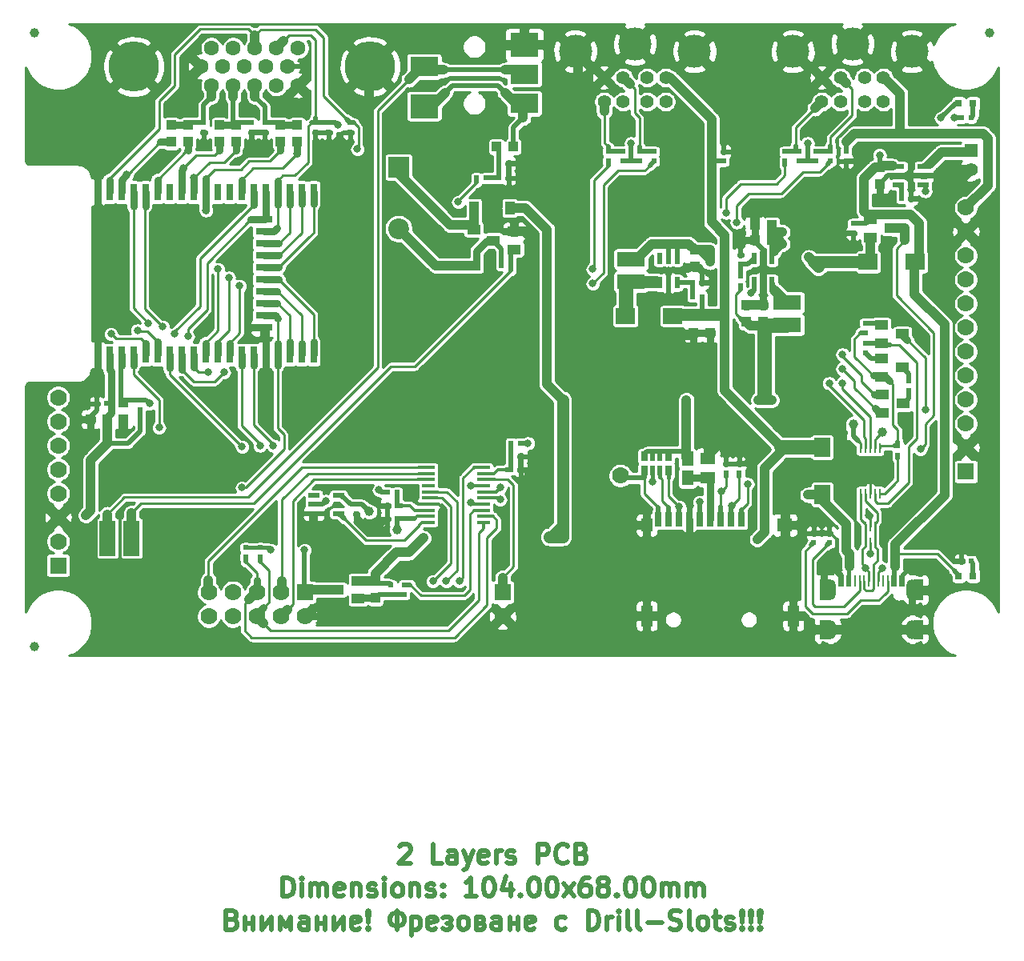
<source format=gbr>
G04 #@! TF.GenerationSoftware,KiCad,Pcbnew,5.1.0-rc2-unknown-036be7d~80~ubuntu16.04.1*
G04 #@! TF.CreationDate,2023-05-05T15:17:37+03:00*
G04 #@! TF.ProjectId,ESP32-SBC-FabGL_Rev_A,45535033-322d-4534-9243-2d466162474c,A*
G04 #@! TF.SameCoordinates,Original*
G04 #@! TF.FileFunction,Copper,L1,Top*
G04 #@! TF.FilePolarity,Positive*
%FSLAX46Y46*%
G04 Gerber Fmt 4.6, Leading zero omitted, Abs format (unit mm)*
G04 Created by KiCad (PCBNEW 5.1.0-rc2-unknown-036be7d~80~ubuntu16.04.1) date 2023-05-05 15:17:37*
%MOMM*%
%LPD*%
G04 APERTURE LIST*
%ADD10C,0.500000*%
%ADD11R,2.999999X2.100000*%
%ADD12R,2.999999X2.500000*%
%ADD13C,1.400000*%
%ADD14R,1.400000X1.400000*%
%ADD15R,2.200000X2.200000*%
%ADD16C,2.200000*%
%ADD17R,1.016000X1.016000*%
%ADD18R,0.500000X0.550000*%
%ADD19C,1.778000*%
%ADD20R,0.800000X0.800000*%
%ADD21R,1.192000X1.746000*%
%ADD22R,1.700000X2.000000*%
%ADD23R,1.746000X1.192000*%
%ADD24R,2.000000X1.700000*%
%ADD25R,1.400000X1.000000*%
%ADD26C,1.000000*%
%ADD27R,3.000000X1.600000*%
%ADD28R,1.270000X1.524000*%
%ADD29R,0.700000X1.600000*%
%ADD30R,1.200000X1.400000*%
%ADD31R,1.600000X1.400000*%
%ADD32R,1.200000X2.200000*%
%ADD33C,3.500000*%
%ADD34C,1.410000*%
%ADD35R,0.550000X0.500000*%
%ADD36R,0.508000X1.016000*%
%ADD37R,0.762000X1.016000*%
%ADD38R,1.100000X2.000000*%
%ADD39R,1.100000X2.200000*%
%ADD40R,0.250000X1.150000*%
%ADD41O,1.200000X2.200000*%
%ADD42O,1.300000X2.000000*%
%ADD43R,0.300000X1.150000*%
%ADD44R,1.524000X1.270000*%
%ADD45R,1.000000X1.400000*%
%ADD46R,1.400000X0.350000*%
%ADD47R,1.200000X0.550000*%
%ADD48R,0.250000X1.000000*%
%ADD49R,0.550000X1.200000*%
%ADD50C,0.700000*%
%ADD51C,1.500000*%
%ADD52R,3.900000X3.900000*%
%ADD53R,0.800000X1.800000*%
%ADD54R,1.800000X0.800000*%
%ADD55R,1.778000X1.778000*%
%ADD56C,1.600000*%
%ADD57C,5.300000*%
%ADD58R,1.651000X3.683000*%
%ADD59C,0.800000*%
%ADD60C,1.524000*%
%ADD61C,1.016000*%
%ADD62C,0.508000*%
%ADD63C,1.270000*%
%ADD64C,0.406400*%
%ADD65C,0.762000*%
%ADD66C,0.250000*%
%ADD67C,0.254000*%
%ADD68C,0.355600*%
G04 APERTURE END LIST*
D10*
X140142857Y-135595238D02*
X140238095Y-135500000D01*
X140428571Y-135404761D01*
X140904761Y-135404761D01*
X141095238Y-135500000D01*
X141190476Y-135595238D01*
X141285714Y-135785714D01*
X141285714Y-135976190D01*
X141190476Y-136261904D01*
X140047619Y-137404761D01*
X141285714Y-137404761D01*
X144619047Y-137404761D02*
X143666666Y-137404761D01*
X143666666Y-135404761D01*
X146142857Y-137404761D02*
X146142857Y-136357142D01*
X146047619Y-136166666D01*
X145857142Y-136071428D01*
X145476190Y-136071428D01*
X145285714Y-136166666D01*
X146142857Y-137309523D02*
X145952380Y-137404761D01*
X145476190Y-137404761D01*
X145285714Y-137309523D01*
X145190476Y-137119047D01*
X145190476Y-136928571D01*
X145285714Y-136738095D01*
X145476190Y-136642857D01*
X145952380Y-136642857D01*
X146142857Y-136547619D01*
X146904761Y-136071428D02*
X147380952Y-137404761D01*
X147857142Y-136071428D02*
X147380952Y-137404761D01*
X147190476Y-137880952D01*
X147095238Y-137976190D01*
X146904761Y-138071428D01*
X149380952Y-137309523D02*
X149190476Y-137404761D01*
X148809523Y-137404761D01*
X148619047Y-137309523D01*
X148523809Y-137119047D01*
X148523809Y-136357142D01*
X148619047Y-136166666D01*
X148809523Y-136071428D01*
X149190476Y-136071428D01*
X149380952Y-136166666D01*
X149476190Y-136357142D01*
X149476190Y-136547619D01*
X148523809Y-136738095D01*
X150333333Y-137404761D02*
X150333333Y-136071428D01*
X150333333Y-136452380D02*
X150428571Y-136261904D01*
X150523809Y-136166666D01*
X150714285Y-136071428D01*
X150904761Y-136071428D01*
X151476190Y-137309523D02*
X151666666Y-137404761D01*
X152047619Y-137404761D01*
X152238095Y-137309523D01*
X152333333Y-137119047D01*
X152333333Y-137023809D01*
X152238095Y-136833333D01*
X152047619Y-136738095D01*
X151761904Y-136738095D01*
X151571428Y-136642857D01*
X151476190Y-136452380D01*
X151476190Y-136357142D01*
X151571428Y-136166666D01*
X151761904Y-136071428D01*
X152047619Y-136071428D01*
X152238095Y-136166666D01*
X154714285Y-137404761D02*
X154714285Y-135404761D01*
X155476190Y-135404761D01*
X155666666Y-135500000D01*
X155761904Y-135595238D01*
X155857142Y-135785714D01*
X155857142Y-136071428D01*
X155761904Y-136261904D01*
X155666666Y-136357142D01*
X155476190Y-136452380D01*
X154714285Y-136452380D01*
X157857142Y-137214285D02*
X157761904Y-137309523D01*
X157476190Y-137404761D01*
X157285714Y-137404761D01*
X157000000Y-137309523D01*
X156809523Y-137119047D01*
X156714285Y-136928571D01*
X156619047Y-136547619D01*
X156619047Y-136261904D01*
X156714285Y-135880952D01*
X156809523Y-135690476D01*
X157000000Y-135500000D01*
X157285714Y-135404761D01*
X157476190Y-135404761D01*
X157761904Y-135500000D01*
X157857142Y-135595238D01*
X159380952Y-136357142D02*
X159666666Y-136452380D01*
X159761904Y-136547619D01*
X159857142Y-136738095D01*
X159857142Y-137023809D01*
X159761904Y-137214285D01*
X159666666Y-137309523D01*
X159476190Y-137404761D01*
X158714285Y-137404761D01*
X158714285Y-135404761D01*
X159380952Y-135404761D01*
X159571428Y-135500000D01*
X159666666Y-135595238D01*
X159761904Y-135785714D01*
X159761904Y-135976190D01*
X159666666Y-136166666D01*
X159571428Y-136261904D01*
X159380952Y-136357142D01*
X158714285Y-136357142D01*
X127761904Y-140904761D02*
X127761904Y-138904761D01*
X128238095Y-138904761D01*
X128523809Y-139000000D01*
X128714285Y-139190476D01*
X128809523Y-139380952D01*
X128904761Y-139761904D01*
X128904761Y-140047619D01*
X128809523Y-140428571D01*
X128714285Y-140619047D01*
X128523809Y-140809523D01*
X128238095Y-140904761D01*
X127761904Y-140904761D01*
X129761904Y-140904761D02*
X129761904Y-139571428D01*
X129761904Y-138904761D02*
X129666666Y-139000000D01*
X129761904Y-139095238D01*
X129857142Y-139000000D01*
X129761904Y-138904761D01*
X129761904Y-139095238D01*
X130714285Y-140904761D02*
X130714285Y-139571428D01*
X130714285Y-139761904D02*
X130809523Y-139666666D01*
X131000000Y-139571428D01*
X131285714Y-139571428D01*
X131476190Y-139666666D01*
X131571428Y-139857142D01*
X131571428Y-140904761D01*
X131571428Y-139857142D02*
X131666666Y-139666666D01*
X131857142Y-139571428D01*
X132142857Y-139571428D01*
X132333333Y-139666666D01*
X132428571Y-139857142D01*
X132428571Y-140904761D01*
X134142857Y-140809523D02*
X133952380Y-140904761D01*
X133571428Y-140904761D01*
X133380952Y-140809523D01*
X133285714Y-140619047D01*
X133285714Y-139857142D01*
X133380952Y-139666666D01*
X133571428Y-139571428D01*
X133952380Y-139571428D01*
X134142857Y-139666666D01*
X134238095Y-139857142D01*
X134238095Y-140047619D01*
X133285714Y-140238095D01*
X135095238Y-139571428D02*
X135095238Y-140904761D01*
X135095238Y-139761904D02*
X135190476Y-139666666D01*
X135380952Y-139571428D01*
X135666666Y-139571428D01*
X135857142Y-139666666D01*
X135952380Y-139857142D01*
X135952380Y-140904761D01*
X136809523Y-140809523D02*
X137000000Y-140904761D01*
X137380952Y-140904761D01*
X137571428Y-140809523D01*
X137666666Y-140619047D01*
X137666666Y-140523809D01*
X137571428Y-140333333D01*
X137380952Y-140238095D01*
X137095238Y-140238095D01*
X136904761Y-140142857D01*
X136809523Y-139952380D01*
X136809523Y-139857142D01*
X136904761Y-139666666D01*
X137095238Y-139571428D01*
X137380952Y-139571428D01*
X137571428Y-139666666D01*
X138523809Y-140904761D02*
X138523809Y-139571428D01*
X138523809Y-138904761D02*
X138428571Y-139000000D01*
X138523809Y-139095238D01*
X138619047Y-139000000D01*
X138523809Y-138904761D01*
X138523809Y-139095238D01*
X139761904Y-140904761D02*
X139571428Y-140809523D01*
X139476190Y-140714285D01*
X139380952Y-140523809D01*
X139380952Y-139952380D01*
X139476190Y-139761904D01*
X139571428Y-139666666D01*
X139761904Y-139571428D01*
X140047619Y-139571428D01*
X140238095Y-139666666D01*
X140333333Y-139761904D01*
X140428571Y-139952380D01*
X140428571Y-140523809D01*
X140333333Y-140714285D01*
X140238095Y-140809523D01*
X140047619Y-140904761D01*
X139761904Y-140904761D01*
X141285714Y-139571428D02*
X141285714Y-140904761D01*
X141285714Y-139761904D02*
X141380952Y-139666666D01*
X141571428Y-139571428D01*
X141857142Y-139571428D01*
X142047619Y-139666666D01*
X142142857Y-139857142D01*
X142142857Y-140904761D01*
X143000000Y-140809523D02*
X143190476Y-140904761D01*
X143571428Y-140904761D01*
X143761904Y-140809523D01*
X143857142Y-140619047D01*
X143857142Y-140523809D01*
X143761904Y-140333333D01*
X143571428Y-140238095D01*
X143285714Y-140238095D01*
X143095238Y-140142857D01*
X143000000Y-139952380D01*
X143000000Y-139857142D01*
X143095238Y-139666666D01*
X143285714Y-139571428D01*
X143571428Y-139571428D01*
X143761904Y-139666666D01*
X144714285Y-140714285D02*
X144809523Y-140809523D01*
X144714285Y-140904761D01*
X144619047Y-140809523D01*
X144714285Y-140714285D01*
X144714285Y-140904761D01*
X144714285Y-139666666D02*
X144809523Y-139761904D01*
X144714285Y-139857142D01*
X144619047Y-139761904D01*
X144714285Y-139666666D01*
X144714285Y-139857142D01*
X148238095Y-140904761D02*
X147095238Y-140904761D01*
X147666666Y-140904761D02*
X147666666Y-138904761D01*
X147476190Y-139190476D01*
X147285714Y-139380952D01*
X147095238Y-139476190D01*
X149476190Y-138904761D02*
X149666666Y-138904761D01*
X149857142Y-139000000D01*
X149952380Y-139095238D01*
X150047619Y-139285714D01*
X150142857Y-139666666D01*
X150142857Y-140142857D01*
X150047619Y-140523809D01*
X149952380Y-140714285D01*
X149857142Y-140809523D01*
X149666666Y-140904761D01*
X149476190Y-140904761D01*
X149285714Y-140809523D01*
X149190476Y-140714285D01*
X149095238Y-140523809D01*
X149000000Y-140142857D01*
X149000000Y-139666666D01*
X149095238Y-139285714D01*
X149190476Y-139095238D01*
X149285714Y-139000000D01*
X149476190Y-138904761D01*
X151857142Y-139571428D02*
X151857142Y-140904761D01*
X151380952Y-138809523D02*
X150904761Y-140238095D01*
X152142857Y-140238095D01*
X152904761Y-140714285D02*
X153000000Y-140809523D01*
X152904761Y-140904761D01*
X152809523Y-140809523D01*
X152904761Y-140714285D01*
X152904761Y-140904761D01*
X154238095Y-138904761D02*
X154428571Y-138904761D01*
X154619047Y-139000000D01*
X154714285Y-139095238D01*
X154809523Y-139285714D01*
X154904761Y-139666666D01*
X154904761Y-140142857D01*
X154809523Y-140523809D01*
X154714285Y-140714285D01*
X154619047Y-140809523D01*
X154428571Y-140904761D01*
X154238095Y-140904761D01*
X154047619Y-140809523D01*
X153952380Y-140714285D01*
X153857142Y-140523809D01*
X153761904Y-140142857D01*
X153761904Y-139666666D01*
X153857142Y-139285714D01*
X153952380Y-139095238D01*
X154047619Y-139000000D01*
X154238095Y-138904761D01*
X156142857Y-138904761D02*
X156333333Y-138904761D01*
X156523809Y-139000000D01*
X156619047Y-139095238D01*
X156714285Y-139285714D01*
X156809523Y-139666666D01*
X156809523Y-140142857D01*
X156714285Y-140523809D01*
X156619047Y-140714285D01*
X156523809Y-140809523D01*
X156333333Y-140904761D01*
X156142857Y-140904761D01*
X155952380Y-140809523D01*
X155857142Y-140714285D01*
X155761904Y-140523809D01*
X155666666Y-140142857D01*
X155666666Y-139666666D01*
X155761904Y-139285714D01*
X155857142Y-139095238D01*
X155952380Y-139000000D01*
X156142857Y-138904761D01*
X157476190Y-140904761D02*
X158523809Y-139571428D01*
X157476190Y-139571428D02*
X158523809Y-140904761D01*
X160142857Y-138904761D02*
X159761904Y-138904761D01*
X159571428Y-139000000D01*
X159476190Y-139095238D01*
X159285714Y-139380952D01*
X159190476Y-139761904D01*
X159190476Y-140523809D01*
X159285714Y-140714285D01*
X159380952Y-140809523D01*
X159571428Y-140904761D01*
X159952380Y-140904761D01*
X160142857Y-140809523D01*
X160238095Y-140714285D01*
X160333333Y-140523809D01*
X160333333Y-140047619D01*
X160238095Y-139857142D01*
X160142857Y-139761904D01*
X159952380Y-139666666D01*
X159571428Y-139666666D01*
X159380952Y-139761904D01*
X159285714Y-139857142D01*
X159190476Y-140047619D01*
X161476190Y-139761904D02*
X161285714Y-139666666D01*
X161190476Y-139571428D01*
X161095238Y-139380952D01*
X161095238Y-139285714D01*
X161190476Y-139095238D01*
X161285714Y-139000000D01*
X161476190Y-138904761D01*
X161857142Y-138904761D01*
X162047619Y-139000000D01*
X162142857Y-139095238D01*
X162238095Y-139285714D01*
X162238095Y-139380952D01*
X162142857Y-139571428D01*
X162047619Y-139666666D01*
X161857142Y-139761904D01*
X161476190Y-139761904D01*
X161285714Y-139857142D01*
X161190476Y-139952380D01*
X161095238Y-140142857D01*
X161095238Y-140523809D01*
X161190476Y-140714285D01*
X161285714Y-140809523D01*
X161476190Y-140904761D01*
X161857142Y-140904761D01*
X162047619Y-140809523D01*
X162142857Y-140714285D01*
X162238095Y-140523809D01*
X162238095Y-140142857D01*
X162142857Y-139952380D01*
X162047619Y-139857142D01*
X161857142Y-139761904D01*
X163095238Y-140714285D02*
X163190476Y-140809523D01*
X163095238Y-140904761D01*
X163000000Y-140809523D01*
X163095238Y-140714285D01*
X163095238Y-140904761D01*
X164428571Y-138904761D02*
X164619047Y-138904761D01*
X164809523Y-139000000D01*
X164904761Y-139095238D01*
X165000000Y-139285714D01*
X165095238Y-139666666D01*
X165095238Y-140142857D01*
X165000000Y-140523809D01*
X164904761Y-140714285D01*
X164809523Y-140809523D01*
X164619047Y-140904761D01*
X164428571Y-140904761D01*
X164238095Y-140809523D01*
X164142857Y-140714285D01*
X164047619Y-140523809D01*
X163952380Y-140142857D01*
X163952380Y-139666666D01*
X164047619Y-139285714D01*
X164142857Y-139095238D01*
X164238095Y-139000000D01*
X164428571Y-138904761D01*
X166333333Y-138904761D02*
X166523809Y-138904761D01*
X166714285Y-139000000D01*
X166809523Y-139095238D01*
X166904761Y-139285714D01*
X167000000Y-139666666D01*
X167000000Y-140142857D01*
X166904761Y-140523809D01*
X166809523Y-140714285D01*
X166714285Y-140809523D01*
X166523809Y-140904761D01*
X166333333Y-140904761D01*
X166142857Y-140809523D01*
X166047619Y-140714285D01*
X165952380Y-140523809D01*
X165857142Y-140142857D01*
X165857142Y-139666666D01*
X165952380Y-139285714D01*
X166047619Y-139095238D01*
X166142857Y-139000000D01*
X166333333Y-138904761D01*
X167857142Y-140904761D02*
X167857142Y-139571428D01*
X167857142Y-139761904D02*
X167952380Y-139666666D01*
X168142857Y-139571428D01*
X168428571Y-139571428D01*
X168619047Y-139666666D01*
X168714285Y-139857142D01*
X168714285Y-140904761D01*
X168714285Y-139857142D02*
X168809523Y-139666666D01*
X169000000Y-139571428D01*
X169285714Y-139571428D01*
X169476190Y-139666666D01*
X169571428Y-139857142D01*
X169571428Y-140904761D01*
X170523809Y-140904761D02*
X170523809Y-139571428D01*
X170523809Y-139761904D02*
X170619047Y-139666666D01*
X170809523Y-139571428D01*
X171095238Y-139571428D01*
X171285714Y-139666666D01*
X171380952Y-139857142D01*
X171380952Y-140904761D01*
X171380952Y-139857142D02*
X171476190Y-139666666D01*
X171666666Y-139571428D01*
X171952380Y-139571428D01*
X172142857Y-139666666D01*
X172238095Y-139857142D01*
X172238095Y-140904761D01*
X122428571Y-143357142D02*
X122714285Y-143452380D01*
X122809523Y-143547619D01*
X122904761Y-143738095D01*
X122904761Y-144023809D01*
X122809523Y-144214285D01*
X122714285Y-144309523D01*
X122523809Y-144404761D01*
X121761904Y-144404761D01*
X121761904Y-142404761D01*
X122428571Y-142404761D01*
X122619047Y-142500000D01*
X122714285Y-142595238D01*
X122809523Y-142785714D01*
X122809523Y-142976190D01*
X122714285Y-143166666D01*
X122619047Y-143261904D01*
X122428571Y-143357142D01*
X121761904Y-143357142D01*
X123761904Y-143738095D02*
X124619047Y-143738095D01*
X123761904Y-143071428D02*
X123761904Y-144404761D01*
X124619047Y-143071428D02*
X124619047Y-144404761D01*
X125571428Y-143071428D02*
X125571428Y-144404761D01*
X126523809Y-143071428D01*
X126523809Y-144404761D01*
X127476190Y-144404761D02*
X127476190Y-143071428D01*
X128047619Y-144119047D01*
X128619047Y-143071428D01*
X128619047Y-144404761D01*
X130428571Y-144404761D02*
X130428571Y-143357142D01*
X130333333Y-143166666D01*
X130142857Y-143071428D01*
X129761904Y-143071428D01*
X129571428Y-143166666D01*
X130428571Y-144309523D02*
X130238095Y-144404761D01*
X129761904Y-144404761D01*
X129571428Y-144309523D01*
X129476190Y-144119047D01*
X129476190Y-143928571D01*
X129571428Y-143738095D01*
X129761904Y-143642857D01*
X130238095Y-143642857D01*
X130428571Y-143547619D01*
X131380952Y-143738095D02*
X132238095Y-143738095D01*
X131380952Y-143071428D02*
X131380952Y-144404761D01*
X132238095Y-143071428D02*
X132238095Y-144404761D01*
X133190476Y-143071428D02*
X133190476Y-144404761D01*
X134142857Y-143071428D01*
X134142857Y-144404761D01*
X135857142Y-144309523D02*
X135666666Y-144404761D01*
X135285714Y-144404761D01*
X135095238Y-144309523D01*
X135000000Y-144119047D01*
X135000000Y-143357142D01*
X135095238Y-143166666D01*
X135285714Y-143071428D01*
X135666666Y-143071428D01*
X135857142Y-143166666D01*
X135952380Y-143357142D01*
X135952380Y-143547619D01*
X135000000Y-143738095D01*
X136809523Y-144214285D02*
X136904761Y-144309523D01*
X136809523Y-144404761D01*
X136714285Y-144309523D01*
X136809523Y-144214285D01*
X136809523Y-144404761D01*
X136809523Y-143642857D02*
X136714285Y-142500000D01*
X136809523Y-142404761D01*
X136904761Y-142500000D01*
X136809523Y-143642857D01*
X136809523Y-142404761D01*
X139857142Y-144404761D02*
X139857142Y-142404761D01*
X139666666Y-142690476D02*
X140047619Y-142690476D01*
X140333333Y-142785714D01*
X140523809Y-142976190D01*
X140619047Y-143166666D01*
X140619047Y-143547619D01*
X140523809Y-143738095D01*
X140333333Y-143928571D01*
X140047619Y-144023809D01*
X139666666Y-144023809D01*
X139380952Y-143928571D01*
X139190476Y-143738095D01*
X139095238Y-143547619D01*
X139095238Y-143166666D01*
X139190476Y-142976190D01*
X139380952Y-142785714D01*
X139666666Y-142690476D01*
X141380952Y-143071428D02*
X141380952Y-145071428D01*
X141380952Y-143166666D02*
X141571428Y-143071428D01*
X141952380Y-143071428D01*
X142142857Y-143166666D01*
X142238095Y-143261904D01*
X142333333Y-143452380D01*
X142333333Y-144023809D01*
X142238095Y-144214285D01*
X142142857Y-144309523D01*
X141952380Y-144404761D01*
X141571428Y-144404761D01*
X141380952Y-144309523D01*
X143952380Y-144309523D02*
X143761904Y-144404761D01*
X143380952Y-144404761D01*
X143190476Y-144309523D01*
X143095238Y-144119047D01*
X143095238Y-143357142D01*
X143190476Y-143166666D01*
X143380952Y-143071428D01*
X143761904Y-143071428D01*
X143952380Y-143166666D01*
X144047619Y-143357142D01*
X144047619Y-143547619D01*
X143095238Y-143738095D01*
X145095238Y-143738095D02*
X145285714Y-143738095D01*
X144714285Y-143166666D02*
X144904761Y-143071428D01*
X145285714Y-143071428D01*
X145476190Y-143166666D01*
X145571428Y-143357142D01*
X145571428Y-143452380D01*
X145476190Y-143642857D01*
X145285714Y-143738095D01*
X145476190Y-143833333D01*
X145571428Y-144023809D01*
X145571428Y-144119047D01*
X145476190Y-144309523D01*
X145285714Y-144404761D01*
X144904761Y-144404761D01*
X144714285Y-144309523D01*
X146714285Y-144404761D02*
X146523809Y-144309523D01*
X146428571Y-144214285D01*
X146333333Y-144023809D01*
X146333333Y-143452380D01*
X146428571Y-143261904D01*
X146523809Y-143166666D01*
X146714285Y-143071428D01*
X147000000Y-143071428D01*
X147190476Y-143166666D01*
X147285714Y-143261904D01*
X147380952Y-143452380D01*
X147380952Y-144023809D01*
X147285714Y-144214285D01*
X147190476Y-144309523D01*
X147000000Y-144404761D01*
X146714285Y-144404761D01*
X148714285Y-143738095D02*
X149000000Y-143833333D01*
X149095238Y-144023809D01*
X149095238Y-144119047D01*
X149000000Y-144309523D01*
X148809523Y-144404761D01*
X148238095Y-144404761D01*
X148238095Y-143071428D01*
X148714285Y-143071428D01*
X148904761Y-143166666D01*
X149000000Y-143357142D01*
X149000000Y-143452380D01*
X148904761Y-143642857D01*
X148714285Y-143738095D01*
X148238095Y-143738095D01*
X150809523Y-144404761D02*
X150809523Y-143357142D01*
X150714285Y-143166666D01*
X150523809Y-143071428D01*
X150142857Y-143071428D01*
X149952380Y-143166666D01*
X150809523Y-144309523D02*
X150619047Y-144404761D01*
X150142857Y-144404761D01*
X149952380Y-144309523D01*
X149857142Y-144119047D01*
X149857142Y-143928571D01*
X149952380Y-143738095D01*
X150142857Y-143642857D01*
X150619047Y-143642857D01*
X150809523Y-143547619D01*
X151761904Y-143738095D02*
X152619047Y-143738095D01*
X151761904Y-143071428D02*
X151761904Y-144404761D01*
X152619047Y-143071428D02*
X152619047Y-144404761D01*
X154333333Y-144309523D02*
X154142857Y-144404761D01*
X153761904Y-144404761D01*
X153571428Y-144309523D01*
X153476190Y-144119047D01*
X153476190Y-143357142D01*
X153571428Y-143166666D01*
X153761904Y-143071428D01*
X154142857Y-143071428D01*
X154333333Y-143166666D01*
X154428571Y-143357142D01*
X154428571Y-143547619D01*
X153476190Y-143738095D01*
X157666666Y-144309523D02*
X157476190Y-144404761D01*
X157095238Y-144404761D01*
X156904761Y-144309523D01*
X156809523Y-144214285D01*
X156714285Y-144023809D01*
X156714285Y-143452380D01*
X156809523Y-143261904D01*
X156904761Y-143166666D01*
X157095238Y-143071428D01*
X157476190Y-143071428D01*
X157666666Y-143166666D01*
X160047619Y-144404761D02*
X160047619Y-142404761D01*
X160523809Y-142404761D01*
X160809523Y-142500000D01*
X161000000Y-142690476D01*
X161095238Y-142880952D01*
X161190476Y-143261904D01*
X161190476Y-143547619D01*
X161095238Y-143928571D01*
X161000000Y-144119047D01*
X160809523Y-144309523D01*
X160523809Y-144404761D01*
X160047619Y-144404761D01*
X162047619Y-144404761D02*
X162047619Y-143071428D01*
X162047619Y-143452380D02*
X162142857Y-143261904D01*
X162238095Y-143166666D01*
X162428571Y-143071428D01*
X162619047Y-143071428D01*
X163285714Y-144404761D02*
X163285714Y-143071428D01*
X163285714Y-142404761D02*
X163190476Y-142500000D01*
X163285714Y-142595238D01*
X163380952Y-142500000D01*
X163285714Y-142404761D01*
X163285714Y-142595238D01*
X164523809Y-144404761D02*
X164333333Y-144309523D01*
X164238095Y-144119047D01*
X164238095Y-142404761D01*
X165571428Y-144404761D02*
X165380952Y-144309523D01*
X165285714Y-144119047D01*
X165285714Y-142404761D01*
X166333333Y-143642857D02*
X167857142Y-143642857D01*
X168714285Y-144309523D02*
X169000000Y-144404761D01*
X169476190Y-144404761D01*
X169666666Y-144309523D01*
X169761904Y-144214285D01*
X169857142Y-144023809D01*
X169857142Y-143833333D01*
X169761904Y-143642857D01*
X169666666Y-143547619D01*
X169476190Y-143452380D01*
X169095238Y-143357142D01*
X168904761Y-143261904D01*
X168809523Y-143166666D01*
X168714285Y-142976190D01*
X168714285Y-142785714D01*
X168809523Y-142595238D01*
X168904761Y-142500000D01*
X169095238Y-142404761D01*
X169571428Y-142404761D01*
X169857142Y-142500000D01*
X171000000Y-144404761D02*
X170809523Y-144309523D01*
X170714285Y-144119047D01*
X170714285Y-142404761D01*
X172047619Y-144404761D02*
X171857142Y-144309523D01*
X171761904Y-144214285D01*
X171666666Y-144023809D01*
X171666666Y-143452380D01*
X171761904Y-143261904D01*
X171857142Y-143166666D01*
X172047619Y-143071428D01*
X172333333Y-143071428D01*
X172523809Y-143166666D01*
X172619047Y-143261904D01*
X172714285Y-143452380D01*
X172714285Y-144023809D01*
X172619047Y-144214285D01*
X172523809Y-144309523D01*
X172333333Y-144404761D01*
X172047619Y-144404761D01*
X173285714Y-143071428D02*
X174047619Y-143071428D01*
X173571428Y-142404761D02*
X173571428Y-144119047D01*
X173666666Y-144309523D01*
X173857142Y-144404761D01*
X174047619Y-144404761D01*
X174619047Y-144309523D02*
X174809523Y-144404761D01*
X175190476Y-144404761D01*
X175380952Y-144309523D01*
X175476190Y-144119047D01*
X175476190Y-144023809D01*
X175380952Y-143833333D01*
X175190476Y-143738095D01*
X174904761Y-143738095D01*
X174714285Y-143642857D01*
X174619047Y-143452380D01*
X174619047Y-143357142D01*
X174714285Y-143166666D01*
X174904761Y-143071428D01*
X175190476Y-143071428D01*
X175380952Y-143166666D01*
X176333333Y-144214285D02*
X176428571Y-144309523D01*
X176333333Y-144404761D01*
X176238095Y-144309523D01*
X176333333Y-144214285D01*
X176333333Y-144404761D01*
X176333333Y-143642857D02*
X176238095Y-142500000D01*
X176333333Y-142404761D01*
X176428571Y-142500000D01*
X176333333Y-143642857D01*
X176333333Y-142404761D01*
X177285714Y-144214285D02*
X177380952Y-144309523D01*
X177285714Y-144404761D01*
X177190476Y-144309523D01*
X177285714Y-144214285D01*
X177285714Y-144404761D01*
X177285714Y-143642857D02*
X177190476Y-142500000D01*
X177285714Y-142404761D01*
X177380952Y-142500000D01*
X177285714Y-143642857D01*
X177285714Y-142404761D01*
X178238095Y-144214285D02*
X178333333Y-144309523D01*
X178238095Y-144404761D01*
X178142857Y-144309523D01*
X178238095Y-144214285D01*
X178238095Y-144404761D01*
X178238095Y-143642857D02*
X178142857Y-142500000D01*
X178238095Y-142404761D01*
X178333333Y-142500000D01*
X178238095Y-143642857D01*
X178238095Y-142404761D01*
D11*
X153300000Y-53900000D03*
X142700000Y-53100000D03*
X153300000Y-57000000D03*
D12*
X142700000Y-57300000D03*
X153300000Y-50800000D03*
D13*
X200538220Y-64000760D03*
D14*
X200535680Y-61971300D03*
D15*
X140000000Y-63750000D03*
D16*
X140000000Y-70250000D03*
D17*
X177673000Y-71501000D03*
X179451000Y-71501000D03*
X171323000Y-74295000D03*
X171323000Y-72517000D03*
X178562000Y-78359000D03*
X178562000Y-80137000D03*
X176784000Y-78359000D03*
X176784000Y-80137000D03*
D18*
X109093000Y-88773000D03*
X108077000Y-88773000D03*
D17*
X110871000Y-90424000D03*
X110871000Y-88646000D03*
D19*
X163449000Y-96393000D03*
D20*
X200762000Y-57000000D03*
X199238000Y-57000000D03*
D21*
X184785000Y-98258000D03*
X184785000Y-93512000D03*
D22*
X184785000Y-93385000D03*
X184785000Y-98385000D03*
D23*
X194524000Y-73787000D03*
X189778000Y-73787000D03*
D24*
X189651000Y-73787000D03*
X194651000Y-73787000D03*
D25*
X189900560Y-69281040D03*
X189900560Y-71183500D03*
X192110360Y-70228460D03*
X135727441Y-109407960D03*
X135727441Y-107505500D03*
X133517641Y-108460540D03*
D26*
X101500000Y-114500000D03*
X101500000Y-49500000D03*
X202500000Y-49500000D03*
D27*
X164592000Y-73476000D03*
X164592000Y-75876000D03*
X181102000Y-80448000D03*
X181102000Y-78048000D03*
D28*
X170561000Y-94615000D03*
X170561000Y-96647000D03*
D29*
X176250000Y-101000000D03*
X175150000Y-101000000D03*
X174050000Y-101000000D03*
X172950000Y-101000000D03*
X171850000Y-101000000D03*
X170750000Y-101000000D03*
X169650000Y-101000000D03*
X168550000Y-101000000D03*
X167450000Y-101000000D03*
D30*
X166250000Y-101630000D03*
D31*
X180850000Y-101630000D03*
D32*
X166250000Y-111230000D03*
X181750000Y-111230000D03*
D33*
X158700000Y-51500000D03*
X165000000Y-50700000D03*
X171300000Y-51500000D03*
D34*
X163730000Y-56810000D03*
X166270000Y-56810000D03*
X168260000Y-56810000D03*
X161740000Y-56810000D03*
X168260000Y-54270000D03*
X161740000Y-54270000D03*
X166270000Y-54270000D03*
X163730000Y-54270000D03*
D33*
X181700000Y-51500000D03*
X188000000Y-50700000D03*
X194300000Y-51500000D03*
D34*
X186730000Y-56810000D03*
X189270000Y-56810000D03*
X191260000Y-56810000D03*
X184740000Y-56810000D03*
X191260000Y-54270000D03*
X184740000Y-54270000D03*
X189270000Y-54270000D03*
X186730000Y-54270000D03*
D20*
X200762000Y-107000000D03*
X199238000Y-107000000D03*
D18*
X199517000Y-105410000D03*
X200533000Y-105410000D03*
D35*
X188087000Y-70739000D03*
X188087000Y-69723000D03*
D18*
X199517000Y-58547000D03*
X200533000Y-58547000D03*
X194183000Y-67056000D03*
X193167000Y-67056000D03*
D35*
X192786000Y-93218000D03*
X192786000Y-94234000D03*
X176149000Y-76327000D03*
X176149000Y-75311000D03*
X176149000Y-73025000D03*
X176149000Y-74041000D03*
D18*
X139827000Y-98171000D03*
X138811000Y-98171000D03*
X138811000Y-99568000D03*
X139827000Y-99568000D03*
X151892000Y-92964000D03*
X152908000Y-92964000D03*
X152908000Y-94361000D03*
X151892000Y-94361000D03*
D35*
X165481000Y-62103000D03*
X165481000Y-63119000D03*
X163703000Y-62103000D03*
X163703000Y-63119000D03*
X167005000Y-63119000D03*
X167005000Y-62103000D03*
X162179000Y-63119000D03*
X162179000Y-62103000D03*
D17*
X115951000Y-61087000D03*
X115951000Y-59309000D03*
X117729000Y-61087000D03*
X117729000Y-59309000D03*
X121031000Y-61087000D03*
X121031000Y-59309000D03*
X122809000Y-61087000D03*
X122809000Y-59309000D03*
D35*
X140589000Y-107950000D03*
X140589000Y-108966000D03*
X139192000Y-108966000D03*
X139192000Y-107950000D03*
X123825000Y-105029000D03*
X123825000Y-104013000D03*
X184150000Y-62103000D03*
X184150000Y-63119000D03*
X182372000Y-62103000D03*
X182372000Y-63119000D03*
X185674000Y-63119000D03*
X185674000Y-62103000D03*
X180848000Y-63119000D03*
X180848000Y-62103000D03*
X125349000Y-105029000D03*
X125349000Y-104013000D03*
D18*
X150876000Y-74167999D03*
X151892000Y-74167999D03*
X151638000Y-63373000D03*
X150622000Y-63373000D03*
D35*
X132588000Y-60071000D03*
X132588000Y-59055000D03*
D18*
X148209000Y-64897000D03*
X149225000Y-64897000D03*
D36*
X166878000Y-94361000D03*
X167640000Y-94361000D03*
X166878000Y-95885000D03*
X167640000Y-95885000D03*
D37*
X165989000Y-94361000D03*
X165989000Y-95885000D03*
X168529000Y-94361000D03*
X168529000Y-95885000D03*
D35*
X124460000Y-59055000D03*
X124460000Y-60071000D03*
X134874000Y-59055000D03*
X134874000Y-60071000D03*
D38*
X194927600Y-112650000D03*
D39*
X194927600Y-108470000D03*
D38*
X185072400Y-112650000D03*
D39*
X185072400Y-108470000D03*
D40*
X188250000Y-107568000D03*
X188750000Y-107568000D03*
X189250000Y-107568000D03*
X191750000Y-107568000D03*
X190250000Y-107568000D03*
X191250000Y-107568000D03*
X190750000Y-107568000D03*
X189750000Y-107568000D03*
D41*
X194320000Y-108470000D03*
D42*
X194320000Y-112650000D03*
X185680000Y-112650000D03*
D41*
X185680000Y-108470000D03*
D43*
X187725000Y-107568000D03*
X192275000Y-107568000D03*
X187475000Y-107568000D03*
X192525000Y-107568000D03*
X186925000Y-107568000D03*
X193075000Y-107568000D03*
X186675000Y-107568000D03*
X193325000Y-107568000D03*
D18*
X139827000Y-100965000D03*
X138811000Y-100965000D03*
D17*
X190881000Y-65532000D03*
X190881000Y-63754000D03*
D18*
X187071000Y-91821000D03*
X188087000Y-91821000D03*
D17*
X177673000Y-69850000D03*
X179451000Y-69850000D03*
X172974000Y-81280000D03*
X172974000Y-79502000D03*
X171196000Y-81280000D03*
X171196000Y-79502000D03*
D18*
X151892000Y-95758000D03*
X152908000Y-95758000D03*
D35*
X174371000Y-62103000D03*
X174371000Y-63119000D03*
D17*
X107442000Y-90424000D03*
X109220000Y-90424000D03*
X137541000Y-109346999D03*
X137541000Y-107568999D03*
D35*
X187325000Y-63119000D03*
X187325000Y-62103000D03*
D17*
X152146000Y-61595000D03*
X150368000Y-61595000D03*
D18*
X151638000Y-64897000D03*
X150622000Y-64897000D03*
D44*
X172720000Y-94615000D03*
X172720000Y-96647000D03*
D23*
X164124000Y-79502000D03*
X168870000Y-79502000D03*
D24*
X168997000Y-79502000D03*
X163997000Y-79502000D03*
D25*
X193378000Y-88773000D03*
X191178000Y-89723000D03*
X191178000Y-87823000D03*
X147955000Y-74168000D03*
X147955000Y-70368000D03*
D45*
X151755000Y-68072000D03*
X147955000Y-68072000D03*
D25*
X152237440Y-72450960D03*
X152237440Y-70548500D03*
X150027640Y-71503540D03*
D18*
X171069000Y-77470000D03*
X172085000Y-77470000D03*
D35*
X189357000Y-80264000D03*
X189357000Y-81280000D03*
D18*
X172085000Y-75946000D03*
X171069000Y-75946000D03*
D46*
X148950000Y-101350000D03*
X148950000Y-100700000D03*
X148950000Y-100050000D03*
X148950000Y-99400000D03*
X148950000Y-98750000D03*
X148950000Y-98100000D03*
X148950000Y-97450000D03*
X148950000Y-96800000D03*
X148950000Y-96150000D03*
X148950000Y-95500000D03*
X143150000Y-95500000D03*
X143150000Y-96150000D03*
X143150000Y-96800000D03*
X143150000Y-97450000D03*
X143150000Y-98100000D03*
X143150000Y-98750000D03*
X143150000Y-99400000D03*
X143150000Y-100050000D03*
X143150000Y-100700000D03*
X143150000Y-101350000D03*
D47*
X195483000Y-65593000D03*
X195483000Y-64643000D03*
X195483000Y-63693000D03*
X192883000Y-65593000D03*
X192883000Y-63693000D03*
D48*
X189865000Y-101806000D03*
X189365000Y-101806000D03*
X190365000Y-101806000D03*
X189365000Y-103426000D03*
X189865000Y-103426000D03*
X190365000Y-103426000D03*
X188865000Y-93485000D03*
X189365000Y-93485000D03*
X189865000Y-93485000D03*
X190365000Y-93485000D03*
X190865000Y-93485000D03*
X190865000Y-98285000D03*
X190365000Y-98285000D03*
X189865000Y-98285000D03*
X189365000Y-98285000D03*
X188865000Y-98285000D03*
D49*
X177612001Y-75976000D03*
X178562001Y-75976000D03*
X179512001Y-75976000D03*
X177612001Y-73376000D03*
X179512001Y-73376000D03*
X167579000Y-75976100D03*
X168529000Y-75976100D03*
X169479000Y-75976100D03*
X169479000Y-73375900D03*
X168529000Y-73375900D03*
X167579000Y-73375900D03*
D50*
X115240000Y-77900000D03*
X116640000Y-77900000D03*
X117340000Y-77200000D03*
X117340000Y-75800000D03*
X116640000Y-75100000D03*
X115240000Y-75100000D03*
X114540000Y-75800000D03*
X114540000Y-77200000D03*
D51*
X115940000Y-76500000D03*
D52*
X115940000Y-76500000D03*
D53*
X108140000Y-66400000D03*
X109410000Y-66400000D03*
X110680000Y-66400000D03*
X111950000Y-66400000D03*
X113220000Y-66400000D03*
X114490000Y-66400000D03*
X115760000Y-66400000D03*
X117030000Y-66400000D03*
X118300000Y-66400000D03*
X119570000Y-66400000D03*
X120840000Y-66400000D03*
X122110000Y-66400000D03*
X123380000Y-66400000D03*
X124650000Y-66400000D03*
D54*
X125800000Y-69285000D03*
X125800000Y-70555000D03*
X125800000Y-71825000D03*
X125800000Y-73095000D03*
X125800000Y-74365000D03*
X125800000Y-75635000D03*
X125800000Y-76905000D03*
X125800000Y-78175000D03*
X125800000Y-79445000D03*
X125800000Y-80715000D03*
D53*
X124650000Y-83600000D03*
X123380000Y-83600000D03*
X122110000Y-83600000D03*
X120840000Y-83600000D03*
X119570000Y-83600000D03*
X118300000Y-83600000D03*
X117030000Y-83600000D03*
X115760000Y-83600000D03*
X114490000Y-83600000D03*
X113220000Y-83600000D03*
X111950000Y-83600000D03*
X110680000Y-83600000D03*
X109410000Y-83600000D03*
X108140000Y-83600000D03*
X129730000Y-83600000D03*
X128460000Y-83600000D03*
X127190000Y-83600000D03*
X125920000Y-83600000D03*
X131000000Y-83600000D03*
X131000000Y-66400000D03*
X125920000Y-66400000D03*
X127190000Y-66400000D03*
X128460000Y-66400000D03*
X129730000Y-66400000D03*
D55*
X130080000Y-108730000D03*
D19*
X130080000Y-111270000D03*
X127540000Y-108730000D03*
X127540000Y-111270000D03*
X125000000Y-108730000D03*
X125000000Y-111270000D03*
X122460000Y-108730000D03*
X122460000Y-111270000D03*
X119920000Y-108730000D03*
X119920000Y-111270000D03*
D35*
X112649000Y-88392000D03*
X112649000Y-89408000D03*
D17*
X127508000Y-61087000D03*
X127508000Y-59309000D03*
X129286000Y-61087000D03*
X129286000Y-59309000D03*
D35*
X176022000Y-96139000D03*
X176022000Y-95123000D03*
X174625000Y-96139000D03*
X174625000Y-95123000D03*
X125857000Y-59055000D03*
X125857000Y-60071000D03*
X131191000Y-59055000D03*
X131191000Y-60071000D03*
X119380000Y-59055000D03*
X119380000Y-60071000D03*
D56*
X120220000Y-55090000D03*
X122510000Y-55090000D03*
X124800000Y-55090000D03*
X127090000Y-55090000D03*
X129380000Y-55090000D03*
X119075000Y-53110000D03*
X121365000Y-53110000D03*
X123655000Y-53110000D03*
X125945000Y-53110000D03*
X128235000Y-53110000D03*
X120220000Y-51130000D03*
X122510000Y-51130000D03*
X124800000Y-51130000D03*
X127090000Y-51130000D03*
X129380000Y-51130000D03*
D57*
X136995000Y-53110000D03*
X112005000Y-53110000D03*
D35*
X135509000Y-99441000D03*
X135509000Y-100457000D03*
D55*
X151000000Y-108730000D03*
D19*
X151000000Y-111270000D03*
D47*
X133634000Y-100391000D03*
X133634000Y-98491000D03*
X131034000Y-100391000D03*
X131034000Y-99441000D03*
X131034000Y-98491000D03*
D25*
X191043560Y-80457040D03*
X191043560Y-82359500D03*
X193253360Y-81404460D03*
X193253360Y-84960460D03*
X191043560Y-85915500D03*
X191043560Y-84013040D03*
D35*
X193929000Y-86360000D03*
X193929000Y-87376000D03*
X189357000Y-82423000D03*
X189357000Y-83439000D03*
D19*
X104000000Y-90650000D03*
X104000000Y-88110000D03*
X104000000Y-93190000D03*
X104000000Y-95730000D03*
D55*
X104000000Y-105890000D03*
D19*
X104000000Y-103350000D03*
X104000000Y-100810000D03*
X104000000Y-98270000D03*
X200000000Y-70570000D03*
X200000000Y-68030000D03*
X200000000Y-73110000D03*
X200000000Y-75650000D03*
X200000000Y-80730000D03*
X200000000Y-78190000D03*
X200000000Y-83270000D03*
X200000000Y-85810000D03*
D55*
X200000000Y-95970000D03*
D19*
X200000000Y-93430000D03*
X200000000Y-90890000D03*
X200000000Y-88350000D03*
D58*
X109230000Y-103000000D03*
X111770000Y-103000000D03*
D35*
X183896000Y-102489000D03*
X183896000Y-103505000D03*
X185547000Y-103505000D03*
X185547000Y-102489000D03*
D26*
X177927000Y-103124000D03*
X187325000Y-61087000D03*
D59*
X183261000Y-61214000D03*
D26*
X173101000Y-61087000D03*
D59*
X164592000Y-61214000D03*
D26*
X159004000Y-70866000D03*
X186309000Y-64389000D03*
X178308000Y-68580000D03*
X177038000Y-68580000D03*
X153670000Y-70866000D03*
X159004000Y-79375000D03*
X184023000Y-79375000D03*
X159004000Y-95758000D03*
X180594000Y-95885000D03*
X180594000Y-97155000D03*
X180594000Y-103251000D03*
X180594000Y-104521000D03*
X170688000Y-102870000D03*
X159004000Y-104521000D03*
D59*
X119380000Y-61087000D03*
X124460000Y-61087000D03*
X131318000Y-61087000D03*
D26*
X108966000Y-63500000D03*
X108966000Y-68580000D03*
X114046000Y-63500000D03*
X135763000Y-64389000D03*
X144145000Y-64389000D03*
X108331000Y-85852000D03*
X108331000Y-81915000D03*
X107442000Y-91694000D03*
X108331000Y-86995000D03*
X110871000Y-91694000D03*
X114681000Y-93091000D03*
X119380000Y-80899000D03*
X125984000Y-81915000D03*
X124206000Y-80772000D03*
X125984000Y-85344000D03*
X116459000Y-91313000D03*
X107188000Y-102616000D03*
X107188000Y-104013000D03*
D59*
X184785000Y-102489000D03*
X189738000Y-100584000D03*
D26*
X189865000Y-96774000D03*
X185801000Y-106045000D03*
X194310000Y-106045000D03*
X196215000Y-106045000D03*
X185801000Y-104775000D03*
X199517000Y-103759000D03*
X195199000Y-98298000D03*
X192786000Y-100711000D03*
X183896000Y-89027000D03*
X193675000Y-90424000D03*
X197104000Y-76962000D03*
X197104000Y-74422000D03*
X197104000Y-64643000D03*
X177292000Y-94488000D03*
X173482000Y-93472000D03*
X166243000Y-103124000D03*
X178689000Y-113665000D03*
X166116000Y-114046000D03*
X173101000Y-108966000D03*
X178562000Y-74676000D03*
X188595000Y-63119000D03*
X185420000Y-58547000D03*
X190246000Y-58547000D03*
X168529000Y-77470000D03*
X169926000Y-81534000D03*
X166497000Y-81534000D03*
X174752000Y-59690000D03*
X163322000Y-58674000D03*
X176022000Y-81788000D03*
X153797000Y-61087000D03*
X150368000Y-50927000D03*
X144780000Y-67310000D03*
X141732000Y-68707000D03*
X139573000Y-79629000D03*
X144272000Y-76581000D03*
X146431000Y-72644000D03*
X135255000Y-79629000D03*
X137033000Y-102235000D03*
X130810000Y-102235000D03*
X144018000Y-104521000D03*
X126492000Y-102235000D03*
X153543000Y-96774000D03*
X142113000Y-111252000D03*
X143637000Y-111252000D03*
X145034000Y-111252000D03*
X168529000Y-74803000D03*
X160274000Y-108966000D03*
X156210000Y-114046000D03*
X146177000Y-114681000D03*
X138049000Y-114681000D03*
X129921000Y-114681000D03*
X119761000Y-114681000D03*
X110363000Y-114681000D03*
X116205000Y-109601000D03*
X106934000Y-108458000D03*
X117856000Y-104267000D03*
X133985000Y-104267000D03*
X101346000Y-106299000D03*
X101346000Y-96012000D03*
X101473000Y-88138000D03*
X109347000Y-96647000D03*
X119634000Y-97536000D03*
X120396000Y-91948000D03*
X134366000Y-91948000D03*
X142113000Y-91948000D03*
X149352000Y-92202000D03*
X141224000Y-98044000D03*
X135255000Y-98044000D03*
X174244000Y-104521000D03*
X180848000Y-107696000D03*
X189992000Y-114554000D03*
X195961000Y-114554000D03*
X154813000Y-89916000D03*
X159385000Y-90805000D03*
X165100000Y-90805000D03*
X159512000Y-93980000D03*
X174371000Y-90805000D03*
X180086000Y-90678000D03*
X181483000Y-82296000D03*
X187452000Y-98552000D03*
X187452000Y-93853000D03*
X202946000Y-107061000D03*
X202946000Y-99441000D03*
X202819000Y-88265000D03*
X202819000Y-82677000D03*
X202819000Y-75819000D03*
X202692000Y-68072000D03*
X202692000Y-56896000D03*
X195707000Y-56896000D03*
X162941000Y-71501000D03*
X186817000Y-77470000D03*
X162052000Y-81915000D03*
X153035000Y-81915000D03*
X153035000Y-77343000D03*
X157861000Y-73152000D03*
X147828000Y-81915000D03*
X149606000Y-85725000D03*
X150241000Y-79502000D03*
X132969000Y-85598000D03*
X131318000Y-76835000D03*
X133731000Y-70866000D03*
X136398000Y-67945000D03*
X197104000Y-70358000D03*
X187579000Y-65532000D03*
X123698000Y-71882000D03*
X121539000Y-68707000D03*
X116459000Y-68707000D03*
X118745000Y-71755000D03*
X114681000Y-71755000D03*
X108966000Y-72898000D03*
X108839000Y-76962000D03*
X102235000Y-61595000D03*
X102235000Y-56642000D03*
X106045000Y-59563000D03*
X111506000Y-59690000D03*
X116967000Y-57277000D03*
X124079000Y-57658000D03*
X121031000Y-57658000D03*
X128524000Y-57531000D03*
X107950000Y-49403000D03*
X116840000Y-49403000D03*
X134112000Y-49657000D03*
X140208000Y-57150000D03*
X133604000Y-56134000D03*
X142367000Y-49657000D03*
X145669000Y-51562000D03*
X156337000Y-49276000D03*
X157226000Y-57912000D03*
X160782000Y-61214000D03*
X176530000Y-50292000D03*
X178943000Y-56515000D03*
X173609000Y-55372000D03*
X169291000Y-58674000D03*
X150368000Y-104394000D03*
D59*
X113665000Y-88773000D03*
X195707000Y-89408000D03*
X176911000Y-97282000D03*
X166878000Y-97028000D03*
X195707000Y-66294000D03*
X198755000Y-58547000D03*
X191135000Y-106172000D03*
X189357000Y-106172000D03*
D26*
X157353000Y-102870000D03*
X188087000Y-90932000D03*
X191135000Y-91821000D03*
X157353000Y-88392000D03*
X157353000Y-89916000D03*
X170434000Y-88392000D03*
X155956000Y-102870000D03*
X178054000Y-88392000D03*
X179451000Y-88392000D03*
X106934000Y-100584000D03*
X136906000Y-100203000D03*
X139827000Y-102108000D03*
X142621000Y-102997000D03*
X193548000Y-71501000D03*
X193548000Y-70231000D03*
D59*
X153670000Y-92964000D03*
X195199000Y-93599000D03*
X183261000Y-98425000D03*
X189865000Y-104648000D03*
D26*
X192532000Y-106045000D03*
X187706000Y-106045000D03*
X192532000Y-104648000D03*
X187706000Y-104648000D03*
D59*
X190881000Y-62459093D03*
X197358000Y-58547000D03*
X137922000Y-97917000D03*
X123444000Y-93345000D03*
X169672000Y-99695000D03*
X147624800Y-97434400D03*
X186944000Y-86614000D03*
X115062000Y-80645000D03*
X185547000Y-86614000D03*
X113538000Y-80264000D03*
X186944000Y-83566000D03*
X117729000Y-81661000D03*
X112395000Y-81026000D03*
X160528000Y-76073000D03*
X121539000Y-85471000D03*
X160528000Y-74549000D03*
X119888000Y-85471000D03*
X175768000Y-69596000D03*
X123190000Y-76327000D03*
X174625000Y-68580000D03*
X122047000Y-75438000D03*
X117729000Y-61976000D03*
X117221000Y-63881000D03*
X135636000Y-61849000D03*
X118364000Y-64897000D03*
X111252000Y-64516000D03*
X119634000Y-68326000D03*
X126746000Y-93218000D03*
X174117000Y-98044000D03*
X150749000Y-97663000D03*
X129286000Y-62357000D03*
X133604000Y-59309000D03*
X120904000Y-74549000D03*
X146304000Y-67437000D03*
D26*
X172974000Y-73787000D03*
X172974000Y-72517000D03*
X180594000Y-70612000D03*
X180594000Y-71882000D03*
X183388000Y-73279000D03*
X184404000Y-74295000D03*
D59*
X177292000Y-77089000D03*
X146431000Y-107569000D03*
X143637000Y-107569000D03*
X145034000Y-107569000D03*
X114681000Y-91313000D03*
X147624800Y-99237800D03*
X109601000Y-81407000D03*
X123444000Y-97663000D03*
X175260000Y-99568000D03*
X132334000Y-99060000D03*
X125349000Y-93218000D03*
X171831000Y-99187000D03*
X150749000Y-98933000D03*
X130048000Y-104267000D03*
X126492000Y-104267000D03*
X186944000Y-85090000D03*
X116332000Y-81407000D03*
D60*
X184785000Y-93385000D02*
X180507000Y-93385000D01*
D61*
X180507000Y-93780447D02*
X180507000Y-93385000D01*
X178689000Y-95598447D02*
X180507000Y-93780447D01*
X178689000Y-102362000D02*
X178689000Y-95598447D01*
X177927000Y-103124000D02*
X178689000Y-102362000D01*
X202329616Y-65700384D02*
X200000000Y-68030000D01*
X193066363Y-60224363D02*
X201829363Y-60224363D01*
X191260000Y-54270000D02*
X191303000Y-54270000D01*
X202329616Y-60724616D02*
X202329616Y-65700384D01*
X201829363Y-60224363D02*
X202329616Y-60724616D01*
X191303000Y-54270000D02*
X193040000Y-56007000D01*
X193040000Y-56007000D02*
X193040000Y-60198000D01*
X193040000Y-60198000D02*
X193066363Y-60224363D01*
X188187637Y-60224363D02*
X187325000Y-61087000D01*
X193066363Y-60224363D02*
X188187637Y-60224363D01*
D62*
X187325000Y-62103000D02*
X187325000Y-61087000D01*
X182372000Y-63119000D02*
X183261000Y-63119000D01*
X183261000Y-63119000D02*
X184150000Y-63119000D01*
X183261000Y-61214000D02*
X183261000Y-63119000D01*
D61*
X173094925Y-65919075D02*
X173101000Y-65913000D01*
X180507000Y-93385000D02*
X174498000Y-87376000D01*
X174498000Y-70956409D02*
X173094925Y-69553334D01*
X173094925Y-69553334D02*
X173094925Y-65919075D01*
X168260000Y-54270000D02*
X168697000Y-54270000D01*
X173101000Y-58674000D02*
X173101000Y-61087000D01*
X168697000Y-54270000D02*
X173101000Y-58674000D01*
D63*
X168870000Y-79502000D02*
X168997000Y-79375000D01*
D61*
X174117000Y-79248000D02*
X173990000Y-79375000D01*
X174498000Y-79248000D02*
X174117000Y-79248000D01*
X174498000Y-87376000D02*
X174498000Y-79248000D01*
X174498000Y-79248000D02*
X174498000Y-70956409D01*
X172339000Y-79502000D02*
X172212000Y-79375000D01*
X172974000Y-79502000D02*
X172339000Y-79502000D01*
D63*
X172212000Y-79375000D02*
X173990000Y-79375000D01*
X168997000Y-79375000D02*
X172212000Y-79375000D01*
D61*
X172085000Y-79502000D02*
X172212000Y-79375000D01*
X171196000Y-79502000D02*
X172085000Y-79502000D01*
D62*
X172212000Y-79375000D02*
X172085000Y-79248000D01*
X172085000Y-79248000D02*
X172085000Y-77470000D01*
X164592000Y-63119000D02*
X164592000Y-61214000D01*
X163703000Y-63119000D02*
X164592000Y-63119000D01*
X164592000Y-63119000D02*
X165481000Y-63119000D01*
X174371000Y-63119000D02*
X173101000Y-63119000D01*
D61*
X173101000Y-63119000D02*
X173101000Y-61087000D01*
X173101000Y-65913000D02*
X173101000Y-63119000D01*
X159004000Y-70866000D02*
X159004000Y-51804000D01*
X159004000Y-51804000D02*
X158700000Y-51500000D01*
X184023000Y-67818000D02*
X184023000Y-66675000D01*
X184023000Y-66675000D02*
X186309000Y-64389000D01*
X178308000Y-68580000D02*
X179070000Y-67818000D01*
X179070000Y-67818000D02*
X184023000Y-67818000D01*
X159004000Y-70866000D02*
X159004000Y-95758000D01*
X180594000Y-99314000D02*
X181102000Y-99822000D01*
X183896000Y-89027000D02*
X186944000Y-92075000D01*
X183007000Y-95885000D02*
X181737000Y-97155000D01*
X181737000Y-97155000D02*
X180594000Y-97155000D01*
X186944000Y-92075000D02*
X186944000Y-94742000D01*
X180594000Y-97155000D02*
X180594000Y-99314000D01*
X186944000Y-94742000D02*
X185801000Y-95885000D01*
X185801000Y-95885000D02*
X183007000Y-95885000D01*
X159004000Y-95758000D02*
X159004000Y-104521000D01*
D64*
X119380000Y-60071000D02*
X119380000Y-61087000D01*
D62*
X124460000Y-60071000D02*
X124460000Y-61087000D01*
X124460000Y-60071000D02*
X125857000Y-60071000D01*
X131318000Y-61087000D02*
X131191000Y-60960000D01*
X131191000Y-60960000D02*
X131191000Y-60071000D01*
D65*
X108140000Y-64326000D02*
X108966000Y-63500000D01*
X108140000Y-66400000D02*
X108140000Y-64326000D01*
X108140000Y-67754000D02*
X108966000Y-68580000D01*
X108140000Y-66400000D02*
X108140000Y-67754000D01*
X108140000Y-82106000D02*
X108331000Y-81915000D01*
X108140000Y-83600000D02*
X108140000Y-82106000D01*
X108140000Y-85661000D02*
X108331000Y-85852000D01*
X108140000Y-83600000D02*
X108140000Y-85661000D01*
X107442000Y-90424000D02*
X107442000Y-91694000D01*
D62*
X108077000Y-89535000D02*
X108077000Y-88773000D01*
X107442000Y-90170000D02*
X108077000Y-89535000D01*
X107442000Y-90424000D02*
X107442000Y-90170000D01*
D61*
X108331000Y-86995000D02*
X108331000Y-85852000D01*
X110871000Y-90424000D02*
X110871000Y-91694000D01*
D65*
X124263000Y-80715000D02*
X124206000Y-80772000D01*
X125800000Y-80715000D02*
X124263000Y-80715000D01*
X125984000Y-80899000D02*
X125984000Y-81915000D01*
X125800000Y-80715000D02*
X125984000Y-80899000D01*
X125920000Y-81979000D02*
X125984000Y-81915000D01*
X125920000Y-83600000D02*
X125920000Y-81979000D01*
X125920000Y-85280000D02*
X125920000Y-83600000D01*
X125984000Y-85344000D02*
X125920000Y-85280000D01*
D62*
X128235000Y-53110000D02*
X129897000Y-53110000D01*
D61*
X108331000Y-87503000D02*
X108331000Y-86995000D01*
X104000000Y-100810000D02*
X104146649Y-100810000D01*
X104146649Y-100810000D02*
X105918000Y-99038649D01*
X105918000Y-99038649D02*
X105918000Y-87503000D01*
X105918000Y-87503000D02*
X108331000Y-87503000D01*
D62*
X183896000Y-102489000D02*
X184785000Y-102489000D01*
X184785000Y-102489000D02*
X185547000Y-102489000D01*
D66*
X189865000Y-100711000D02*
X189738000Y-100584000D01*
X189865000Y-101806000D02*
X189865000Y-100711000D01*
X189865000Y-98285000D02*
X189865000Y-96774000D01*
D67*
X193075000Y-107568000D02*
X193075000Y-106899000D01*
X193929000Y-106045000D02*
X194310000Y-106045000D01*
X193075000Y-106899000D02*
X193929000Y-106045000D01*
X193325000Y-107568000D02*
X193325000Y-107030000D01*
D68*
X193325000Y-107030000D02*
X194310000Y-106045000D01*
D67*
X186112891Y-106045000D02*
X185801000Y-106045000D01*
X186925000Y-106857109D02*
X186112891Y-106045000D01*
X186925000Y-107568000D02*
X186925000Y-106857109D01*
X186675000Y-107568000D02*
X186675000Y-107046000D01*
X185801000Y-106172000D02*
X185801000Y-106045000D01*
D64*
X186675000Y-107046000D02*
X185801000Y-106172000D01*
D62*
X199517000Y-105410000D02*
X199517000Y-103759000D01*
D65*
X194320000Y-108470000D02*
X194320000Y-110353000D01*
X185001400Y-107658400D02*
X185001400Y-106524698D01*
X185680000Y-108337000D02*
X185001400Y-107658400D01*
X185680000Y-108470000D02*
X185680000Y-108337000D01*
D68*
X185547000Y-102489000D02*
X185674000Y-102489000D01*
X185674000Y-102489000D02*
X186309000Y-103124000D01*
X186309000Y-103124000D02*
X186309000Y-103632000D01*
D62*
X195483000Y-64643000D02*
X194310000Y-64643000D01*
D61*
X200538220Y-64000760D02*
X197746240Y-64000760D01*
X197746240Y-64000760D02*
X197104000Y-64643000D01*
D62*
X195483000Y-64643000D02*
X197104000Y-64643000D01*
X190881000Y-65532000D02*
X191770000Y-64643000D01*
X191770000Y-64643000D02*
X194310000Y-64643000D01*
X194183000Y-64770000D02*
X194310000Y-64643000D01*
X194183000Y-67056000D02*
X194183000Y-64770000D01*
D61*
X184023000Y-67818000D02*
X184023000Y-70797297D01*
D62*
X184081297Y-70739000D02*
X184023000Y-70797297D01*
X188087000Y-70739000D02*
X184081297Y-70739000D01*
X176657000Y-95123000D02*
X177292000Y-94488000D01*
X176022000Y-95123000D02*
X176657000Y-95123000D01*
D65*
X170750000Y-102808000D02*
X170688000Y-102870000D01*
X170750000Y-101000000D02*
X170750000Y-102808000D01*
D61*
X173482000Y-93472000D02*
X172720000Y-94234000D01*
X172720000Y-94234000D02*
X172720000Y-94615000D01*
X178562000Y-78359000D02*
X176784000Y-78359000D01*
D65*
X178562001Y-74676001D02*
X178562000Y-74676000D01*
X178562001Y-75976000D02*
X178562001Y-74676001D01*
X178562001Y-75976000D02*
X178562001Y-78358999D01*
D61*
X183896000Y-76454000D02*
X183896000Y-89027000D01*
X182028718Y-74586718D02*
X183896000Y-76454000D01*
D65*
X181939436Y-74676000D02*
X182028718Y-74586718D01*
X178562000Y-74676000D02*
X181939436Y-74676000D01*
D62*
X177673000Y-71623053D02*
X177673000Y-71501000D01*
X178562000Y-72512053D02*
X177673000Y-71623053D01*
X178562000Y-74676000D02*
X178562000Y-72512053D01*
D61*
X182028718Y-70955282D02*
X182028718Y-74586718D01*
X182118000Y-70866000D02*
X182028718Y-70955282D01*
X183954297Y-70866000D02*
X182118000Y-70866000D01*
X184023000Y-70797297D02*
X183954297Y-70866000D01*
X177673000Y-68961000D02*
X178054000Y-68580000D01*
X177673000Y-69850000D02*
X177673000Y-68961000D01*
X178054000Y-68580000D02*
X178308000Y-68580000D01*
X177038000Y-68580000D02*
X178054000Y-68580000D01*
D62*
X176149000Y-73025000D02*
X176149000Y-72390000D01*
X187325000Y-63119000D02*
X188595000Y-63119000D01*
D65*
X172974000Y-81280000D02*
X171196000Y-81280000D01*
D62*
X168529000Y-75976100D02*
X168529000Y-77470000D01*
X168529000Y-77470000D02*
X167386000Y-77470000D01*
X166497000Y-78359000D02*
X166497000Y-81534000D01*
X167386000Y-77470000D02*
X166497000Y-78359000D01*
D61*
X170942000Y-81534000D02*
X169926000Y-81534000D01*
X171196000Y-81280000D02*
X170942000Y-81534000D01*
D62*
X172085000Y-74733111D02*
X172085000Y-75946000D01*
D65*
X171646889Y-74295000D02*
X172085000Y-74733111D01*
D62*
X171323000Y-74295000D02*
X171646889Y-74295000D01*
X174371000Y-60071000D02*
X174752000Y-59690000D01*
X174371000Y-62103000D02*
X174371000Y-60071000D01*
D61*
X153352500Y-70548500D02*
X153670000Y-70866000D01*
X152237440Y-70548500D02*
X153352500Y-70548500D01*
D62*
X151638000Y-64897000D02*
X151638000Y-63373000D01*
X151638000Y-63373000D02*
X153162000Y-63373000D01*
X153797000Y-62738000D02*
X153797000Y-61087000D01*
X153162000Y-63373000D02*
X153797000Y-62738000D01*
D61*
X153173000Y-50927000D02*
X150368000Y-50927000D01*
X153300000Y-50800000D02*
X153173000Y-50927000D01*
X136862850Y-63289150D02*
X135763000Y-64389000D01*
X136862850Y-53242150D02*
X136862850Y-63289150D01*
X136995000Y-53110000D02*
X136862850Y-53242150D01*
X104000000Y-100810000D02*
X104112000Y-100810000D01*
X105918000Y-102616000D02*
X107188000Y-102616000D01*
X104112000Y-100810000D02*
X105918000Y-102616000D01*
D62*
X135509000Y-100711000D02*
X137033000Y-102235000D01*
X135509000Y-100457000D02*
X135509000Y-100711000D01*
X138811000Y-99568000D02*
X138811000Y-100965000D01*
X137541000Y-102235000D02*
X137033000Y-102235000D01*
X138811000Y-100965000D02*
X137541000Y-102235000D01*
X130810000Y-100615000D02*
X130810000Y-102235000D01*
X131034000Y-100391000D02*
X130810000Y-100615000D01*
X144653000Y-103886000D02*
X144018000Y-104521000D01*
X144653000Y-99949000D02*
X144653000Y-103886000D01*
X152908000Y-95758000D02*
X152908000Y-94361000D01*
D65*
X142095000Y-111270000D02*
X130080000Y-111270000D01*
X142113000Y-111252000D02*
X142095000Y-111270000D01*
X142113000Y-111252000D02*
X143637000Y-111252000D01*
D62*
X168529000Y-74803000D02*
X168529000Y-75976100D01*
X171069000Y-74295000D02*
X171323000Y-74295000D01*
X168627081Y-74704919D02*
X170659081Y-74704919D01*
X170659081Y-74704919D02*
X171069000Y-74295000D01*
X168529000Y-74803000D02*
X168627081Y-74704919D01*
X153543000Y-95758000D02*
X152908000Y-95758000D01*
X153543000Y-96774000D02*
X153543000Y-95758000D01*
D68*
X142072000Y-99400000D02*
X141605000Y-98933000D01*
X143150000Y-99400000D02*
X142072000Y-99400000D01*
X144653000Y-99800947D02*
X144653000Y-99949000D01*
X144252053Y-99400000D02*
X144653000Y-99800947D01*
X143150000Y-99400000D02*
X144252053Y-99400000D01*
D62*
X170750000Y-101000000D02*
X170750000Y-98741000D01*
X110871000Y-88646000D02*
X111125000Y-88392000D01*
X111125000Y-88392000D02*
X112649000Y-88392000D01*
D65*
X110680000Y-83600000D02*
X110680000Y-84772000D01*
D62*
X110680000Y-84772000D02*
X110617000Y-84835000D01*
X110617000Y-84835000D02*
X110617000Y-88392000D01*
X110617000Y-88392000D02*
X110871000Y-88646000D01*
X113284000Y-88392000D02*
X113665000Y-88773000D01*
X112649000Y-88392000D02*
X113284000Y-88392000D01*
D65*
X193253360Y-81404460D02*
X193253360Y-81493360D01*
X193253360Y-81493360D02*
X193802000Y-82042000D01*
D67*
X195707000Y-83947000D02*
X193802000Y-82042000D01*
X195707000Y-89408000D02*
X195707000Y-83947000D01*
D61*
X181102000Y-78048000D02*
X181045000Y-78048000D01*
X181045000Y-78048000D02*
X179832000Y-76835000D01*
D62*
X179512001Y-76896001D02*
X179832000Y-77216000D01*
X179512001Y-75976000D02*
X179512001Y-76896001D01*
X179527200Y-76200000D02*
X179832000Y-76504800D01*
X179527200Y-75991199D02*
X179527200Y-76200000D01*
X179832000Y-76504800D02*
X179832000Y-76835000D01*
X179512001Y-75976000D02*
X179527200Y-75991199D01*
D67*
X176911000Y-99314000D02*
X176911000Y-97282000D01*
X176250000Y-99975000D02*
X176911000Y-99314000D01*
D62*
X176250000Y-101000000D02*
X176250000Y-99975000D01*
D64*
X166878000Y-95885000D02*
X166878000Y-97028000D01*
X167640000Y-95885000D02*
X167640000Y-96520000D01*
D62*
X168550000Y-101000000D02*
X168550000Y-99716000D01*
D67*
X167640000Y-96520000D02*
X167894000Y-96774000D01*
X167894000Y-99060000D02*
X167894000Y-96774000D01*
X168550000Y-99716000D02*
X167894000Y-99060000D01*
D62*
X193253360Y-84960460D02*
X193929000Y-85636100D01*
X193929000Y-85636100D02*
X193929000Y-86360000D01*
X195707000Y-65817000D02*
X195707000Y-66294000D01*
X195483000Y-65593000D02*
X195707000Y-65817000D01*
X199517000Y-58547000D02*
X198755000Y-58547000D01*
D66*
X189250000Y-108351000D02*
X189250000Y-107568000D01*
X190250000Y-107568000D02*
X190250000Y-108392442D01*
X190250000Y-108392442D02*
X190057442Y-108585000D01*
X190057442Y-108585000D02*
X189484000Y-108585000D01*
X189484000Y-108585000D02*
X189250000Y-108351000D01*
X190365000Y-101806000D02*
X190365000Y-102608000D01*
X190365000Y-103426000D02*
X190365000Y-102608000D01*
X190365000Y-101463847D02*
X190365000Y-101806000D01*
X189365000Y-98285000D02*
X189365000Y-99068000D01*
X189365000Y-99068000D02*
X190627000Y-100330000D01*
X190627000Y-100330000D02*
X190627000Y-101201847D01*
X190627000Y-101201847D02*
X190365000Y-101463847D01*
X190250000Y-105795000D02*
X190250000Y-107568000D01*
X190365000Y-103426000D02*
X190365000Y-103878000D01*
X190365000Y-103878000D02*
X190677800Y-104190800D01*
X190677800Y-104190800D02*
X190677800Y-105367200D01*
X190677800Y-105367200D02*
X190250000Y-105795000D01*
X190750000Y-106557000D02*
X191135000Y-106172000D01*
X190750000Y-107568000D02*
X190750000Y-106557000D01*
X189357000Y-106172000D02*
X189750000Y-106565000D01*
X189750000Y-106565000D02*
X189750000Y-107568000D01*
X188865000Y-98285000D02*
X188865000Y-100981000D01*
X189365000Y-101481000D02*
X188865000Y-100981000D01*
X189365000Y-101806000D02*
X189365000Y-101481000D01*
X189365000Y-103426000D02*
X189365000Y-102751000D01*
X189365000Y-101806000D02*
X189365000Y-102751000D01*
D67*
X189357000Y-106172000D02*
X189357000Y-106029480D01*
X189357000Y-106029480D02*
X189072660Y-105745140D01*
D66*
X189365000Y-103426000D02*
X189365000Y-103878000D01*
X189365000Y-103878000D02*
X189072660Y-104170340D01*
X189072660Y-104170340D02*
X189072660Y-105745140D01*
D65*
X109410000Y-85153000D02*
X109410000Y-83600000D01*
X109220000Y-90424000D02*
X109220000Y-90170000D01*
X109220000Y-90170000D02*
X109601000Y-89789000D01*
X109601000Y-85344000D02*
X109410000Y-85153000D01*
D62*
X109474000Y-88773000D02*
X109601000Y-88646000D01*
X109093000Y-88773000D02*
X109474000Y-88773000D01*
D65*
X109601000Y-88646000D02*
X109601000Y-85344000D01*
X109601000Y-89789000D02*
X109601000Y-88646000D01*
D62*
X112649000Y-89408000D02*
X112649000Y-91694000D01*
X111379000Y-92964000D02*
X109220000Y-92964000D01*
X112649000Y-91694000D02*
X111379000Y-92964000D01*
D61*
X109220000Y-92964000D02*
X109220000Y-90424000D01*
D62*
X188087000Y-90932000D02*
X188087000Y-91821000D01*
D66*
X188865000Y-93485000D02*
X188865000Y-92980000D01*
X188865000Y-92980000D02*
X188722000Y-92837000D01*
D62*
X188087000Y-91821000D02*
X188087000Y-92202000D01*
D66*
X190365000Y-92589670D02*
X190562835Y-92391835D01*
X190365000Y-93485000D02*
X190365000Y-92589670D01*
D67*
X190564165Y-92391835D02*
X191135000Y-91821000D01*
X190562835Y-92391835D02*
X190564165Y-92391835D01*
D63*
X157353000Y-89916000D02*
X157353000Y-88392000D01*
D61*
X170434000Y-94488000D02*
X170561000Y-94615000D01*
X170434000Y-93726000D02*
X170434000Y-94488000D01*
X170434000Y-88392000D02*
X170434000Y-93726000D01*
D62*
X170307000Y-93853000D02*
X170434000Y-93726000D01*
X168529000Y-93980000D02*
X168656000Y-93853000D01*
X168529000Y-94361000D02*
X168529000Y-93980000D01*
X168656000Y-93853000D02*
X170307000Y-93853000D01*
X165989000Y-94107000D02*
X166243000Y-93853000D01*
X165989000Y-94361000D02*
X165989000Y-94107000D01*
X166878000Y-94361000D02*
X166878000Y-93980000D01*
X166878000Y-93980000D02*
X167005000Y-93853000D01*
X166243000Y-93853000D02*
X167005000Y-93853000D01*
X167640000Y-93980000D02*
X167767000Y-93853000D01*
X167640000Y-94361000D02*
X167640000Y-93980000D01*
X167767000Y-93853000D02*
X168656000Y-93853000D01*
X167005000Y-93853000D02*
X167767000Y-93853000D01*
D63*
X155956000Y-102870000D02*
X157353000Y-102870000D01*
X156210000Y-102870000D02*
X157353000Y-101727000D01*
X155956000Y-102870000D02*
X156210000Y-102870000D01*
X157353000Y-101727000D02*
X157353000Y-102870000D01*
X157353000Y-89916000D02*
X157353000Y-101727000D01*
D60*
X181102000Y-80448000D02*
X181032000Y-80518000D01*
D61*
X178562000Y-80137000D02*
X178562000Y-80518000D01*
D60*
X181032000Y-80518000D02*
X178562000Y-80518000D01*
D61*
X178689000Y-88392000D02*
X178689000Y-87884000D01*
X179451000Y-88392000D02*
X178689000Y-88392000D01*
X178689000Y-88392000D02*
X178054000Y-88392000D01*
D60*
X178689000Y-80645000D02*
X178562000Y-80518000D01*
X178689000Y-87884000D02*
X178689000Y-80645000D01*
D61*
X176784000Y-80137000D02*
X177165000Y-80518000D01*
X177165000Y-80518000D02*
X178562000Y-80518000D01*
D62*
X176149000Y-76327000D02*
X176149000Y-76708000D01*
D67*
X176149000Y-76708000D02*
X175641000Y-77216000D01*
X175641000Y-77216000D02*
X175641000Y-79248000D01*
D62*
X176784000Y-80137000D02*
X176530000Y-80137000D01*
X176530000Y-80137000D02*
X176149000Y-79756000D01*
D67*
X176149000Y-79756000D02*
X175641000Y-79248000D01*
D61*
X153429816Y-68072000D02*
X151755000Y-68072000D01*
X155702000Y-70344184D02*
X153429816Y-68072000D01*
X155702000Y-86741000D02*
X155702000Y-70344184D01*
X157353000Y-88392000D02*
X155702000Y-86741000D01*
X107442000Y-100076000D02*
X107442000Y-94742000D01*
X106934000Y-100584000D02*
X107442000Y-100076000D01*
X107442000Y-94742000D02*
X109220000Y-92964000D01*
D62*
X136906000Y-100203000D02*
X136144000Y-99441000D01*
X136144000Y-99441000D02*
X135509000Y-99441000D01*
X134908840Y-99441000D02*
X135509000Y-99441000D01*
X133958840Y-98491000D02*
X134908840Y-99441000D01*
X133634000Y-98491000D02*
X133958840Y-98491000D01*
X139827000Y-100965000D02*
X139827000Y-102108000D01*
D68*
X141997000Y-100700000D02*
X141732000Y-100965000D01*
X143150000Y-100700000D02*
X141997000Y-100700000D01*
D62*
X139827000Y-100965000D02*
X141732000Y-100965000D01*
X137795001Y-107823000D02*
X137541000Y-107568999D01*
X139065000Y-107823000D02*
X137795001Y-107823000D01*
X139192000Y-107950000D02*
X139065000Y-107823000D01*
D61*
X137477500Y-107505500D02*
X135727441Y-107505500D01*
X137541000Y-107569000D02*
X137477500Y-107505500D01*
X142621000Y-102997000D02*
X141097000Y-104521000D01*
X141097000Y-104521000D02*
X139754561Y-104521000D01*
X139754561Y-104521000D02*
X137541000Y-106734561D01*
X137541000Y-106734561D02*
X137541000Y-107569000D01*
D62*
X188595000Y-92710000D02*
X188087000Y-92202000D01*
D67*
X188722000Y-92837000D02*
X188595000Y-92710000D01*
D61*
X153300000Y-57000000D02*
X153300000Y-57139000D01*
X153300000Y-57000000D02*
X153162000Y-57138000D01*
X153162000Y-57138000D02*
X153162000Y-58547000D01*
X153300000Y-57000000D02*
X152377000Y-57000000D01*
X152377000Y-57000000D02*
X151257000Y-55880000D01*
D62*
X152146000Y-59563000D02*
X153162000Y-58547000D01*
X152146000Y-61595000D02*
X152146000Y-59563000D01*
D61*
X142700000Y-57300000D02*
X143487000Y-57300000D01*
X143487000Y-57300000D02*
X144907000Y-55880000D01*
D62*
X150495000Y-55118000D02*
X151257000Y-55880000D01*
X145669000Y-55118000D02*
X150495000Y-55118000D01*
X144907000Y-55880000D02*
X145669000Y-55118000D01*
D61*
X109230000Y-103000000D02*
X109230000Y-100467000D01*
X153300000Y-53900000D02*
X152867000Y-53467000D01*
X152867000Y-53467000D02*
X151257000Y-53467000D01*
X142700000Y-53100000D02*
X143067000Y-53467000D01*
X143067000Y-53467000D02*
X144780000Y-53467000D01*
D62*
X144780000Y-53467000D02*
X151257000Y-53467000D01*
D61*
X142700000Y-53100000D02*
X142480000Y-53100000D01*
X142480000Y-53100000D02*
X141097000Y-54483000D01*
D67*
X138557000Y-57023000D02*
X141097000Y-54483000D01*
X109230000Y-100467000D02*
X111018000Y-98679000D01*
X137795000Y-57785000D02*
X138557000Y-57023000D01*
X111018000Y-98679000D02*
X124079000Y-98679000D01*
X124079000Y-98679000D02*
X137795000Y-84963000D01*
X137795000Y-84963000D02*
X137795000Y-57785000D01*
D61*
X193545460Y-70228460D02*
X192110360Y-70228460D01*
X193548000Y-70231000D02*
X193545460Y-70228460D01*
D62*
X153670000Y-92964000D02*
X152908000Y-92964000D01*
D61*
X193548000Y-71501000D02*
X193548000Y-70231000D01*
D67*
X192659000Y-72390000D02*
X193548000Y-71501000D01*
X192659000Y-77343000D02*
X192659000Y-72390000D01*
X195199000Y-93599000D02*
X195707000Y-93091000D01*
X195707000Y-93091000D02*
X195707000Y-90932000D01*
X196596000Y-81280000D02*
X192659000Y-77343000D01*
X195707000Y-90932000D02*
X196596000Y-90043000D01*
X196596000Y-90043000D02*
X196596000Y-81280000D01*
D62*
X196285600Y-62890400D02*
X196697600Y-62890400D01*
X195483000Y-63693000D02*
X196285600Y-62890400D01*
X196519800Y-63423800D02*
X196342000Y-63246000D01*
X196250600Y-63693000D02*
X196519800Y-63423800D01*
X195483000Y-63693000D02*
X196250600Y-63693000D01*
D61*
X197434200Y-62153800D02*
X196342000Y-63246000D01*
X200353180Y-62153800D02*
X197434200Y-62153800D01*
X200535680Y-61971300D02*
X200353180Y-62153800D01*
D62*
X150027640Y-71503540D02*
X150876000Y-72351900D01*
X150876000Y-72351900D02*
X150876000Y-74168000D01*
D65*
X149349460Y-71503540D02*
X150027640Y-71503540D01*
X148244994Y-72608006D02*
X149349460Y-71503540D01*
X148244994Y-73878006D02*
X148244994Y-72608006D01*
X147955000Y-74168000D02*
X148244994Y-73878006D01*
D61*
X147955000Y-74168000D02*
X146837400Y-74168000D01*
X140000000Y-70250000D02*
X140000000Y-70251600D01*
X140000000Y-70251600D02*
X141173200Y-71424800D01*
X143916400Y-74168000D02*
X146837400Y-74168000D01*
X141173200Y-71424800D02*
X143916400Y-74168000D01*
X140000000Y-63750000D02*
X140000000Y-64435000D01*
X145415000Y-69850000D02*
X147955000Y-69850000D01*
X140000000Y-64435000D02*
X145415000Y-69850000D01*
X147955000Y-69850000D02*
X147955000Y-68072000D01*
X147955000Y-70368000D02*
X147955000Y-69850000D01*
X111770000Y-103000000D02*
X111770000Y-100320000D01*
D62*
X152237440Y-72450960D02*
X151892000Y-72796400D01*
X151892000Y-72796400D02*
X151892000Y-74168000D01*
X151892000Y-74167999D02*
X151892000Y-74676000D01*
D67*
X145415000Y-81153000D02*
X151892000Y-74676000D01*
X141732000Y-84836000D02*
X145415000Y-81153000D01*
X111770000Y-100320000D02*
X112776000Y-99314000D01*
X112776000Y-99314000D02*
X124711204Y-99314000D01*
X124711204Y-99314000D02*
X139189204Y-84836000D01*
X139189204Y-84836000D02*
X141732000Y-84836000D01*
D61*
X184745000Y-98425000D02*
X183261000Y-98425000D01*
X184785000Y-98385000D02*
X184745000Y-98425000D01*
D66*
X189865000Y-103426000D02*
X189865000Y-104648000D01*
X192275000Y-106302000D02*
X192532000Y-106045000D01*
D67*
X192275000Y-107568000D02*
X192275000Y-106302000D01*
D66*
X187725000Y-106064000D02*
X187706000Y-106045000D01*
D67*
X187725000Y-107568000D02*
X187725000Y-106064000D01*
D66*
X187475000Y-106276000D02*
X187706000Y-106045000D01*
D67*
X187475000Y-107568000D02*
X187475000Y-106276000D01*
D66*
X192525000Y-106052000D02*
X192532000Y-106045000D01*
D67*
X192525000Y-107568000D02*
X192525000Y-106052000D01*
D61*
X192532000Y-106045000D02*
X192532000Y-104648000D01*
X187706000Y-106045000D02*
X187706000Y-104648000D01*
D62*
X199238000Y-107000000D02*
X199238000Y-106909000D01*
X199238000Y-106909000D02*
X198755000Y-106426000D01*
D67*
X196977000Y-104648000D02*
X192532000Y-104648000D01*
X198755000Y-106426000D02*
X196977000Y-104648000D01*
D61*
X187331763Y-104273763D02*
X187706000Y-104648000D01*
X187331763Y-101483653D02*
X187331763Y-104273763D01*
X184785000Y-98936890D02*
X187331763Y-101483653D01*
X184785000Y-98385000D02*
X184785000Y-98936890D01*
X194524000Y-77176000D02*
X194524000Y-73787000D01*
X192532000Y-104648000D02*
X192532000Y-103632000D01*
X192532000Y-103632000D02*
X197736153Y-98427847D01*
X197736153Y-98427847D02*
X197736153Y-80388153D01*
X197736153Y-80388153D02*
X194524000Y-77176000D01*
X194651000Y-73787000D02*
X195072000Y-73366000D01*
X195072000Y-73366000D02*
X195072000Y-69723000D01*
X195072000Y-69723000D02*
X194137755Y-68788755D01*
D62*
X189900560Y-69088950D02*
X190200755Y-68788755D01*
X189900560Y-69281040D02*
X189900560Y-69088950D01*
D61*
X194137755Y-68788755D02*
X190200755Y-68788755D01*
D62*
X189900560Y-69281040D02*
X189458600Y-69723000D01*
X189458600Y-69723000D02*
X188087000Y-69723000D01*
D61*
X191008000Y-63627000D02*
X192278000Y-63627000D01*
X190881000Y-63754000D02*
X191008000Y-63627000D01*
D62*
X192344000Y-63693000D02*
X192278000Y-63627000D01*
X192883000Y-63693000D02*
X192344000Y-63693000D01*
D61*
X190375732Y-63754000D02*
X190881000Y-63754000D01*
X190200755Y-68788755D02*
X189594339Y-68788755D01*
X189594339Y-68788755D02*
X189230000Y-68424416D01*
X189230000Y-68424416D02*
X189230000Y-64899732D01*
X189230000Y-64899732D02*
X190375732Y-63754000D01*
D62*
X190881000Y-62459093D02*
X190881000Y-63754000D01*
X198905000Y-57000000D02*
X199238000Y-57000000D01*
X197358000Y-58547000D02*
X198905000Y-57000000D01*
X138176000Y-98171000D02*
X137922000Y-97917000D01*
X138811000Y-98171000D02*
X138176000Y-98171000D01*
D65*
X115760000Y-83600000D02*
X115760000Y-85026000D01*
D67*
X115760000Y-85661000D02*
X123444000Y-93345000D01*
X115760000Y-85026000D02*
X115760000Y-85661000D01*
D62*
X169650000Y-99717000D02*
X169672000Y-99695000D01*
X169650000Y-101000000D02*
X169650000Y-99717000D01*
D64*
X168529000Y-95885000D02*
X168529000Y-96647000D01*
D67*
X168529000Y-98552000D02*
X168529000Y-96647000D01*
X169672000Y-99695000D02*
X168529000Y-98552000D01*
D68*
X147640400Y-97450000D02*
X147624800Y-97434400D01*
X148950000Y-97450000D02*
X147640400Y-97450000D01*
D62*
X165989000Y-95885000D02*
X165989000Y-96647000D01*
X167450000Y-101000000D02*
X167450000Y-99759000D01*
D67*
X165989000Y-98298000D02*
X165989000Y-96647000D01*
X167450000Y-99759000D02*
X165989000Y-98298000D01*
D62*
X163703000Y-96647000D02*
X165989000Y-96647000D01*
X163449000Y-96393000D02*
X163703000Y-96647000D01*
X200762000Y-57000000D02*
X200762000Y-58318000D01*
X200762000Y-58318000D02*
X200533000Y-58547000D01*
D65*
X113220000Y-66400000D02*
X113220000Y-67882000D01*
D67*
X113157000Y-67945000D02*
X113220000Y-67882000D01*
X115062000Y-80645000D02*
X113157000Y-78740000D01*
X113157000Y-78740000D02*
X113157000Y-67945000D01*
D66*
X189865000Y-93485000D02*
X189865000Y-90297000D01*
D67*
X186944000Y-87249000D02*
X186944000Y-86614000D01*
X189865000Y-90170000D02*
X186944000Y-87249000D01*
X189865000Y-90297000D02*
X189865000Y-90170000D01*
D66*
X189365000Y-92464000D02*
X189230000Y-92329000D01*
D65*
X111950000Y-66400000D02*
X111950000Y-67882000D01*
D67*
X111950000Y-78676000D02*
X111950000Y-67882000D01*
X113538000Y-80264000D02*
X111950000Y-78676000D01*
D66*
X189365000Y-93485000D02*
X189365000Y-92464000D01*
D67*
X189230000Y-90551000D02*
X189230000Y-92329000D01*
X185547000Y-86868000D02*
X189230000Y-90551000D01*
X185547000Y-86614000D02*
X185547000Y-86868000D01*
D65*
X125800000Y-69285000D02*
X124390000Y-69285000D01*
D67*
X117729000Y-80899000D02*
X117729000Y-81661000D01*
X119761000Y-78867000D02*
X117729000Y-80899000D01*
X119761000Y-73914000D02*
X119761000Y-78867000D01*
X124390000Y-69285000D02*
X119761000Y-73914000D01*
D65*
X125920000Y-66400000D02*
X125920000Y-67628000D01*
X125920000Y-69165000D02*
X125920000Y-67628000D01*
X125800000Y-69285000D02*
X125920000Y-69165000D01*
X191178000Y-87823000D02*
X190312000Y-87823000D01*
D67*
X186944000Y-83709100D02*
X186944000Y-83566000D01*
X188976000Y-85741100D02*
X186944000Y-83709100D01*
X188976000Y-86487000D02*
X188976000Y-85741100D01*
X190312000Y-87823000D02*
X188976000Y-86487000D01*
D65*
X114490000Y-83600000D02*
X114490000Y-82233000D01*
D67*
X113410000Y-81153000D02*
X114490000Y-82233000D01*
X112522000Y-81153000D02*
X113410000Y-81153000D01*
X112395000Y-81026000D02*
X112522000Y-81153000D01*
D65*
X117030000Y-83600000D02*
X117030000Y-85153000D01*
D67*
X118364000Y-86487000D02*
X120523000Y-86487000D01*
X117030000Y-85153000D02*
X118364000Y-86487000D01*
X120523000Y-86487000D02*
X121539000Y-85471000D01*
D62*
X167005000Y-63119000D02*
X166560500Y-63563500D01*
D67*
X161671000Y-74930000D02*
X160528000Y-76073000D01*
X166560500Y-63563500D02*
X165989000Y-64135000D01*
X165989000Y-64135000D02*
X163195000Y-64135000D01*
X163195000Y-64135000D02*
X161671000Y-65659000D01*
X161671000Y-65659000D02*
X161671000Y-74930000D01*
D65*
X118300000Y-83600000D02*
X118300000Y-84907264D01*
D67*
X118863736Y-85471000D02*
X118300000Y-84907264D01*
X119888000Y-85471000D02*
X118863736Y-85471000D01*
D62*
X162179000Y-63119000D02*
X162179000Y-63627000D01*
D67*
X160655000Y-74422000D02*
X160528000Y-74549000D01*
X160655000Y-65151000D02*
X160655000Y-74422000D01*
X162179000Y-63627000D02*
X160655000Y-65151000D01*
D62*
X185674000Y-63119000D02*
X185356500Y-63436500D01*
D67*
X184531000Y-64262000D02*
X185356500Y-63436500D01*
X182753000Y-64262000D02*
X184531000Y-64262000D01*
X175768000Y-69596000D02*
X175768000Y-67818000D01*
X177038000Y-66548000D02*
X180467000Y-66548000D01*
X175768000Y-67818000D02*
X177038000Y-66548000D01*
X180467000Y-66548000D02*
X182753000Y-64262000D01*
D65*
X122110000Y-83600000D02*
X122110000Y-82359000D01*
D67*
X122111000Y-82359000D02*
X122110000Y-82359000D01*
X123190000Y-81280000D02*
X122111000Y-82359000D01*
X123190000Y-76327000D02*
X123190000Y-81280000D01*
X122047000Y-75438000D02*
X122047000Y-81026000D01*
X122047000Y-81026000D02*
X120840000Y-82233000D01*
D62*
X180848000Y-63119000D02*
X180848000Y-63627000D01*
D67*
X180848000Y-64643000D02*
X180848000Y-63627000D01*
X176149000Y-65532000D02*
X179959000Y-65532000D01*
X179959000Y-65532000D02*
X180848000Y-64643000D01*
X174625000Y-68580000D02*
X174625000Y-67056000D01*
X174625000Y-67056000D02*
X176149000Y-65532000D01*
D65*
X120840000Y-83600000D02*
X120840000Y-82359000D01*
D67*
X120840000Y-82233000D02*
X120840000Y-82359000D01*
D65*
X117729000Y-61087000D02*
X117729000Y-61976000D01*
X114490000Y-66400000D02*
X114490000Y-65088000D01*
D67*
X117602000Y-61976000D02*
X117729000Y-61976000D01*
X114490000Y-65088000D02*
X117602000Y-61976000D01*
D65*
X121031000Y-61087000D02*
X121031000Y-61976000D01*
X117221000Y-63881000D02*
X117030000Y-64072000D01*
X117030000Y-64072000D02*
X117030000Y-66400000D01*
D67*
X118618000Y-62484000D02*
X117221000Y-63881000D01*
X120523000Y-62484000D02*
X118618000Y-62484000D01*
X121031000Y-61976000D02*
X120523000Y-62484000D01*
D65*
X109410000Y-66400000D02*
X109410000Y-65088000D01*
D61*
X124800000Y-51130000D02*
X124800000Y-49825000D01*
D62*
X134874000Y-59055000D02*
X134493000Y-58674000D01*
D67*
X125465455Y-49159545D02*
X124800000Y-49825000D01*
X134493000Y-58674000D02*
X132080000Y-56261000D01*
X132080000Y-56261000D02*
X132080000Y-50038000D01*
X132080000Y-50038000D02*
X131201545Y-49159545D01*
X131201545Y-49159545D02*
X125465455Y-49159545D01*
D62*
X134874000Y-59055000D02*
X135255000Y-59055000D01*
D67*
X135763000Y-59563000D02*
X135255000Y-59055000D01*
X135763000Y-61722000D02*
X135763000Y-59563000D01*
X135636000Y-61849000D02*
X135763000Y-61722000D01*
X114681000Y-59690000D02*
X109410000Y-64961000D01*
X114681000Y-56769000D02*
X114681000Y-59690000D01*
X124124000Y-49149000D02*
X118999000Y-49149000D01*
X109410000Y-64961000D02*
X109410000Y-65088000D01*
X124800000Y-49825000D02*
X124124000Y-49149000D01*
X118999000Y-49149000D02*
X116332000Y-51816000D01*
X116332000Y-55118000D02*
X114681000Y-56769000D01*
X116332000Y-51816000D02*
X116332000Y-55118000D01*
D65*
X118300000Y-64961000D02*
X118364000Y-64897000D01*
X118300000Y-66400000D02*
X118300000Y-64961000D01*
X122809000Y-61087000D02*
X122809000Y-61976000D01*
D67*
X120015000Y-63246000D02*
X118364000Y-64897000D01*
X121539000Y-63246000D02*
X120015000Y-63246000D01*
X122809000Y-61976000D02*
X121539000Y-63246000D01*
D65*
X111252000Y-64516000D02*
X110680000Y-65088000D01*
X110680000Y-65088000D02*
X110680000Y-66400000D01*
D67*
X111252000Y-64516000D02*
X111379000Y-64516000D01*
X111379000Y-64516000D02*
X114808000Y-61087000D01*
D65*
X114808000Y-61087000D02*
X115951000Y-61087000D01*
X119570000Y-68262000D02*
X119634000Y-68326000D01*
X119570000Y-66400000D02*
X119570000Y-68262000D01*
X127508000Y-61087000D02*
X127508000Y-61976000D01*
X119570000Y-66400000D02*
X119570000Y-64961000D01*
D67*
X126365000Y-63119000D02*
X127508000Y-61976000D01*
X119570000Y-64961000D02*
X120523000Y-64008000D01*
X120523000Y-64008000D02*
X123317000Y-64008000D01*
X123317000Y-64008000D02*
X124206000Y-63119000D01*
X124206000Y-63119000D02*
X126365000Y-63119000D01*
D65*
X124650000Y-83600000D02*
X124650000Y-84772000D01*
D62*
X174050000Y-101000000D02*
X174050000Y-99635000D01*
X174625000Y-96139000D02*
X174625000Y-96520000D01*
D67*
X174625000Y-97536000D02*
X174117000Y-98044000D01*
X174625000Y-96520000D02*
X174625000Y-97536000D01*
X174050000Y-98111000D02*
X174117000Y-98044000D01*
X174050000Y-99635000D02*
X174050000Y-98111000D01*
D68*
X150312000Y-98100000D02*
X150749000Y-97663000D01*
X148950000Y-98100000D02*
X150312000Y-98100000D01*
D67*
X124650000Y-90995000D02*
X124650000Y-84772000D01*
X126746000Y-93091000D02*
X124650000Y-90995000D01*
X126746000Y-93218000D02*
X126746000Y-93091000D01*
D62*
X200762000Y-107000000D02*
X200762000Y-105639000D01*
X200762000Y-105639000D02*
X200533000Y-105410000D01*
D66*
X191750000Y-108605000D02*
X191389000Y-108966000D01*
X191750000Y-107568000D02*
X191750000Y-108605000D01*
D62*
X183896000Y-103505000D02*
X183642000Y-103759000D01*
D67*
X183007000Y-104394000D02*
X183642000Y-103759000D01*
X183769000Y-110998000D02*
X183007000Y-110236000D01*
X183007000Y-110236000D02*
X183007000Y-104394000D01*
X191389000Y-108966000D02*
X190754000Y-109601000D01*
X190754000Y-109601000D02*
X188849000Y-109601000D01*
X187452000Y-110998000D02*
X183769000Y-110998000D01*
X188849000Y-109601000D02*
X187452000Y-110998000D01*
D62*
X192883000Y-65593000D02*
X193167000Y-65877000D01*
X193167000Y-65877000D02*
X193167000Y-67056000D01*
D66*
X188750000Y-108557000D02*
X188341000Y-108966000D01*
X188750000Y-107568000D02*
X188750000Y-108557000D01*
D62*
X185547000Y-103505000D02*
X185293000Y-103759000D01*
D67*
X187071000Y-110236000D02*
X188341000Y-108966000D01*
X183769000Y-105283000D02*
X183769000Y-109982000D01*
X185293000Y-103759000D02*
X183769000Y-105283000D01*
X183769000Y-109982000D02*
X184023000Y-110236000D01*
X184023000Y-110236000D02*
X187071000Y-110236000D01*
D65*
X123380000Y-66400000D02*
X123380000Y-65125761D01*
X129286000Y-61087000D02*
X129286000Y-62357000D01*
D67*
X127762000Y-63881000D02*
X129286000Y-62357000D01*
X124624761Y-63881000D02*
X127762000Y-63881000D01*
X123380000Y-65125761D02*
X124624761Y-63881000D01*
D62*
X132588000Y-59055000D02*
X131191000Y-59055000D01*
X133350000Y-59055000D02*
X132588000Y-59055000D01*
X133604000Y-59309000D02*
X133350000Y-59055000D01*
D61*
X127090000Y-51130000D02*
X127854963Y-50365037D01*
D67*
X127854963Y-50365037D02*
X128436000Y-49784000D01*
X128436000Y-49784000D02*
X130683000Y-49784000D01*
X130683000Y-49784000D02*
X131191000Y-50292000D01*
X131191000Y-50292000D02*
X131191000Y-58547000D01*
D62*
X131191000Y-58547000D02*
X131191000Y-59055000D01*
X131191000Y-59055000D02*
X130810000Y-59055000D01*
D65*
X127190000Y-66400000D02*
X127190000Y-65215000D01*
D67*
X130429000Y-59436000D02*
X130810000Y-59055000D01*
X127190000Y-65215000D02*
X127762000Y-64643000D01*
X127762000Y-64643000D02*
X129032000Y-64643000D01*
X129032000Y-64643000D02*
X130429000Y-63246000D01*
X130429000Y-63246000D02*
X130429000Y-59436000D01*
D65*
X127190000Y-66400000D02*
X127190000Y-67755000D01*
X126821774Y-70555000D02*
X127149087Y-70227687D01*
X125800000Y-70555000D02*
X126821774Y-70555000D01*
D67*
X127254000Y-70122774D02*
X127149087Y-70227687D01*
X127254000Y-67819000D02*
X127254000Y-70122774D01*
X127190000Y-67755000D02*
X127254000Y-67819000D01*
X120904000Y-81026000D02*
X119570000Y-82360000D01*
X120904000Y-74549000D02*
X120904000Y-81026000D01*
D62*
X148209000Y-65405000D02*
X148209000Y-64897000D01*
D67*
X146304000Y-67310000D02*
X148209000Y-65405000D01*
X146304000Y-67437000D02*
X146304000Y-67310000D01*
D65*
X119570000Y-83600000D02*
X119570000Y-82360000D01*
D61*
X189865000Y-73573000D02*
X189651000Y-73787000D01*
X189865000Y-71219060D02*
X189865000Y-73573000D01*
X189900560Y-71183500D02*
X189865000Y-71219060D01*
X180594000Y-70612000D02*
X179451000Y-70612000D01*
X179451000Y-70612000D02*
X179451000Y-71501000D01*
X179451000Y-69850000D02*
X179451000Y-70612000D01*
X180594000Y-71882000D02*
X180213000Y-71501000D01*
X180213000Y-71501000D02*
X179451000Y-71501000D01*
X179451000Y-71501000D02*
X179705000Y-71755000D01*
X179705000Y-71755000D02*
X179705000Y-72644000D01*
D62*
X179512001Y-72836999D02*
X179705000Y-72644000D01*
X179512001Y-73376000D02*
X179512001Y-72836999D01*
D65*
X180467000Y-71882000D02*
X179705000Y-72644000D01*
X180594000Y-71882000D02*
X180467000Y-71882000D01*
D61*
X184404000Y-74295000D02*
X183388000Y-73279000D01*
D63*
X183832500Y-73723500D02*
X184404000Y-74295000D01*
X183896000Y-73787000D02*
X183832500Y-73723500D01*
X189778000Y-73787000D02*
X183896000Y-73787000D01*
D61*
X172974000Y-73533000D02*
X171958000Y-72517000D01*
X172974000Y-73787000D02*
X172974000Y-73533000D01*
X171958000Y-72517000D02*
X171323000Y-72517000D01*
X172974000Y-72517000D02*
X171958000Y-72517000D01*
D62*
X177612001Y-76768999D02*
X177292000Y-77089000D01*
X177612001Y-75976000D02*
X177612001Y-76768999D01*
D61*
X172974000Y-73787000D02*
X172974000Y-72517000D01*
X171323000Y-72517000D02*
X170688000Y-71882000D01*
X165157000Y-73476000D02*
X166751000Y-71882000D01*
X164592000Y-73476000D02*
X165157000Y-73476000D01*
D62*
X169479000Y-72070000D02*
X169291000Y-71882000D01*
X169479000Y-73375900D02*
X169479000Y-72070000D01*
D61*
X170688000Y-71882000D02*
X169291000Y-71882000D01*
D62*
X168529000Y-73375900D02*
X168529000Y-72009000D01*
X168529000Y-72009000D02*
X168656000Y-71882000D01*
D61*
X168656000Y-71882000D02*
X166751000Y-71882000D01*
X169291000Y-71882000D02*
X168656000Y-71882000D01*
D65*
X135727441Y-109407960D02*
X135788401Y-109347000D01*
X135788401Y-109347000D02*
X137541000Y-109347000D01*
D62*
X137541000Y-109347000D02*
X137922000Y-108966000D01*
X137922000Y-108966000D02*
X139192000Y-108966000D01*
X139192000Y-108966000D02*
X140589000Y-108966000D01*
X149225000Y-64897000D02*
X150622000Y-64897000D01*
X150622000Y-64897000D02*
X150622000Y-63373000D01*
X150368000Y-61595000D02*
X150622000Y-61849000D01*
X150622000Y-61849000D02*
X150622000Y-63373000D01*
D60*
X164084000Y-76384000D02*
X164592000Y-75876000D01*
X164084000Y-79415000D02*
X164084000Y-76384000D01*
X163997000Y-79502000D02*
X164084000Y-79415000D01*
D62*
X167289100Y-75976100D02*
X167189000Y-75876000D01*
X167579000Y-75976100D02*
X167289100Y-75976100D01*
D63*
X164592000Y-75876000D02*
X166221260Y-75876000D01*
X166221260Y-75876000D02*
X167189000Y-75876000D01*
D62*
X166603680Y-76258420D02*
X167558720Y-76258420D01*
X166221260Y-75876000D02*
X166603680Y-76258420D01*
D68*
X143150000Y-96800000D02*
X142012000Y-96800000D01*
D61*
X127540000Y-111270000D02*
X128231500Y-110578500D01*
D67*
X131038000Y-96800000D02*
X142012000Y-96800000D01*
X128808480Y-110001520D02*
X128808480Y-99029520D01*
X128808480Y-99029520D02*
X131038000Y-96800000D01*
X128231500Y-110578500D02*
X128808480Y-110001520D01*
D68*
X148950000Y-96800000D02*
X150215000Y-96800000D01*
D61*
X151000000Y-108730000D02*
X151000000Y-107191000D01*
D67*
X152146000Y-97409000D02*
X152146000Y-106045000D01*
X152146000Y-106045000D02*
X151000000Y-107191000D01*
X151537000Y-96800000D02*
X152146000Y-97409000D01*
X150215000Y-96800000D02*
X151537000Y-96800000D01*
D68*
X143150000Y-96150000D02*
X142102000Y-96150000D01*
D61*
X127540000Y-108730000D02*
X127635000Y-108635000D01*
X127635000Y-108635000D02*
X127635000Y-107569000D01*
D67*
X127635000Y-104521000D02*
X127635000Y-107569000D01*
X127635000Y-98933000D02*
X127635000Y-104521000D01*
X130418000Y-96150000D02*
X127635000Y-98933000D01*
X142102000Y-96150000D02*
X130418000Y-96150000D01*
D66*
X190865000Y-98285000D02*
X191376000Y-98285000D01*
D67*
X191376000Y-98285000D02*
X192405000Y-97256000D01*
D62*
X192786000Y-94234000D02*
X192786000Y-94615000D01*
D67*
X192786000Y-96875000D02*
X192405000Y-97256000D01*
X192786000Y-94615000D02*
X192786000Y-96875000D01*
D62*
X169479000Y-75976100D02*
X169509100Y-75946000D01*
X169509100Y-75946000D02*
X171069000Y-75946000D01*
X171069000Y-75946000D02*
X171069000Y-77470000D01*
X177612001Y-73376000D02*
X176947001Y-74041000D01*
X176947001Y-74041000D02*
X176149000Y-74041000D01*
X176149000Y-75311000D02*
X176149000Y-74168000D01*
X139827000Y-98171000D02*
X139827000Y-99568000D01*
X139827000Y-99568000D02*
X140335000Y-99568000D01*
D68*
X143150000Y-100050000D02*
X141706000Y-100050000D01*
X141224000Y-99568000D02*
X140335000Y-99568000D01*
X141706000Y-100050000D02*
X141224000Y-99568000D01*
D62*
X140589000Y-107950000D02*
X141224000Y-107950000D01*
D68*
X148950000Y-100050000D02*
X147981000Y-100050000D01*
D67*
X141224000Y-107950000D02*
X142367000Y-109093000D01*
X142367000Y-109093000D02*
X146939000Y-109093000D01*
X146939000Y-109093000D02*
X147574000Y-108458000D01*
X147574000Y-100457000D02*
X147981000Y-100050000D01*
X147574000Y-108458000D02*
X147574000Y-100457000D01*
D68*
X148950000Y-100700000D02*
X149976000Y-100700000D01*
D61*
X125000000Y-108730000D02*
X124950000Y-108730000D01*
X124950000Y-108730000D02*
X124206000Y-109474000D01*
D62*
X123825000Y-105029000D02*
X123825000Y-105537000D01*
D65*
X125000000Y-108730000D02*
X125000000Y-107474000D01*
D67*
X125000000Y-106712000D02*
X123825000Y-105537000D01*
X125000000Y-107474000D02*
X125000000Y-106712000D01*
X123728480Y-109951520D02*
X124206000Y-109474000D01*
X123728480Y-112806480D02*
X123728480Y-109951520D01*
X124460000Y-113538000D02*
X123728480Y-112806480D01*
X145923000Y-113538000D02*
X124460000Y-113538000D01*
X149352000Y-110109000D02*
X145923000Y-113538000D01*
X149976000Y-100700000D02*
X150368000Y-101092000D01*
X150368000Y-101092000D02*
X150368000Y-101981000D01*
X150368000Y-101981000D02*
X149352000Y-102997000D01*
X149352000Y-102997000D02*
X149352000Y-110109000D01*
D68*
X148950000Y-101350000D02*
X148950000Y-101971182D01*
D61*
X125000000Y-111270000D02*
X125000000Y-111284000D01*
X125000000Y-111284000D02*
X125730000Y-112014000D01*
D62*
X125000000Y-111270000D02*
X125000000Y-111093000D01*
D65*
X125000000Y-111093000D02*
X125730000Y-110363000D01*
D67*
X125730000Y-110363000D02*
X126271020Y-109821980D01*
X126271020Y-109821980D02*
X126271020Y-106459020D01*
X126271020Y-106459020D02*
X125349000Y-105537000D01*
D62*
X125349000Y-105537000D02*
X125349000Y-105029000D01*
D67*
X126492000Y-112776000D02*
X125730000Y-112014000D01*
X148950000Y-101971182D02*
X148463000Y-102458182D01*
X148463000Y-102458182D02*
X148463000Y-109601000D01*
X145288000Y-112776000D02*
X126492000Y-112776000D01*
X148463000Y-109601000D02*
X145288000Y-112776000D01*
D68*
X148950000Y-95500000D02*
X147959000Y-95500000D01*
D67*
X146812000Y-96647000D02*
X147959000Y-95500000D01*
X146812000Y-107188000D02*
X146812000Y-96647000D01*
X146431000Y-107569000D02*
X146812000Y-107188000D01*
D62*
X133665000Y-100391000D02*
X134239000Y-100965000D01*
X133634000Y-100391000D02*
X133665000Y-100391000D01*
D67*
X136525000Y-103251000D02*
X134239000Y-100965000D01*
X140589000Y-103251000D02*
X136525000Y-103251000D01*
D68*
X142490000Y-101350000D02*
X142240000Y-101600000D01*
X143150000Y-101350000D02*
X142490000Y-101350000D01*
D67*
X142240000Y-101600000D02*
X140589000Y-103251000D01*
D68*
X143150000Y-98750000D02*
X144074000Y-98750000D01*
D67*
X144597000Y-98750000D02*
X144074000Y-98750000D01*
X145542000Y-99695000D02*
X144597000Y-98750000D01*
X145542000Y-105664000D02*
X145542000Y-99695000D01*
X143637000Y-107569000D02*
X145542000Y-105664000D01*
D68*
X143150000Y-98100000D02*
X144201000Y-98100000D01*
D67*
X145090000Y-98100000D02*
X144201000Y-98100000D01*
X146177000Y-99187000D02*
X145090000Y-98100000D01*
X145034000Y-107569000D02*
X146177000Y-106426000D01*
X146177000Y-106426000D02*
X146177000Y-99187000D01*
D68*
X143150000Y-95500000D02*
X142109000Y-95500000D01*
D61*
X119920000Y-108730000D02*
X119888000Y-108698000D01*
X119888000Y-108698000D02*
X119888000Y-107442000D01*
D67*
X119888000Y-105419807D02*
X119888000Y-107442000D01*
X129807807Y-95500000D02*
X119888000Y-105419807D01*
X142109000Y-95500000D02*
X129807807Y-95500000D01*
D65*
X111950000Y-83600000D02*
X111950000Y-84773000D01*
D67*
X111950000Y-85661000D02*
X111950000Y-84773000D01*
X114681000Y-88392000D02*
X111950000Y-85661000D01*
X114681000Y-91313000D02*
X114681000Y-88392000D01*
D68*
X147787000Y-99400000D02*
X147624800Y-99237800D01*
X148950000Y-99400000D02*
X147787000Y-99400000D01*
D65*
X125800000Y-73095000D02*
X127311000Y-73095000D01*
X129730000Y-66400000D02*
X129730000Y-67627000D01*
D67*
X129730000Y-67627000D02*
X129730000Y-69406000D01*
X129730000Y-70676000D02*
X129730000Y-69406000D01*
X127311000Y-73095000D02*
X129730000Y-70676000D01*
D65*
X125800000Y-71825000D02*
X127311000Y-71825000D01*
X128460000Y-66400000D02*
X128460000Y-67755000D01*
D67*
X128460000Y-67755000D02*
X128460000Y-69533000D01*
X128460000Y-70676000D02*
X128460000Y-69533000D01*
X127311000Y-71825000D02*
X128460000Y-70676000D01*
D65*
X125800000Y-74365000D02*
X127324000Y-74365000D01*
X131000000Y-66400000D02*
X131000000Y-67627000D01*
D67*
X130556000Y-71133000D02*
X127324000Y-74365000D01*
X131000000Y-70689000D02*
X130556000Y-71133000D01*
X131000000Y-67627000D02*
X131000000Y-70689000D01*
D65*
X131000000Y-83600000D02*
X131000000Y-82233000D01*
X125800000Y-75635000D02*
X127324000Y-75635000D01*
D67*
X131000000Y-82233000D02*
X131000000Y-80454000D01*
X131000000Y-79311000D02*
X131000000Y-80454000D01*
X127324000Y-75635000D02*
X131000000Y-79311000D01*
D65*
X128460000Y-83600000D02*
X128460000Y-82233000D01*
X125800000Y-78175000D02*
X127184000Y-78175000D01*
D67*
X128460000Y-82233000D02*
X128460000Y-80074000D01*
X128460000Y-79451000D02*
X128460000Y-80074000D01*
X127184000Y-78175000D02*
X128460000Y-79451000D01*
D65*
X129730000Y-83600000D02*
X129730000Y-82360000D01*
X125800000Y-76905000D02*
X127184000Y-76905000D01*
D67*
X129730000Y-82360000D02*
X129730000Y-80581000D01*
X129730000Y-79451000D02*
X129730000Y-80581000D01*
X127184000Y-76905000D02*
X129730000Y-79451000D01*
D65*
X113220000Y-83600000D02*
X113220000Y-82359000D01*
D67*
X112776000Y-81915000D02*
X113220000Y-82359000D01*
X110109000Y-81915000D02*
X112776000Y-81915000D01*
X109601000Y-81407000D02*
X110109000Y-81915000D01*
D68*
X148950000Y-96150000D02*
X150103000Y-96150000D01*
D62*
X151892000Y-94361000D02*
X151892000Y-92964000D01*
X151892000Y-94361000D02*
X151892000Y-95758000D01*
X151892000Y-95758000D02*
X151384000Y-95758000D01*
D68*
X150495000Y-95758000D02*
X151384000Y-95758000D01*
X150103000Y-96150000D02*
X150495000Y-95758000D01*
D65*
X127190000Y-83600000D02*
X127190000Y-84773000D01*
D67*
X127190000Y-91376000D02*
X127190000Y-84773000D01*
X123444000Y-97663000D02*
X123825000Y-97663000D01*
X123825000Y-97663000D02*
X127889000Y-93599000D01*
X127889000Y-93599000D02*
X127889000Y-92075000D01*
X127889000Y-92075000D02*
X127190000Y-91376000D01*
D65*
X127190000Y-83600000D02*
X127190000Y-82360000D01*
X126962428Y-79445000D02*
X127263714Y-79746286D01*
X125800000Y-79445000D02*
X126962428Y-79445000D01*
D67*
X127254000Y-82296000D02*
X127190000Y-82360000D01*
X127254000Y-79756000D02*
X127254000Y-82296000D01*
X127263714Y-79746286D02*
X127254000Y-79756000D01*
D62*
X175150000Y-99678000D02*
X175260000Y-99568000D01*
X175150000Y-101000000D02*
X175150000Y-99678000D01*
X176022000Y-96139000D02*
X176022000Y-96520000D01*
D67*
X176022000Y-96520000D02*
X176022000Y-98806000D01*
X176022000Y-98806000D02*
X175260000Y-99568000D01*
D62*
X131953000Y-99441000D02*
X131034000Y-99441000D01*
X132334000Y-99060000D02*
X131953000Y-99441000D01*
D65*
X123380000Y-83600000D02*
X123380000Y-84772000D01*
D62*
X171850000Y-99206000D02*
X171831000Y-99187000D01*
X171850000Y-101000000D02*
X171850000Y-99206000D01*
D68*
X150566000Y-98750000D02*
X148950000Y-98750000D01*
X150749000Y-98933000D02*
X150566000Y-98750000D01*
D67*
X125349000Y-93091000D02*
X125349000Y-93218000D01*
X123380000Y-91122000D02*
X125349000Y-93091000D01*
X123380000Y-84772000D02*
X123380000Y-91122000D01*
D62*
X163703000Y-62103000D02*
X162179000Y-62103000D01*
X162179000Y-62103000D02*
X162179000Y-61595000D01*
D61*
X161740000Y-56810000D02*
X161740000Y-57854000D01*
D67*
X161798000Y-61214000D02*
X162179000Y-61595000D01*
X161798000Y-57912000D02*
X161798000Y-61214000D01*
X161740000Y-57854000D02*
X161798000Y-57912000D01*
D62*
X165481000Y-62103000D02*
X167005000Y-62103000D01*
D61*
X163730000Y-54270000D02*
X163744000Y-54270000D01*
X163744000Y-54270000D02*
X164465000Y-54991000D01*
D67*
X164465000Y-54991000D02*
X164973000Y-55499000D01*
X164973000Y-55499000D02*
X164973000Y-58039000D01*
D62*
X165481000Y-62103000D02*
X165481000Y-61595000D01*
D67*
X165481000Y-58547000D02*
X164973000Y-58039000D01*
X165481000Y-61595000D02*
X165481000Y-58547000D01*
D62*
X181991000Y-62103000D02*
X181991000Y-61468000D01*
X182372000Y-62103000D02*
X181991000Y-62103000D01*
X181991000Y-62103000D02*
X180848000Y-62103000D01*
D61*
X184740000Y-56810000D02*
X184740000Y-56814000D01*
X184740000Y-56814000D02*
X184023000Y-57531000D01*
D67*
X181991000Y-59563000D02*
X181991000Y-61468000D01*
X184023000Y-57531000D02*
X181991000Y-59563000D01*
D62*
X184150000Y-62103000D02*
X185674000Y-62103000D01*
X185674000Y-62103000D02*
X185674000Y-61468000D01*
D61*
X186730000Y-54270000D02*
X186731000Y-54270000D01*
X186731000Y-54270000D02*
X187325000Y-54864000D01*
D67*
X187325000Y-54864000D02*
X187960000Y-55499000D01*
X187960000Y-55499000D02*
X187960000Y-58293000D01*
X185674000Y-60579000D02*
X185674000Y-61468000D01*
X187960000Y-58293000D02*
X185674000Y-60579000D01*
D62*
X193378000Y-88773000D02*
X193929000Y-88222000D01*
X193929000Y-88222000D02*
X193929000Y-87376000D01*
X191043560Y-84013040D02*
X189931040Y-84013040D01*
X189931040Y-84013040D02*
X189357000Y-83439000D01*
D66*
X190365000Y-98285000D02*
X190365000Y-99052000D01*
X190365000Y-99052000D02*
X190627000Y-99314000D01*
D62*
X191043560Y-82359500D02*
X190980060Y-82423000D01*
X190980060Y-82423000D02*
X189357000Y-82423000D01*
X191043560Y-82359500D02*
X191234060Y-82550000D01*
X191234060Y-82550000D02*
X192024000Y-82550000D01*
D67*
X192913000Y-82550000D02*
X192024000Y-82550000D01*
X194818000Y-84455000D02*
X192913000Y-82550000D01*
X194818000Y-92456000D02*
X194818000Y-84455000D01*
X190627000Y-99314000D02*
X191770000Y-99314000D01*
X193929000Y-93345000D02*
X194818000Y-92456000D01*
X191770000Y-99314000D02*
X193929000Y-97155000D01*
X193929000Y-97155000D02*
X193929000Y-93345000D01*
D62*
X192786000Y-93218000D02*
X192786000Y-92837000D01*
X192786000Y-93218000D02*
X192405000Y-93218000D01*
D66*
X190865000Y-93485000D02*
X190865000Y-93234000D01*
X190881000Y-93218000D02*
X192405000Y-93218000D01*
X190865000Y-93234000D02*
X190881000Y-93218000D01*
D65*
X191043560Y-85915500D02*
X191452500Y-85915500D01*
X191452500Y-85915500D02*
X191897000Y-86360000D01*
D67*
X192278000Y-91059000D02*
X192278000Y-86741000D01*
X192786000Y-91567000D02*
X192278000Y-91059000D01*
X192278000Y-86741000D02*
X191897000Y-86360000D01*
X192786000Y-92837000D02*
X192786000Y-91567000D01*
D65*
X191043560Y-85915500D02*
X190929260Y-85801200D01*
X190929260Y-85801200D02*
X190195200Y-85801200D01*
D62*
X189357000Y-81280000D02*
X188849000Y-81280000D01*
D67*
X188214000Y-81915000D02*
X188214000Y-83820000D01*
X188214000Y-83820000D02*
X190195200Y-85801200D01*
X188849000Y-81280000D02*
X188214000Y-81915000D01*
D65*
X172950000Y-101000000D02*
X172950000Y-97893000D01*
X172950000Y-96877000D02*
X172950000Y-97893000D01*
X172720000Y-96647000D02*
X172950000Y-96877000D01*
X172720000Y-96647000D02*
X171831000Y-96647000D01*
X170561000Y-96647000D02*
X171831000Y-96647000D01*
D61*
X130080000Y-108730000D02*
X130352000Y-108458000D01*
X130352000Y-108458000D02*
X132715000Y-108458000D01*
X132717540Y-108460540D02*
X132715000Y-108458000D01*
X133517641Y-108460540D02*
X132717540Y-108460540D01*
D62*
X130048000Y-108698000D02*
X130048000Y-104267000D01*
X130080000Y-108730000D02*
X130048000Y-108698000D01*
D64*
X123825000Y-104013000D02*
X125349000Y-104013000D01*
X126238000Y-104013000D02*
X126492000Y-104267000D01*
X125349000Y-104013000D02*
X126238000Y-104013000D01*
D62*
X191043560Y-80457040D02*
X190850520Y-80264000D01*
X190850520Y-80264000D02*
X189357000Y-80264000D01*
D65*
X121031000Y-59309000D02*
X122809000Y-59309000D01*
D62*
X122809000Y-59309000D02*
X123063000Y-59055000D01*
X123063000Y-59055000D02*
X124460000Y-59055000D01*
D61*
X122510000Y-55090000D02*
X122510000Y-56343000D01*
D62*
X122510000Y-56343000D02*
X122510000Y-59010000D01*
X122510000Y-59010000D02*
X122809000Y-59309000D01*
D65*
X129286000Y-59309000D02*
X127508000Y-59309000D01*
D62*
X127508000Y-59309000D02*
X127254000Y-59055000D01*
X127254000Y-59055000D02*
X125857000Y-59055000D01*
X125857000Y-59055000D02*
X125857000Y-58547000D01*
D61*
X124800000Y-55090000D02*
X124800000Y-56302000D01*
D62*
X125857000Y-57359000D02*
X125857000Y-58547000D01*
X124800000Y-56302000D02*
X125857000Y-57359000D01*
D65*
X124650000Y-66400000D02*
X124650000Y-67755000D01*
D67*
X118999000Y-73406000D02*
X124650000Y-67755000D01*
X118999000Y-78486000D02*
X118999000Y-73406000D01*
X116332000Y-81153000D02*
X118999000Y-78486000D01*
X116332000Y-81407000D02*
X116332000Y-81153000D01*
X188214000Y-86360000D02*
X186944000Y-85090000D01*
X188214000Y-87122000D02*
X188214000Y-86360000D01*
D65*
X190815000Y-89723000D02*
X190373000Y-89281000D01*
X191178000Y-89723000D02*
X190815000Y-89723000D01*
D67*
X190373000Y-89281000D02*
X188214000Y-87122000D01*
D65*
X115951000Y-59309000D02*
X117729000Y-59309000D01*
D62*
X117729000Y-59309000D02*
X117983000Y-59055000D01*
X117983000Y-59055000D02*
X119380000Y-59055000D01*
X119380000Y-59055000D02*
X119380000Y-58547000D01*
D61*
X120220000Y-55090000D02*
X120220000Y-56310000D01*
D62*
X119380000Y-57150000D02*
X119380000Y-58547000D01*
X120220000Y-56310000D02*
X119380000Y-57150000D01*
D67*
G36*
X163917500Y-48561870D02*
G01*
X163710154Y-48871339D01*
X165000000Y-50161185D01*
X166289846Y-48871339D01*
X166082500Y-48561870D01*
X166074596Y-48558800D01*
X186924912Y-48558800D01*
X186917500Y-48561870D01*
X186710154Y-48871339D01*
X188000000Y-50161185D01*
X189289846Y-48871339D01*
X189082500Y-48561870D01*
X189074596Y-48558800D01*
X198829983Y-48558800D01*
X198281971Y-48785794D01*
X197687922Y-49182725D01*
X197182725Y-49687922D01*
X196785794Y-50281971D01*
X196581911Y-50774188D01*
X196577329Y-50753558D01*
X196438130Y-50417500D01*
X196128661Y-50210154D01*
X194838815Y-51500000D01*
X196128661Y-52789846D01*
X196420199Y-52594514D01*
X196512383Y-53057957D01*
X196785794Y-53718029D01*
X197182725Y-54312078D01*
X197687922Y-54817275D01*
X198281971Y-55214206D01*
X198942043Y-55487617D01*
X199642772Y-55627000D01*
X200357228Y-55627000D01*
X201057957Y-55487617D01*
X201718029Y-55214206D01*
X202312078Y-54817275D01*
X202817275Y-54312078D01*
X203214206Y-53718029D01*
X203441200Y-53170017D01*
X203441201Y-110829985D01*
X203214206Y-110281971D01*
X202817275Y-109687922D01*
X202312078Y-109182725D01*
X201718029Y-108785794D01*
X201057957Y-108512383D01*
X200357228Y-108373000D01*
X199642772Y-108373000D01*
X198942043Y-108512383D01*
X198281971Y-108785794D01*
X197687922Y-109182725D01*
X197182725Y-109687922D01*
X196785794Y-110281971D01*
X196512383Y-110942043D01*
X196373000Y-111642772D01*
X196373000Y-112357228D01*
X196512383Y-113057957D01*
X196785794Y-113718029D01*
X197182725Y-114312078D01*
X197687922Y-114817275D01*
X198281971Y-115214206D01*
X198829983Y-115441200D01*
X105170017Y-115441200D01*
X105718029Y-115214206D01*
X106312078Y-114817275D01*
X106817275Y-114312078D01*
X107214206Y-113718029D01*
X107487617Y-113057957D01*
X107627000Y-112357228D01*
X107627000Y-111642772D01*
X107487617Y-110942043D01*
X107214206Y-110281971D01*
X106817275Y-109687922D01*
X106312078Y-109182725D01*
X105718029Y-108785794D01*
X105057957Y-108512383D01*
X104357228Y-108373000D01*
X103642772Y-108373000D01*
X102942043Y-108512383D01*
X102281971Y-108785794D01*
X101687922Y-109182725D01*
X101182725Y-109687922D01*
X100785794Y-110281971D01*
X100558800Y-110829983D01*
X100558800Y-105001000D01*
X102677111Y-105001000D01*
X102677111Y-106779000D01*
X102685448Y-106863648D01*
X102710139Y-106945042D01*
X102750234Y-107020056D01*
X102804194Y-107085806D01*
X102869944Y-107139766D01*
X102944958Y-107179861D01*
X103026352Y-107204552D01*
X103111000Y-107212889D01*
X104889000Y-107212889D01*
X104973648Y-107204552D01*
X105055042Y-107179861D01*
X105130056Y-107139766D01*
X105195806Y-107085806D01*
X105249766Y-107020056D01*
X105289861Y-106945042D01*
X105314552Y-106863648D01*
X105322889Y-106779000D01*
X105322889Y-105001000D01*
X105314552Y-104916352D01*
X105289861Y-104834958D01*
X105249766Y-104759944D01*
X105195806Y-104694194D01*
X105130056Y-104640234D01*
X105055042Y-104600139D01*
X104973648Y-104575448D01*
X104889000Y-104567111D01*
X104513052Y-104567111D01*
X104625634Y-104520478D01*
X104841961Y-104375933D01*
X105025933Y-104191961D01*
X105170478Y-103975634D01*
X105270043Y-103735263D01*
X105320800Y-103480087D01*
X105320800Y-103219913D01*
X105270043Y-102964737D01*
X105170478Y-102724366D01*
X105025933Y-102508039D01*
X104841961Y-102324067D01*
X104625634Y-102179522D01*
X104593838Y-102166352D01*
X104663045Y-102011860D01*
X104000000Y-101348815D01*
X103336955Y-102011860D01*
X103406162Y-102166352D01*
X103374366Y-102179522D01*
X103158039Y-102324067D01*
X102974067Y-102508039D01*
X102829522Y-102724366D01*
X102729957Y-102964737D01*
X102679200Y-103219913D01*
X102679200Y-103480087D01*
X102729957Y-103735263D01*
X102829522Y-103975634D01*
X102974067Y-104191961D01*
X103158039Y-104375933D01*
X103374366Y-104520478D01*
X103486948Y-104567111D01*
X103111000Y-104567111D01*
X103026352Y-104575448D01*
X102944958Y-104600139D01*
X102869944Y-104640234D01*
X102804194Y-104694194D01*
X102750234Y-104759944D01*
X102710139Y-104834958D01*
X102685448Y-104916352D01*
X102677111Y-105001000D01*
X100558800Y-105001000D01*
X100558800Y-100834222D01*
X102468818Y-100834222D01*
X102502964Y-101132475D01*
X102576103Y-101373580D01*
X102798140Y-101473045D01*
X103461185Y-100810000D01*
X104538815Y-100810000D01*
X105201860Y-101473045D01*
X105423897Y-101373580D01*
X105506487Y-101084963D01*
X105531182Y-100785778D01*
X105497036Y-100487525D01*
X105423897Y-100246420D01*
X105201860Y-100146955D01*
X104538815Y-100810000D01*
X103461185Y-100810000D01*
X102798140Y-100146955D01*
X102576103Y-100246420D01*
X102493513Y-100535037D01*
X102468818Y-100834222D01*
X100558800Y-100834222D01*
X100558800Y-87979913D01*
X102679200Y-87979913D01*
X102679200Y-88240087D01*
X102729957Y-88495263D01*
X102829522Y-88735634D01*
X102974067Y-88951961D01*
X103158039Y-89135933D01*
X103374366Y-89280478D01*
X103614633Y-89380000D01*
X103374366Y-89479522D01*
X103158039Y-89624067D01*
X102974067Y-89808039D01*
X102829522Y-90024366D01*
X102729957Y-90264737D01*
X102679200Y-90519913D01*
X102679200Y-90780087D01*
X102729957Y-91035263D01*
X102829522Y-91275634D01*
X102974067Y-91491961D01*
X103158039Y-91675933D01*
X103374366Y-91820478D01*
X103614633Y-91920000D01*
X103374366Y-92019522D01*
X103158039Y-92164067D01*
X102974067Y-92348039D01*
X102829522Y-92564366D01*
X102729957Y-92804737D01*
X102679200Y-93059913D01*
X102679200Y-93320087D01*
X102729957Y-93575263D01*
X102829522Y-93815634D01*
X102974067Y-94031961D01*
X103158039Y-94215933D01*
X103374366Y-94360478D01*
X103614633Y-94460000D01*
X103374366Y-94559522D01*
X103158039Y-94704067D01*
X102974067Y-94888039D01*
X102829522Y-95104366D01*
X102729957Y-95344737D01*
X102679200Y-95599913D01*
X102679200Y-95860087D01*
X102729957Y-96115263D01*
X102829522Y-96355634D01*
X102974067Y-96571961D01*
X103158039Y-96755933D01*
X103374366Y-96900478D01*
X103614633Y-97000000D01*
X103374366Y-97099522D01*
X103158039Y-97244067D01*
X102974067Y-97428039D01*
X102829522Y-97644366D01*
X102729957Y-97884737D01*
X102679200Y-98139913D01*
X102679200Y-98400087D01*
X102729957Y-98655263D01*
X102829522Y-98895634D01*
X102974067Y-99111961D01*
X103158039Y-99295933D01*
X103374366Y-99440478D01*
X103406162Y-99453648D01*
X103336955Y-99608140D01*
X104000000Y-100271185D01*
X104663045Y-99608140D01*
X104593838Y-99453648D01*
X104625634Y-99440478D01*
X104841961Y-99295933D01*
X105025933Y-99111961D01*
X105170478Y-98895634D01*
X105270043Y-98655263D01*
X105320800Y-98400087D01*
X105320800Y-98139913D01*
X105270043Y-97884737D01*
X105170478Y-97644366D01*
X105025933Y-97428039D01*
X104841961Y-97244067D01*
X104625634Y-97099522D01*
X104385367Y-97000000D01*
X104625634Y-96900478D01*
X104841961Y-96755933D01*
X105025933Y-96571961D01*
X105170478Y-96355634D01*
X105270043Y-96115263D01*
X105320800Y-95860087D01*
X105320800Y-95599913D01*
X105270043Y-95344737D01*
X105170478Y-95104366D01*
X105025933Y-94888039D01*
X104841961Y-94704067D01*
X104625634Y-94559522D01*
X104385367Y-94460000D01*
X104625634Y-94360478D01*
X104841961Y-94215933D01*
X105025933Y-94031961D01*
X105170478Y-93815634D01*
X105270043Y-93575263D01*
X105320800Y-93320087D01*
X105320800Y-93059913D01*
X105270043Y-92804737D01*
X105170478Y-92564366D01*
X105025933Y-92348039D01*
X104841961Y-92164067D01*
X104625634Y-92019522D01*
X104385367Y-91920000D01*
X104625634Y-91820478D01*
X104841961Y-91675933D01*
X105025933Y-91491961D01*
X105170478Y-91275634D01*
X105270043Y-91035263D01*
X105309529Y-90836750D01*
X106299000Y-90836750D01*
X106299000Y-90994542D01*
X106323403Y-91117223D01*
X106371270Y-91232785D01*
X106440763Y-91336789D01*
X106529211Y-91425237D01*
X106633215Y-91494730D01*
X106748777Y-91542597D01*
X106871458Y-91567000D01*
X107029250Y-91567000D01*
X107188000Y-91408250D01*
X107188000Y-90678000D01*
X106457750Y-90678000D01*
X106299000Y-90836750D01*
X105309529Y-90836750D01*
X105320800Y-90780087D01*
X105320800Y-90519913D01*
X105270043Y-90264737D01*
X105170478Y-90024366D01*
X105025933Y-89808039D01*
X104841961Y-89624067D01*
X104625634Y-89479522D01*
X104385367Y-89380000D01*
X104625634Y-89280478D01*
X104841961Y-89135933D01*
X105025933Y-88951961D01*
X105170478Y-88735634D01*
X105270043Y-88495263D01*
X105281938Y-88435458D01*
X107192000Y-88435458D01*
X107192000Y-88476750D01*
X107350750Y-88635500D01*
X107952000Y-88635500D01*
X107952000Y-88021750D01*
X107793250Y-87863000D01*
X107764458Y-87863000D01*
X107641777Y-87887403D01*
X107526215Y-87935270D01*
X107422211Y-88004763D01*
X107333763Y-88093211D01*
X107264270Y-88197215D01*
X107216403Y-88312777D01*
X107192000Y-88435458D01*
X105281938Y-88435458D01*
X105320800Y-88240087D01*
X105320800Y-87979913D01*
X105270043Y-87724737D01*
X105170478Y-87484366D01*
X105025933Y-87268039D01*
X104841961Y-87084067D01*
X104625634Y-86939522D01*
X104385263Y-86839957D01*
X104130087Y-86789200D01*
X103869913Y-86789200D01*
X103614737Y-86839957D01*
X103374366Y-86939522D01*
X103158039Y-87084067D01*
X102974067Y-87268039D01*
X102829522Y-87484366D01*
X102729957Y-87724737D01*
X102679200Y-87979913D01*
X100558800Y-87979913D01*
X100558800Y-87027330D01*
X100569831Y-86914824D01*
X100594567Y-86832893D01*
X100634748Y-86757325D01*
X100688840Y-86691002D01*
X100754781Y-86636450D01*
X100830064Y-86595745D01*
X100911823Y-86570437D01*
X101022537Y-86558800D01*
X106027444Y-86558800D01*
X106051467Y-86556434D01*
X106057628Y-86556477D01*
X106065393Y-86555715D01*
X106259490Y-86535314D01*
X106309109Y-86525128D01*
X106358850Y-86515640D01*
X106366319Y-86513385D01*
X106552757Y-86455673D01*
X106599445Y-86436047D01*
X106646405Y-86417074D01*
X106653294Y-86413411D01*
X106824971Y-86320586D01*
X106866958Y-86292266D01*
X106909340Y-86264532D01*
X106915377Y-86259608D01*
X106915385Y-86259602D01*
X106915392Y-86259595D01*
X107065764Y-86135196D01*
X107101437Y-86099273D01*
X107137637Y-86063824D01*
X107142610Y-86057812D01*
X107265960Y-85906570D01*
X107293976Y-85864402D01*
X107322602Y-85822596D01*
X107326309Y-85815737D01*
X107326312Y-85815733D01*
X107326314Y-85815729D01*
X107417938Y-85643410D01*
X107437240Y-85596579D01*
X107457190Y-85550034D01*
X107459494Y-85542587D01*
X107459497Y-85542580D01*
X107459498Y-85542573D01*
X107515905Y-85355744D01*
X107525734Y-85306105D01*
X107536273Y-85256523D01*
X107537088Y-85248764D01*
X107550797Y-85108949D01*
X107554777Y-85110597D01*
X107677458Y-85135000D01*
X107781250Y-85135000D01*
X107940000Y-84976250D01*
X107940000Y-84328000D01*
X108340000Y-84328000D01*
X108340000Y-84976250D01*
X108498750Y-85135000D01*
X108595041Y-85135000D01*
X108593268Y-85153000D01*
X108597200Y-85192920D01*
X108597200Y-85192922D01*
X108608961Y-85312336D01*
X108655438Y-85465549D01*
X108730912Y-85606751D01*
X108788201Y-85676558D01*
X108788200Y-88061174D01*
X108731789Y-88004763D01*
X108627785Y-87935270D01*
X108512223Y-87887403D01*
X108389542Y-87863000D01*
X108360750Y-87863000D01*
X108202000Y-88021750D01*
X108202000Y-88635500D01*
X108327000Y-88635500D01*
X108327000Y-88910500D01*
X108202000Y-88910500D01*
X108202000Y-89048000D01*
X107952000Y-89048000D01*
X107952000Y-88910500D01*
X107350750Y-88910500D01*
X107192000Y-89069250D01*
X107192000Y-89110542D01*
X107216403Y-89233223D01*
X107236193Y-89281000D01*
X107060998Y-89281000D01*
X107060998Y-89312748D01*
X107029250Y-89281000D01*
X106871458Y-89281000D01*
X106748777Y-89305403D01*
X106633215Y-89353270D01*
X106529211Y-89422763D01*
X106440763Y-89511211D01*
X106371270Y-89615215D01*
X106323403Y-89730777D01*
X106299000Y-89853458D01*
X106299000Y-90011250D01*
X106457750Y-90170000D01*
X107188000Y-90170000D01*
X107188000Y-90023000D01*
X107696000Y-90023000D01*
X107696000Y-90170000D01*
X107843000Y-90170000D01*
X107843000Y-90678000D01*
X107696000Y-90678000D01*
X107696000Y-91408250D01*
X107854750Y-91567000D01*
X108012542Y-91567000D01*
X108135223Y-91542597D01*
X108250785Y-91494730D01*
X108280201Y-91475075D01*
X108280200Y-92574722D01*
X106810110Y-94044814D01*
X106774247Y-94074246D01*
X106738535Y-94117761D01*
X106656804Y-94217349D01*
X106569538Y-94380614D01*
X106515799Y-94557767D01*
X106497654Y-94742000D01*
X106502201Y-94788167D01*
X106502200Y-99686723D01*
X106236817Y-99952107D01*
X106148804Y-100059349D01*
X106061538Y-100222614D01*
X106007799Y-100399767D01*
X105989654Y-100584000D01*
X106007799Y-100768233D01*
X106061538Y-100945386D01*
X106148804Y-101108651D01*
X106266246Y-101251754D01*
X106409349Y-101369196D01*
X106572614Y-101456462D01*
X106749767Y-101510201D01*
X106934000Y-101528346D01*
X107118233Y-101510201D01*
X107295386Y-101456462D01*
X107458651Y-101369196D01*
X107565893Y-101281183D01*
X108073890Y-100773187D01*
X108109754Y-100743754D01*
X108227196Y-100600651D01*
X108290201Y-100482777D01*
X108290201Y-100741943D01*
X108238458Y-100757639D01*
X108163444Y-100797734D01*
X108097694Y-100851694D01*
X108043734Y-100917444D01*
X108003639Y-100992458D01*
X107978948Y-101073852D01*
X107970611Y-101158500D01*
X107970611Y-104841500D01*
X107978948Y-104926148D01*
X108003639Y-105007542D01*
X108043734Y-105082556D01*
X108097694Y-105148306D01*
X108163444Y-105202266D01*
X108238458Y-105242361D01*
X108319852Y-105267052D01*
X108404500Y-105275389D01*
X110055500Y-105275389D01*
X110140148Y-105267052D01*
X110221542Y-105242361D01*
X110296556Y-105202266D01*
X110362306Y-105148306D01*
X110416266Y-105082556D01*
X110456361Y-105007542D01*
X110481052Y-104926148D01*
X110489389Y-104841500D01*
X110489389Y-101158500D01*
X110481052Y-101073852D01*
X110456361Y-100992458D01*
X110416266Y-100917444D01*
X110362306Y-100851694D01*
X110296556Y-100797734D01*
X110221542Y-100757639D01*
X110169800Y-100741943D01*
X110169800Y-100420833D01*
X110160532Y-100326730D01*
X111249463Y-99237800D01*
X112061937Y-99237800D01*
X111910269Y-99389468D01*
X111770000Y-99375653D01*
X111585768Y-99393798D01*
X111408615Y-99447537D01*
X111245350Y-99534804D01*
X111102247Y-99652246D01*
X110984805Y-99795349D01*
X110897538Y-99958614D01*
X110843799Y-100135767D01*
X110830201Y-100273833D01*
X110830201Y-100741943D01*
X110778458Y-100757639D01*
X110703444Y-100797734D01*
X110637694Y-100851694D01*
X110583734Y-100917444D01*
X110543639Y-100992458D01*
X110518948Y-101073852D01*
X110510611Y-101158500D01*
X110510611Y-104841500D01*
X110518948Y-104926148D01*
X110543639Y-105007542D01*
X110583734Y-105082556D01*
X110637694Y-105148306D01*
X110703444Y-105202266D01*
X110778458Y-105242361D01*
X110859852Y-105267052D01*
X110944500Y-105275389D01*
X112595500Y-105275389D01*
X112680148Y-105267052D01*
X112761542Y-105242361D01*
X112836556Y-105202266D01*
X112902306Y-105148306D01*
X112956266Y-105082556D01*
X112996361Y-105007542D01*
X113021052Y-104926148D01*
X113029389Y-104841500D01*
X113029389Y-101158500D01*
X113021052Y-101073852D01*
X112996361Y-100992458D01*
X112956266Y-100917444D01*
X112902306Y-100851694D01*
X112836556Y-100797734D01*
X112761542Y-100757639D01*
X112709800Y-100741943D01*
X112709800Y-100273833D01*
X112700532Y-100179731D01*
X113007463Y-99872800D01*
X124644744Y-99872800D01*
X119512281Y-105005264D01*
X119490957Y-105022764D01*
X119421127Y-105107853D01*
X119369239Y-105204930D01*
X119337286Y-105310264D01*
X119330882Y-105375286D01*
X119326497Y-105419807D01*
X119329200Y-105447249D01*
X119329201Y-106684830D01*
X119220247Y-106774246D01*
X119102805Y-106917349D01*
X119015538Y-107080614D01*
X118961799Y-107257767D01*
X118948201Y-107395833D01*
X118948201Y-107833905D01*
X118894067Y-107888039D01*
X118749522Y-108104366D01*
X118649957Y-108344737D01*
X118599200Y-108599913D01*
X118599200Y-108860087D01*
X118649957Y-109115263D01*
X118749522Y-109355634D01*
X118894067Y-109571961D01*
X119078039Y-109755933D01*
X119294366Y-109900478D01*
X119534633Y-110000000D01*
X119294366Y-110099522D01*
X119078039Y-110244067D01*
X118894067Y-110428039D01*
X118749522Y-110644366D01*
X118649957Y-110884737D01*
X118599200Y-111139913D01*
X118599200Y-111400087D01*
X118649957Y-111655263D01*
X118749522Y-111895634D01*
X118894067Y-112111961D01*
X119078039Y-112295933D01*
X119294366Y-112440478D01*
X119534737Y-112540043D01*
X119789913Y-112590800D01*
X120050087Y-112590800D01*
X120305263Y-112540043D01*
X120545634Y-112440478D01*
X120761961Y-112295933D01*
X120945933Y-112111961D01*
X121090478Y-111895634D01*
X121190000Y-111655367D01*
X121289522Y-111895634D01*
X121434067Y-112111961D01*
X121618039Y-112295933D01*
X121834366Y-112440478D01*
X122074737Y-112540043D01*
X122329913Y-112590800D01*
X122590087Y-112590800D01*
X122845263Y-112540043D01*
X123085634Y-112440478D01*
X123169680Y-112384320D01*
X123169680Y-112779038D01*
X123166977Y-112806480D01*
X123169680Y-112833922D01*
X123169680Y-112833923D01*
X123177766Y-112916023D01*
X123209719Y-113021357D01*
X123261607Y-113118434D01*
X123331437Y-113203523D01*
X123352761Y-113221023D01*
X124045462Y-113913724D01*
X124062957Y-113935043D01*
X124084274Y-113952537D01*
X124148046Y-114004873D01*
X124245122Y-114056761D01*
X124350456Y-114088714D01*
X124460000Y-114099503D01*
X124487444Y-114096800D01*
X145895558Y-114096800D01*
X145923000Y-114099503D01*
X145950442Y-114096800D01*
X145950444Y-114096800D01*
X146032544Y-114088714D01*
X146137878Y-114056761D01*
X146234954Y-114004873D01*
X146320043Y-113935043D01*
X146337543Y-113913719D01*
X147061512Y-113189750D01*
X183887400Y-113189750D01*
X183887400Y-113712542D01*
X183911803Y-113835223D01*
X183959670Y-113950785D01*
X184029163Y-114054789D01*
X184117611Y-114143237D01*
X184221615Y-114212730D01*
X184337177Y-114260597D01*
X184459858Y-114285000D01*
X184638650Y-114285000D01*
X184797400Y-114126250D01*
X184797400Y-113922855D01*
X184952481Y-114054085D01*
X185164519Y-114177075D01*
X185298998Y-114107367D01*
X185298998Y-114285000D01*
X186061002Y-114285000D01*
X186061002Y-114109424D01*
X186062356Y-114108070D01*
X186195481Y-114177075D01*
X186407519Y-114054085D01*
X186599182Y-113891899D01*
X186755521Y-113695438D01*
X186870528Y-113472252D01*
X186939784Y-113230917D01*
X193060216Y-113230917D01*
X193129472Y-113472252D01*
X193244479Y-113695438D01*
X193400818Y-113891899D01*
X193592481Y-114054085D01*
X193804519Y-114177075D01*
X193937644Y-114108070D01*
X193938998Y-114109424D01*
X193938998Y-114285000D01*
X194701002Y-114285000D01*
X194701002Y-114107367D01*
X194835481Y-114177075D01*
X195047519Y-114054085D01*
X195202600Y-113922855D01*
X195202600Y-114126250D01*
X195361350Y-114285000D01*
X195540142Y-114285000D01*
X195662823Y-114260597D01*
X195778385Y-114212730D01*
X195882389Y-114143237D01*
X195970837Y-114054789D01*
X196040330Y-113950785D01*
X196088197Y-113835223D01*
X196112600Y-113712542D01*
X196112600Y-113189750D01*
X195953850Y-113031000D01*
X193198353Y-113031000D01*
X193060216Y-113230917D01*
X186939784Y-113230917D01*
X186801647Y-113031000D01*
X184046150Y-113031000D01*
X183887400Y-113189750D01*
X147061512Y-113189750D01*
X147779402Y-112471860D01*
X150336955Y-112471860D01*
X150436420Y-112693897D01*
X150725037Y-112776487D01*
X151024222Y-112801182D01*
X151322475Y-112767036D01*
X151563580Y-112693897D01*
X151663045Y-112471860D01*
X151000000Y-111808815D01*
X150336955Y-112471860D01*
X147779402Y-112471860D01*
X148957040Y-111294222D01*
X149468818Y-111294222D01*
X149502964Y-111592475D01*
X149576103Y-111833580D01*
X149798140Y-111933045D01*
X150461185Y-111270000D01*
X151538815Y-111270000D01*
X152201860Y-111933045D01*
X152423897Y-111833580D01*
X152442162Y-111769750D01*
X165015000Y-111769750D01*
X165015000Y-112392542D01*
X165039403Y-112515223D01*
X165087270Y-112630785D01*
X165156763Y-112734789D01*
X165245211Y-112823237D01*
X165349215Y-112892730D01*
X165464777Y-112940597D01*
X165587458Y-112965000D01*
X165791250Y-112965000D01*
X165950000Y-112806250D01*
X165950000Y-111611000D01*
X166550000Y-111611000D01*
X166550000Y-112806250D01*
X166708750Y-112965000D01*
X166912542Y-112965000D01*
X167035223Y-112940597D01*
X167150785Y-112892730D01*
X167254789Y-112823237D01*
X167343237Y-112734789D01*
X167412730Y-112630785D01*
X167460597Y-112515223D01*
X167485000Y-112392542D01*
X167485000Y-111769750D01*
X167326250Y-111611000D01*
X166550000Y-111611000D01*
X165950000Y-111611000D01*
X165173750Y-111611000D01*
X165015000Y-111769750D01*
X152442162Y-111769750D01*
X152506487Y-111544963D01*
X152506861Y-111540426D01*
X168115200Y-111540426D01*
X168115200Y-111723974D01*
X168151008Y-111903996D01*
X168221249Y-112073573D01*
X168323223Y-112226188D01*
X168453012Y-112355977D01*
X168605627Y-112457951D01*
X168775204Y-112528192D01*
X168955226Y-112564000D01*
X169138774Y-112564000D01*
X169318796Y-112528192D01*
X169488373Y-112457951D01*
X169640988Y-112355977D01*
X169770777Y-112226188D01*
X169872751Y-112073573D01*
X169942992Y-111903996D01*
X169978800Y-111723974D01*
X169978800Y-111540426D01*
X176116200Y-111540426D01*
X176116200Y-111723974D01*
X176152008Y-111903996D01*
X176222249Y-112073573D01*
X176324223Y-112226188D01*
X176454012Y-112355977D01*
X176606627Y-112457951D01*
X176776204Y-112528192D01*
X176956226Y-112564000D01*
X177139774Y-112564000D01*
X177319796Y-112528192D01*
X177489373Y-112457951D01*
X177641988Y-112355977D01*
X177771777Y-112226188D01*
X177873751Y-112073573D01*
X177943992Y-111903996D01*
X177970694Y-111769750D01*
X180515000Y-111769750D01*
X180515000Y-112392542D01*
X180539403Y-112515223D01*
X180587270Y-112630785D01*
X180656763Y-112734789D01*
X180745211Y-112823237D01*
X180849215Y-112892730D01*
X180964777Y-112940597D01*
X181087458Y-112965000D01*
X181291250Y-112965000D01*
X181450000Y-112806250D01*
X181450000Y-111611000D01*
X182050000Y-111611000D01*
X182050000Y-112806250D01*
X182208750Y-112965000D01*
X182412542Y-112965000D01*
X182535223Y-112940597D01*
X182650785Y-112892730D01*
X182754789Y-112823237D01*
X182843237Y-112734789D01*
X182912730Y-112630785D01*
X182960597Y-112515223D01*
X182985000Y-112392542D01*
X182985000Y-111769750D01*
X182826250Y-111611000D01*
X182050000Y-111611000D01*
X181450000Y-111611000D01*
X180673750Y-111611000D01*
X180515000Y-111769750D01*
X177970694Y-111769750D01*
X177979800Y-111723974D01*
X177979800Y-111540426D01*
X177943992Y-111360404D01*
X177873751Y-111190827D01*
X177771777Y-111038212D01*
X177641988Y-110908423D01*
X177489373Y-110806449D01*
X177319796Y-110736208D01*
X177139774Y-110700400D01*
X176956226Y-110700400D01*
X176776204Y-110736208D01*
X176606627Y-110806449D01*
X176454012Y-110908423D01*
X176324223Y-111038212D01*
X176222249Y-111190827D01*
X176152008Y-111360404D01*
X176116200Y-111540426D01*
X169978800Y-111540426D01*
X169942992Y-111360404D01*
X169872751Y-111190827D01*
X169770777Y-111038212D01*
X169640988Y-110908423D01*
X169488373Y-110806449D01*
X169318796Y-110736208D01*
X169138774Y-110700400D01*
X168955226Y-110700400D01*
X168775204Y-110736208D01*
X168605627Y-110806449D01*
X168453012Y-110908423D01*
X168323223Y-111038212D01*
X168221249Y-111190827D01*
X168151008Y-111360404D01*
X168115200Y-111540426D01*
X152506861Y-111540426D01*
X152531182Y-111245778D01*
X152497036Y-110947525D01*
X152423897Y-110706420D01*
X152201860Y-110606955D01*
X151538815Y-111270000D01*
X150461185Y-111270000D01*
X149798140Y-110606955D01*
X149576103Y-110706420D01*
X149493513Y-110995037D01*
X149468818Y-111294222D01*
X148957040Y-111294222D01*
X149727719Y-110523543D01*
X149749043Y-110506043D01*
X149818873Y-110420954D01*
X149870761Y-110323878D01*
X149902714Y-110218544D01*
X149910800Y-110136444D01*
X149910800Y-110136443D01*
X149913503Y-110109001D01*
X149910800Y-110081559D01*
X149910800Y-110001604D01*
X149944958Y-110019861D01*
X150026352Y-110044552D01*
X150111000Y-110052889D01*
X150343787Y-110052889D01*
X150336955Y-110068140D01*
X151000000Y-110731185D01*
X151663045Y-110068140D01*
X151662740Y-110067458D01*
X165015000Y-110067458D01*
X165015000Y-110690250D01*
X165173750Y-110849000D01*
X165950000Y-110849000D01*
X165950000Y-109653750D01*
X166550000Y-109653750D01*
X166550000Y-110849000D01*
X167326250Y-110849000D01*
X167485000Y-110690250D01*
X167485000Y-110067458D01*
X180515000Y-110067458D01*
X180515000Y-110690250D01*
X180673750Y-110849000D01*
X181450000Y-110849000D01*
X181450000Y-109653750D01*
X182050000Y-109653750D01*
X182050000Y-110849000D01*
X182826250Y-110849000D01*
X182827994Y-110847256D01*
X183354462Y-111373724D01*
X183371957Y-111395043D01*
X183393274Y-111412537D01*
X183457045Y-111464873D01*
X183554122Y-111516761D01*
X183659455Y-111548714D01*
X183769000Y-111559503D01*
X183796444Y-111556800D01*
X183893498Y-111556800D01*
X183887400Y-111587458D01*
X183887400Y-112110250D01*
X184046150Y-112269000D01*
X186801647Y-112269000D01*
X186939784Y-112069083D01*
X193060216Y-112069083D01*
X193198353Y-112269000D01*
X195953850Y-112269000D01*
X196112600Y-112110250D01*
X196112600Y-111587458D01*
X196088197Y-111464777D01*
X196040330Y-111349215D01*
X195970837Y-111245211D01*
X195882389Y-111156763D01*
X195778385Y-111087270D01*
X195662823Y-111039403D01*
X195540142Y-111015000D01*
X195361350Y-111015000D01*
X195202600Y-111173750D01*
X195202600Y-111377145D01*
X195047519Y-111245915D01*
X194835481Y-111122925D01*
X194701002Y-111192633D01*
X194701002Y-111015000D01*
X193938998Y-111015000D01*
X193938998Y-111190576D01*
X193937644Y-111191930D01*
X193804519Y-111122925D01*
X193592481Y-111245915D01*
X193400818Y-111408101D01*
X193244479Y-111604562D01*
X193129472Y-111827748D01*
X193060216Y-112069083D01*
X186939784Y-112069083D01*
X186870528Y-111827748D01*
X186755521Y-111604562D01*
X186717513Y-111556800D01*
X187424558Y-111556800D01*
X187452000Y-111559503D01*
X187479442Y-111556800D01*
X187479444Y-111556800D01*
X187561544Y-111548714D01*
X187666878Y-111516761D01*
X187763954Y-111464873D01*
X187849043Y-111395043D01*
X187866543Y-111373719D01*
X189080462Y-110159800D01*
X190726558Y-110159800D01*
X190754000Y-110162503D01*
X190781442Y-110159800D01*
X190781444Y-110159800D01*
X190863544Y-110151714D01*
X190968878Y-110119761D01*
X191065954Y-110067873D01*
X191151043Y-109998043D01*
X191168543Y-109976719D01*
X191803537Y-109341726D01*
X191816489Y-109325944D01*
X192124375Y-109018059D01*
X192145622Y-109000622D01*
X192158200Y-108985296D01*
X192158200Y-109042076D01*
X192186323Y-109183458D01*
X192241487Y-109316637D01*
X192321574Y-109436495D01*
X192423505Y-109538426D01*
X192543363Y-109618513D01*
X192676542Y-109673677D01*
X192817924Y-109701800D01*
X192962076Y-109701800D01*
X193103458Y-109673677D01*
X193236637Y-109618513D01*
X193244725Y-109613109D01*
X193318958Y-109733299D01*
X193487105Y-109913926D01*
X193687260Y-110058278D01*
X193836284Y-110106329D01*
X193938998Y-110048891D01*
X193938998Y-110205000D01*
X194701002Y-110205000D01*
X194701002Y-110048890D01*
X194803716Y-110106329D01*
X194952740Y-110058278D01*
X195152895Y-109913926D01*
X195202600Y-109860532D01*
X195202600Y-110046250D01*
X195361350Y-110205000D01*
X195540142Y-110205000D01*
X195662823Y-110180597D01*
X195778385Y-110132730D01*
X195882389Y-110063237D01*
X195970837Y-109974789D01*
X196040330Y-109870785D01*
X196088197Y-109755223D01*
X196112600Y-109632542D01*
X196112600Y-109009750D01*
X195953850Y-108851000D01*
X194526600Y-108851000D01*
X194526600Y-108089000D01*
X195953850Y-108089000D01*
X196112600Y-107930250D01*
X196112600Y-107307458D01*
X196088197Y-107184777D01*
X196040330Y-107069215D01*
X195970837Y-106965211D01*
X195882389Y-106876763D01*
X195778385Y-106807270D01*
X195662823Y-106759403D01*
X195540142Y-106735000D01*
X195361350Y-106735000D01*
X195202600Y-106893750D01*
X195202600Y-106934000D01*
X195025227Y-106934000D01*
X194952740Y-106881722D01*
X194803716Y-106833671D01*
X194701002Y-106891110D01*
X194701002Y-106735000D01*
X194055452Y-106735000D01*
X194037730Y-106692215D01*
X193968237Y-106588211D01*
X193879789Y-106499763D01*
X193775785Y-106430270D01*
X193706002Y-106401365D01*
X193706002Y-106358000D01*
X193419141Y-106358000D01*
X193458202Y-106229233D01*
X193471800Y-106091167D01*
X193471800Y-105206800D01*
X196745538Y-105206800D01*
X198076933Y-106538196D01*
X198079124Y-106560440D01*
X198118339Y-106689714D01*
X198182020Y-106808853D01*
X198246245Y-106887112D01*
X198404111Y-107044978D01*
X198404111Y-107400000D01*
X198412448Y-107484648D01*
X198437139Y-107566042D01*
X198477234Y-107641056D01*
X198531194Y-107706806D01*
X198596944Y-107760766D01*
X198671958Y-107800861D01*
X198753352Y-107825552D01*
X198838000Y-107833889D01*
X199638000Y-107833889D01*
X199722648Y-107825552D01*
X199804042Y-107800861D01*
X199879056Y-107760766D01*
X199944806Y-107706806D01*
X199998766Y-107641056D01*
X200000000Y-107638747D01*
X200001234Y-107641056D01*
X200055194Y-107706806D01*
X200120944Y-107760766D01*
X200195958Y-107800861D01*
X200277352Y-107825552D01*
X200362000Y-107833889D01*
X201162000Y-107833889D01*
X201246648Y-107825552D01*
X201328042Y-107800861D01*
X201403056Y-107760766D01*
X201468806Y-107706806D01*
X201522766Y-107641056D01*
X201562861Y-107566042D01*
X201587552Y-107484648D01*
X201595889Y-107400000D01*
X201595889Y-106600000D01*
X201587552Y-106515352D01*
X201562861Y-106433958D01*
X201522766Y-106358944D01*
X201468806Y-106293194D01*
X201447800Y-106275955D01*
X201447800Y-105672686D01*
X201451118Y-105639000D01*
X201445395Y-105580892D01*
X201437877Y-105504560D01*
X201398662Y-105375286D01*
X201334981Y-105256147D01*
X201249280Y-105151720D01*
X201223109Y-105130242D01*
X201215690Y-105122823D01*
X201208552Y-105050352D01*
X201183861Y-104968958D01*
X201143766Y-104893944D01*
X201089806Y-104828194D01*
X201024056Y-104774234D01*
X200949042Y-104734139D01*
X200867648Y-104709448D01*
X200783000Y-104701111D01*
X200283000Y-104701111D01*
X200235787Y-104705761D01*
X200171789Y-104641763D01*
X200067785Y-104572270D01*
X199952223Y-104524403D01*
X199829542Y-104500000D01*
X199800750Y-104500000D01*
X199642000Y-104658750D01*
X199642000Y-105272500D01*
X199767000Y-105272500D01*
X199767000Y-105547500D01*
X199642000Y-105547500D01*
X199642000Y-105685000D01*
X199392000Y-105685000D01*
X199392000Y-105547500D01*
X198790750Y-105547500D01*
X198728756Y-105609494D01*
X198191720Y-105072458D01*
X198632000Y-105072458D01*
X198632000Y-105113750D01*
X198790750Y-105272500D01*
X199392000Y-105272500D01*
X199392000Y-104658750D01*
X199233250Y-104500000D01*
X199204458Y-104500000D01*
X199081777Y-104524403D01*
X198966215Y-104572270D01*
X198862211Y-104641763D01*
X198773763Y-104730211D01*
X198704270Y-104834215D01*
X198656403Y-104949777D01*
X198632000Y-105072458D01*
X198191720Y-105072458D01*
X197391543Y-104272281D01*
X197374043Y-104250957D01*
X197288954Y-104181127D01*
X197191878Y-104129239D01*
X197086544Y-104097286D01*
X197004444Y-104089200D01*
X197004442Y-104089200D01*
X196977000Y-104086497D01*
X196949558Y-104089200D01*
X193471800Y-104089200D01*
X193471800Y-104021276D01*
X198368049Y-99125029D01*
X198403907Y-99095601D01*
X198433744Y-99059245D01*
X198521349Y-98952499D01*
X198608616Y-98789233D01*
X198615930Y-98765123D01*
X198662355Y-98612080D01*
X198675953Y-98474014D01*
X198675953Y-98474004D01*
X198680499Y-98427847D01*
X198675953Y-98381690D01*
X198675953Y-95081000D01*
X198677111Y-95081000D01*
X198677111Y-96859000D01*
X198685448Y-96943648D01*
X198710139Y-97025042D01*
X198750234Y-97100056D01*
X198804194Y-97165806D01*
X198869944Y-97219766D01*
X198944958Y-97259861D01*
X199026352Y-97284552D01*
X199111000Y-97292889D01*
X200889000Y-97292889D01*
X200973648Y-97284552D01*
X201055042Y-97259861D01*
X201130056Y-97219766D01*
X201195806Y-97165806D01*
X201249766Y-97100056D01*
X201289861Y-97025042D01*
X201314552Y-96943648D01*
X201322889Y-96859000D01*
X201322889Y-95081000D01*
X201314552Y-94996352D01*
X201289861Y-94914958D01*
X201249766Y-94839944D01*
X201195806Y-94774194D01*
X201130056Y-94720234D01*
X201055042Y-94680139D01*
X200973648Y-94655448D01*
X200889000Y-94647111D01*
X200656213Y-94647111D01*
X200663045Y-94631860D01*
X200000000Y-93968815D01*
X199336955Y-94631860D01*
X199343787Y-94647111D01*
X199111000Y-94647111D01*
X199026352Y-94655448D01*
X198944958Y-94680139D01*
X198869944Y-94720234D01*
X198804194Y-94774194D01*
X198750234Y-94839944D01*
X198710139Y-94914958D01*
X198685448Y-94996352D01*
X198677111Y-95081000D01*
X198675953Y-95081000D01*
X198675953Y-94038309D01*
X198798140Y-94093045D01*
X199461185Y-93430000D01*
X200538815Y-93430000D01*
X201201860Y-94093045D01*
X201423897Y-93993580D01*
X201506487Y-93704963D01*
X201531182Y-93405778D01*
X201497036Y-93107525D01*
X201423897Y-92866420D01*
X201201860Y-92766955D01*
X200538815Y-93430000D01*
X199461185Y-93430000D01*
X198798140Y-92766955D01*
X198675953Y-92821691D01*
X198675953Y-80434309D01*
X198680499Y-80388152D01*
X198675953Y-80341995D01*
X198675953Y-80341986D01*
X198662355Y-80203920D01*
X198608616Y-80026767D01*
X198521349Y-79863502D01*
X198446789Y-79772651D01*
X198433336Y-79756258D01*
X198433335Y-79756257D01*
X198403907Y-79720399D01*
X198368049Y-79690971D01*
X195463800Y-76786724D01*
X195463800Y-75070889D01*
X195651000Y-75070889D01*
X195735648Y-75062552D01*
X195817042Y-75037861D01*
X195892056Y-74997766D01*
X195957806Y-74943806D01*
X196011766Y-74878056D01*
X196051861Y-74803042D01*
X196076552Y-74721648D01*
X196084889Y-74637000D01*
X196084889Y-72979913D01*
X198679200Y-72979913D01*
X198679200Y-73240087D01*
X198729957Y-73495263D01*
X198829522Y-73735634D01*
X198974067Y-73951961D01*
X199158039Y-74135933D01*
X199374366Y-74280478D01*
X199614633Y-74380000D01*
X199374366Y-74479522D01*
X199158039Y-74624067D01*
X198974067Y-74808039D01*
X198829522Y-75024366D01*
X198729957Y-75264737D01*
X198679200Y-75519913D01*
X198679200Y-75780087D01*
X198729957Y-76035263D01*
X198829522Y-76275634D01*
X198974067Y-76491961D01*
X199158039Y-76675933D01*
X199374366Y-76820478D01*
X199614633Y-76920000D01*
X199374366Y-77019522D01*
X199158039Y-77164067D01*
X198974067Y-77348039D01*
X198829522Y-77564366D01*
X198729957Y-77804737D01*
X198679200Y-78059913D01*
X198679200Y-78320087D01*
X198729957Y-78575263D01*
X198829522Y-78815634D01*
X198974067Y-79031961D01*
X199158039Y-79215933D01*
X199374366Y-79360478D01*
X199614633Y-79460000D01*
X199374366Y-79559522D01*
X199158039Y-79704067D01*
X198974067Y-79888039D01*
X198829522Y-80104366D01*
X198729957Y-80344737D01*
X198679200Y-80599913D01*
X198679200Y-80860087D01*
X198729957Y-81115263D01*
X198829522Y-81355634D01*
X198974067Y-81571961D01*
X199158039Y-81755933D01*
X199374366Y-81900478D01*
X199614633Y-82000000D01*
X199374366Y-82099522D01*
X199158039Y-82244067D01*
X198974067Y-82428039D01*
X198829522Y-82644366D01*
X198729957Y-82884737D01*
X198679200Y-83139913D01*
X198679200Y-83400087D01*
X198729957Y-83655263D01*
X198829522Y-83895634D01*
X198974067Y-84111961D01*
X199158039Y-84295933D01*
X199374366Y-84440478D01*
X199614633Y-84540000D01*
X199374366Y-84639522D01*
X199158039Y-84784067D01*
X198974067Y-84968039D01*
X198829522Y-85184366D01*
X198729957Y-85424737D01*
X198679200Y-85679913D01*
X198679200Y-85940087D01*
X198729957Y-86195263D01*
X198829522Y-86435634D01*
X198974067Y-86651961D01*
X199158039Y-86835933D01*
X199374366Y-86980478D01*
X199614633Y-87080000D01*
X199374366Y-87179522D01*
X199158039Y-87324067D01*
X198974067Y-87508039D01*
X198829522Y-87724366D01*
X198729957Y-87964737D01*
X198679200Y-88219913D01*
X198679200Y-88480087D01*
X198729957Y-88735263D01*
X198829522Y-88975634D01*
X198974067Y-89191961D01*
X199158039Y-89375933D01*
X199374366Y-89520478D01*
X199614633Y-89620000D01*
X199374366Y-89719522D01*
X199158039Y-89864067D01*
X198974067Y-90048039D01*
X198829522Y-90264366D01*
X198729957Y-90504737D01*
X198679200Y-90759913D01*
X198679200Y-91020087D01*
X198729957Y-91275263D01*
X198829522Y-91515634D01*
X198974067Y-91731961D01*
X199158039Y-91915933D01*
X199374366Y-92060478D01*
X199406162Y-92073648D01*
X199336955Y-92228140D01*
X200000000Y-92891185D01*
X200663045Y-92228140D01*
X200593838Y-92073648D01*
X200625634Y-92060478D01*
X200841961Y-91915933D01*
X201025933Y-91731961D01*
X201170478Y-91515634D01*
X201270043Y-91275263D01*
X201320800Y-91020087D01*
X201320800Y-90759913D01*
X201270043Y-90504737D01*
X201170478Y-90264366D01*
X201025933Y-90048039D01*
X200841961Y-89864067D01*
X200625634Y-89719522D01*
X200385367Y-89620000D01*
X200625634Y-89520478D01*
X200841961Y-89375933D01*
X201025933Y-89191961D01*
X201170478Y-88975634D01*
X201270043Y-88735263D01*
X201320800Y-88480087D01*
X201320800Y-88219913D01*
X201270043Y-87964737D01*
X201170478Y-87724366D01*
X201025933Y-87508039D01*
X200841961Y-87324067D01*
X200625634Y-87179522D01*
X200385367Y-87080000D01*
X200625634Y-86980478D01*
X200841961Y-86835933D01*
X201025933Y-86651961D01*
X201170478Y-86435634D01*
X201270043Y-86195263D01*
X201320800Y-85940087D01*
X201320800Y-85679913D01*
X201270043Y-85424737D01*
X201170478Y-85184366D01*
X201025933Y-84968039D01*
X200841961Y-84784067D01*
X200625634Y-84639522D01*
X200385367Y-84540000D01*
X200625634Y-84440478D01*
X200841961Y-84295933D01*
X201025933Y-84111961D01*
X201170478Y-83895634D01*
X201270043Y-83655263D01*
X201320800Y-83400087D01*
X201320800Y-83139913D01*
X201270043Y-82884737D01*
X201170478Y-82644366D01*
X201025933Y-82428039D01*
X200841961Y-82244067D01*
X200625634Y-82099522D01*
X200385367Y-82000000D01*
X200625634Y-81900478D01*
X200841961Y-81755933D01*
X201025933Y-81571961D01*
X201170478Y-81355634D01*
X201270043Y-81115263D01*
X201320800Y-80860087D01*
X201320800Y-80599913D01*
X201270043Y-80344737D01*
X201170478Y-80104366D01*
X201025933Y-79888039D01*
X200841961Y-79704067D01*
X200625634Y-79559522D01*
X200385367Y-79460000D01*
X200625634Y-79360478D01*
X200841961Y-79215933D01*
X201025933Y-79031961D01*
X201170478Y-78815634D01*
X201270043Y-78575263D01*
X201320800Y-78320087D01*
X201320800Y-78059913D01*
X201270043Y-77804737D01*
X201170478Y-77564366D01*
X201025933Y-77348039D01*
X200841961Y-77164067D01*
X200625634Y-77019522D01*
X200385367Y-76920000D01*
X200625634Y-76820478D01*
X200841961Y-76675933D01*
X201025933Y-76491961D01*
X201170478Y-76275634D01*
X201270043Y-76035263D01*
X201320800Y-75780087D01*
X201320800Y-75519913D01*
X201270043Y-75264737D01*
X201170478Y-75024366D01*
X201025933Y-74808039D01*
X200841961Y-74624067D01*
X200625634Y-74479522D01*
X200385367Y-74380000D01*
X200625634Y-74280478D01*
X200841961Y-74135933D01*
X201025933Y-73951961D01*
X201170478Y-73735634D01*
X201270043Y-73495263D01*
X201320800Y-73240087D01*
X201320800Y-72979913D01*
X201270043Y-72724737D01*
X201170478Y-72484366D01*
X201025933Y-72268039D01*
X200841961Y-72084067D01*
X200625634Y-71939522D01*
X200593838Y-71926352D01*
X200663045Y-71771860D01*
X200000000Y-71108815D01*
X199336955Y-71771860D01*
X199406162Y-71926352D01*
X199374366Y-71939522D01*
X199158039Y-72084067D01*
X198974067Y-72268039D01*
X198829522Y-72484366D01*
X198729957Y-72724737D01*
X198679200Y-72979913D01*
X196084889Y-72979913D01*
X196084889Y-72937000D01*
X196076552Y-72852352D01*
X196051861Y-72770958D01*
X196011800Y-72696008D01*
X196011800Y-70594222D01*
X198468818Y-70594222D01*
X198502964Y-70892475D01*
X198576103Y-71133580D01*
X198798140Y-71233045D01*
X199461185Y-70570000D01*
X200538815Y-70570000D01*
X201201860Y-71233045D01*
X201423897Y-71133580D01*
X201506487Y-70844963D01*
X201531182Y-70545778D01*
X201497036Y-70247525D01*
X201423897Y-70006420D01*
X201201860Y-69906955D01*
X200538815Y-70570000D01*
X199461185Y-70570000D01*
X198798140Y-69906955D01*
X198576103Y-70006420D01*
X198493513Y-70295037D01*
X198468818Y-70594222D01*
X196011800Y-70594222D01*
X196011800Y-69769157D01*
X196016346Y-69723000D01*
X196011800Y-69676843D01*
X196011800Y-69676833D01*
X195998202Y-69538767D01*
X195944463Y-69361614D01*
X195925079Y-69325349D01*
X195857196Y-69198348D01*
X195784888Y-69110242D01*
X195739754Y-69055246D01*
X195703890Y-69025813D01*
X194834946Y-68156870D01*
X194805509Y-68121001D01*
X194662406Y-68003559D01*
X194565940Y-67951997D01*
X194618223Y-67941597D01*
X194733785Y-67893730D01*
X194837789Y-67824237D01*
X194926237Y-67735789D01*
X194995730Y-67631785D01*
X195043597Y-67516223D01*
X195068000Y-67393542D01*
X195068000Y-67352250D01*
X194909250Y-67193500D01*
X194308000Y-67193500D01*
X194308000Y-67331000D01*
X194058000Y-67331000D01*
X194058000Y-67193500D01*
X193933000Y-67193500D01*
X193933000Y-66918500D01*
X194058000Y-66918500D01*
X194058000Y-66304750D01*
X193899250Y-66146000D01*
X193870458Y-66146000D01*
X193852800Y-66149512D01*
X193852800Y-66092154D01*
X193883861Y-66034042D01*
X193908552Y-65952648D01*
X193916889Y-65868000D01*
X193916889Y-65318000D01*
X193908552Y-65233352D01*
X193883861Y-65151958D01*
X193843766Y-65076944D01*
X193789806Y-65011194D01*
X193724056Y-64957234D01*
X193690410Y-64939250D01*
X194248000Y-64939250D01*
X194248000Y-64980542D01*
X194272403Y-65103223D01*
X194320270Y-65218785D01*
X194389763Y-65322789D01*
X194449111Y-65382137D01*
X194449111Y-65868000D01*
X194457448Y-65952648D01*
X194482139Y-66034042D01*
X194522234Y-66109056D01*
X194563676Y-66159553D01*
X194495542Y-66146000D01*
X194466750Y-66146000D01*
X194308000Y-66304750D01*
X194308000Y-66918500D01*
X194909250Y-66918500D01*
X195037911Y-66789839D01*
X195060899Y-66824242D01*
X195176758Y-66940101D01*
X195312995Y-67031132D01*
X195464373Y-67093835D01*
X195625075Y-67125800D01*
X195788925Y-67125800D01*
X195949627Y-67093835D01*
X196101005Y-67031132D01*
X196237242Y-66940101D01*
X196353101Y-66824242D01*
X196444132Y-66688005D01*
X196506835Y-66536627D01*
X196538800Y-66375925D01*
X196538800Y-66212075D01*
X196506835Y-66051373D01*
X196490538Y-66012030D01*
X196508552Y-65952648D01*
X196516889Y-65868000D01*
X196516889Y-65382137D01*
X196576237Y-65322789D01*
X196645730Y-65218785D01*
X196693597Y-65103223D01*
X196718000Y-64980542D01*
X196718000Y-64939250D01*
X196559250Y-64780500D01*
X195783000Y-64780500D01*
X195783000Y-64884111D01*
X195183000Y-64884111D01*
X195183000Y-64780500D01*
X194406750Y-64780500D01*
X194248000Y-64939250D01*
X193690410Y-64939250D01*
X193649042Y-64917139D01*
X193567648Y-64892448D01*
X193483000Y-64884111D01*
X192283000Y-64884111D01*
X192198352Y-64892448D01*
X192116958Y-64917139D01*
X192041944Y-64957234D01*
X192024000Y-64971960D01*
X192024000Y-64961458D01*
X191999597Y-64838777D01*
X191951730Y-64723215D01*
X191882237Y-64619211D01*
X191829826Y-64566800D01*
X192324167Y-64566800D01*
X192462233Y-64553202D01*
X192639386Y-64499463D01*
X192802651Y-64412196D01*
X192815210Y-64401889D01*
X193483000Y-64401889D01*
X193567648Y-64393552D01*
X193649042Y-64368861D01*
X193724056Y-64328766D01*
X193789806Y-64274806D01*
X193843766Y-64209056D01*
X193883861Y-64134042D01*
X193908552Y-64052648D01*
X193916889Y-63968000D01*
X193916889Y-63418000D01*
X193908552Y-63333352D01*
X193883861Y-63251958D01*
X193843766Y-63176944D01*
X193789806Y-63111194D01*
X193724056Y-63057234D01*
X193649042Y-63017139D01*
X193567648Y-62992448D01*
X193483000Y-62984111D01*
X192966160Y-62984111D01*
X192945754Y-62959246D01*
X192802651Y-62841804D01*
X192639386Y-62754537D01*
X192462233Y-62700798D01*
X192324167Y-62687200D01*
X191683723Y-62687200D01*
X191712800Y-62541018D01*
X191712800Y-62377168D01*
X191680835Y-62216466D01*
X191618132Y-62065088D01*
X191527101Y-61928851D01*
X191411242Y-61812992D01*
X191275005Y-61721961D01*
X191123627Y-61659258D01*
X190962925Y-61627293D01*
X190799075Y-61627293D01*
X190638373Y-61659258D01*
X190486995Y-61721961D01*
X190350758Y-61812992D01*
X190234899Y-61928851D01*
X190143868Y-62065088D01*
X190081165Y-62216466D01*
X190049200Y-62377168D01*
X190049200Y-62541018D01*
X190081165Y-62701720D01*
X190139875Y-62843458D01*
X190014346Y-62881537D01*
X189851080Y-62968804D01*
X189743838Y-63056816D01*
X189707978Y-63086246D01*
X189678550Y-63122105D01*
X188598110Y-64202546D01*
X188562247Y-64231978D01*
X188511319Y-64294034D01*
X188444804Y-64375081D01*
X188357538Y-64538346D01*
X188303799Y-64715499D01*
X188285654Y-64899732D01*
X188290201Y-64945899D01*
X188290200Y-68378258D01*
X188285654Y-68424416D01*
X188290200Y-68470573D01*
X188290200Y-68470582D01*
X188303798Y-68608648D01*
X188357537Y-68785801D01*
X188444804Y-68949067D01*
X188517133Y-69037200D01*
X188053311Y-69037200D01*
X188033908Y-69039111D01*
X187812000Y-69039111D01*
X187727352Y-69047448D01*
X187645958Y-69072139D01*
X187570944Y-69112234D01*
X187505194Y-69166194D01*
X187451234Y-69231944D01*
X187411139Y-69306958D01*
X187386448Y-69388352D01*
X187378111Y-69473000D01*
X187378111Y-69973000D01*
X187382761Y-70020213D01*
X187318763Y-70084211D01*
X187249270Y-70188215D01*
X187201403Y-70303777D01*
X187177000Y-70426458D01*
X187177000Y-70455250D01*
X187335750Y-70614000D01*
X187949500Y-70614000D01*
X187949500Y-70489000D01*
X188224500Y-70489000D01*
X188224500Y-70614000D01*
X188362000Y-70614000D01*
X188362000Y-70864000D01*
X188224500Y-70864000D01*
X188224500Y-71465250D01*
X188383250Y-71624000D01*
X188424542Y-71624000D01*
X188547223Y-71599597D01*
X188662785Y-71551730D01*
X188766671Y-71482316D01*
X188766671Y-71683500D01*
X188775008Y-71768148D01*
X188799699Y-71849542D01*
X188839794Y-71924556D01*
X188893754Y-71990306D01*
X188925200Y-72016114D01*
X188925201Y-72503111D01*
X188651000Y-72503111D01*
X188566352Y-72511448D01*
X188484958Y-72536139D01*
X188409944Y-72576234D01*
X188344194Y-72630194D01*
X188290234Y-72695944D01*
X188277269Y-72720200D01*
X184200073Y-72720200D01*
X184140077Y-72702001D01*
X184019893Y-72581817D01*
X183912651Y-72493804D01*
X183749386Y-72406538D01*
X183572233Y-72352799D01*
X183388000Y-72334654D01*
X183203767Y-72352799D01*
X183026614Y-72406538D01*
X182863349Y-72493804D01*
X182720246Y-72611246D01*
X182602804Y-72754349D01*
X182515538Y-72917614D01*
X182461799Y-73094767D01*
X182443654Y-73279000D01*
X182461799Y-73463233D01*
X182515538Y-73640386D01*
X182602804Y-73803651D01*
X182690817Y-73910893D01*
X182811001Y-74031077D01*
X182842137Y-74133721D01*
X182941197Y-74319050D01*
X183041105Y-74440787D01*
X183104600Y-74504282D01*
X183138009Y-74544991D01*
X183178718Y-74578400D01*
X183686713Y-75086395D01*
X183808450Y-75186303D01*
X183993778Y-75285363D01*
X184194871Y-75346363D01*
X184403999Y-75366961D01*
X184613128Y-75346363D01*
X184814221Y-75285363D01*
X184999550Y-75186303D01*
X185161990Y-75052990D01*
X185295303Y-74890550D01*
X185314946Y-74853800D01*
X188277269Y-74853800D01*
X188290234Y-74878056D01*
X188344194Y-74943806D01*
X188409944Y-74997766D01*
X188484958Y-75037861D01*
X188566352Y-75062552D01*
X188651000Y-75070889D01*
X190651000Y-75070889D01*
X190735648Y-75062552D01*
X190817042Y-75037861D01*
X190892056Y-74997766D01*
X190957806Y-74943806D01*
X191011766Y-74878056D01*
X191051861Y-74803042D01*
X191076552Y-74721648D01*
X191084889Y-74637000D01*
X191084889Y-72937000D01*
X191076552Y-72852352D01*
X191051861Y-72770958D01*
X191011766Y-72695944D01*
X190957806Y-72630194D01*
X190892056Y-72576234D01*
X190817042Y-72536139D01*
X190804800Y-72532425D01*
X190804800Y-72063944D01*
X190841616Y-72044266D01*
X190907366Y-71990306D01*
X190961326Y-71924556D01*
X191001421Y-71849542D01*
X191026112Y-71768148D01*
X191034449Y-71683500D01*
X191034449Y-70941181D01*
X191049594Y-70969516D01*
X191103554Y-71035266D01*
X191169304Y-71089226D01*
X191244318Y-71129321D01*
X191325712Y-71154012D01*
X191410360Y-71162349D01*
X192004176Y-71162349D01*
X192064193Y-71168260D01*
X192608200Y-71168260D01*
X192608200Y-71547166D01*
X192617468Y-71641269D01*
X192283276Y-71975462D01*
X192261958Y-71992957D01*
X192244463Y-72014275D01*
X192192128Y-72078046D01*
X192140239Y-72175123D01*
X192108287Y-72280456D01*
X192097497Y-72390000D01*
X192100201Y-72417452D01*
X192100200Y-77315558D01*
X192097497Y-77343000D01*
X192100200Y-77370442D01*
X192100200Y-77370443D01*
X192108286Y-77452543D01*
X192140239Y-77557877D01*
X192192127Y-77654954D01*
X192261957Y-77740043D01*
X192283281Y-77757543D01*
X196037201Y-81511464D01*
X196037201Y-83486938D01*
X194616359Y-82066096D01*
X194618732Y-82041999D01*
X194603038Y-81882663D01*
X194556562Y-81729450D01*
X194481088Y-81588248D01*
X194404966Y-81495493D01*
X194387249Y-81477776D01*
X194387249Y-80904460D01*
X194378912Y-80819812D01*
X194354221Y-80738418D01*
X194314126Y-80663404D01*
X194260166Y-80597654D01*
X194194416Y-80543694D01*
X194119402Y-80503599D01*
X194038008Y-80478908D01*
X193953360Y-80470571D01*
X192553360Y-80470571D01*
X192468712Y-80478908D01*
X192387318Y-80503599D01*
X192312304Y-80543694D01*
X192246554Y-80597654D01*
X192192594Y-80663404D01*
X192177449Y-80691739D01*
X192177449Y-79957040D01*
X192169112Y-79872392D01*
X192144421Y-79790998D01*
X192104326Y-79715984D01*
X192050366Y-79650234D01*
X191984616Y-79596274D01*
X191909602Y-79556179D01*
X191828208Y-79531488D01*
X191743560Y-79523151D01*
X190343560Y-79523151D01*
X190258912Y-79531488D01*
X190177518Y-79556179D01*
X190136319Y-79578200D01*
X189323311Y-79578200D01*
X189303908Y-79580111D01*
X189082000Y-79580111D01*
X188997352Y-79588448D01*
X188915958Y-79613139D01*
X188840944Y-79653234D01*
X188775194Y-79707194D01*
X188721234Y-79772944D01*
X188681139Y-79847958D01*
X188656448Y-79929352D01*
X188648111Y-80014000D01*
X188648111Y-80514000D01*
X188656448Y-80598648D01*
X188662866Y-80619804D01*
X188585286Y-80643338D01*
X188466147Y-80707019D01*
X188361720Y-80792720D01*
X188276019Y-80897147D01*
X188212338Y-81016286D01*
X188173123Y-81145560D01*
X188170932Y-81167805D01*
X187838281Y-81500457D01*
X187816957Y-81517957D01*
X187747127Y-81603046D01*
X187695239Y-81700123D01*
X187663286Y-81805457D01*
X187657304Y-81866194D01*
X187652497Y-81915000D01*
X187655200Y-81942442D01*
X187655201Y-83133186D01*
X187590101Y-83035758D01*
X187474242Y-82919899D01*
X187338005Y-82828868D01*
X187186627Y-82766165D01*
X187025925Y-82734200D01*
X186862075Y-82734200D01*
X186701373Y-82766165D01*
X186549995Y-82828868D01*
X186413758Y-82919899D01*
X186297899Y-83035758D01*
X186206868Y-83171995D01*
X186144165Y-83323373D01*
X186112200Y-83484075D01*
X186112200Y-83647925D01*
X186144165Y-83808627D01*
X186206868Y-83960005D01*
X186297899Y-84096242D01*
X186413758Y-84212101D01*
X186549995Y-84303132D01*
X186610031Y-84328000D01*
X186549995Y-84352868D01*
X186413758Y-84443899D01*
X186297899Y-84559758D01*
X186206868Y-84695995D01*
X186144165Y-84847373D01*
X186112200Y-85008075D01*
X186112200Y-85171925D01*
X186144165Y-85332627D01*
X186206868Y-85484005D01*
X186297899Y-85620242D01*
X186413758Y-85736101D01*
X186549995Y-85827132D01*
X186610031Y-85852000D01*
X186549995Y-85876868D01*
X186413758Y-85967899D01*
X186297899Y-86083758D01*
X186245500Y-86162178D01*
X186193101Y-86083758D01*
X186077242Y-85967899D01*
X185941005Y-85876868D01*
X185789627Y-85814165D01*
X185628925Y-85782200D01*
X185465075Y-85782200D01*
X185304373Y-85814165D01*
X185152995Y-85876868D01*
X185016758Y-85967899D01*
X184900899Y-86083758D01*
X184809868Y-86219995D01*
X184747165Y-86371373D01*
X184715200Y-86532075D01*
X184715200Y-86695925D01*
X184747165Y-86856627D01*
X184809868Y-87008005D01*
X184900899Y-87144242D01*
X185016758Y-87260101D01*
X185152995Y-87351132D01*
X185301300Y-87412562D01*
X187906571Y-90017834D01*
X187815204Y-90036008D01*
X187645627Y-90106249D01*
X187493012Y-90208223D01*
X187363223Y-90338012D01*
X187261249Y-90490627D01*
X187191008Y-90660204D01*
X187155200Y-90840226D01*
X187155200Y-91023774D01*
X187191008Y-91203796D01*
X187196000Y-91215848D01*
X187196000Y-91683500D01*
X187321000Y-91683500D01*
X187321000Y-91958500D01*
X187196000Y-91958500D01*
X187196000Y-92572250D01*
X187354750Y-92731000D01*
X187383542Y-92731000D01*
X187506223Y-92706597D01*
X187586607Y-92673301D01*
X187599721Y-92689280D01*
X187625886Y-92710753D01*
X188133887Y-93218755D01*
X188212145Y-93282980D01*
X188306111Y-93333205D01*
X188306111Y-93985000D01*
X188314448Y-94069648D01*
X188339139Y-94151042D01*
X188379234Y-94226056D01*
X188433194Y-94291806D01*
X188498944Y-94345766D01*
X188573958Y-94385861D01*
X188655352Y-94410552D01*
X188740000Y-94418889D01*
X188990000Y-94418889D01*
X189074648Y-94410552D01*
X189115000Y-94398311D01*
X189155352Y-94410552D01*
X189240000Y-94418889D01*
X189490000Y-94418889D01*
X189574648Y-94410552D01*
X189615000Y-94398311D01*
X189655352Y-94410552D01*
X189740000Y-94418889D01*
X189990000Y-94418889D01*
X190074648Y-94410552D01*
X190115000Y-94398311D01*
X190155352Y-94410552D01*
X190240000Y-94418889D01*
X190490000Y-94418889D01*
X190574648Y-94410552D01*
X190615000Y-94398311D01*
X190655352Y-94410552D01*
X190740000Y-94418889D01*
X190990000Y-94418889D01*
X191074648Y-94410552D01*
X191156042Y-94385861D01*
X191231056Y-94345766D01*
X191296806Y-94291806D01*
X191350766Y-94226056D01*
X191390861Y-94151042D01*
X191415552Y-94069648D01*
X191423889Y-93985000D01*
X191423889Y-93774800D01*
X192002430Y-93774800D01*
X192022147Y-93790981D01*
X192104904Y-93835215D01*
X192085448Y-93899352D01*
X192077111Y-93984000D01*
X192077111Y-94484000D01*
X192085448Y-94568648D01*
X192100200Y-94617278D01*
X192100200Y-94648689D01*
X192110123Y-94749440D01*
X192149338Y-94878714D01*
X192213019Y-94997853D01*
X192227200Y-95015133D01*
X192227201Y-96643537D01*
X192029280Y-96841458D01*
X192029274Y-96841463D01*
X191339960Y-97530777D01*
X191296806Y-97478194D01*
X191231056Y-97424234D01*
X191156042Y-97384139D01*
X191074648Y-97359448D01*
X190990000Y-97351111D01*
X190740000Y-97351111D01*
X190655352Y-97359448D01*
X190615000Y-97371689D01*
X190574648Y-97359448D01*
X190490000Y-97351111D01*
X190454137Y-97351111D01*
X190394789Y-97291763D01*
X190290785Y-97222270D01*
X190246002Y-97203720D01*
X190246002Y-97150000D01*
X189483998Y-97150000D01*
X189483998Y-97203720D01*
X189439215Y-97222270D01*
X189335211Y-97291763D01*
X189275863Y-97351111D01*
X189240000Y-97351111D01*
X189155352Y-97359448D01*
X189115000Y-97371689D01*
X189074648Y-97359448D01*
X188990000Y-97351111D01*
X188740000Y-97351111D01*
X188655352Y-97359448D01*
X188573958Y-97384139D01*
X188498944Y-97424234D01*
X188433194Y-97478194D01*
X188379234Y-97543944D01*
X188339139Y-97618958D01*
X188314448Y-97700352D01*
X188306111Y-97785000D01*
X188306111Y-98785000D01*
X188308200Y-98806212D01*
X188308201Y-100953646D01*
X188305507Y-100981000D01*
X188316257Y-101090151D01*
X188348096Y-101195109D01*
X188399798Y-101291837D01*
X188407318Y-101301000D01*
X188469379Y-101376622D01*
X188490625Y-101394058D01*
X188806111Y-101709545D01*
X188806111Y-102306000D01*
X188808201Y-102327216D01*
X188808201Y-102723639D01*
X188808200Y-102723649D01*
X188808200Y-102904790D01*
X188806111Y-102926000D01*
X188806111Y-103649456D01*
X188698290Y-103757277D01*
X188677038Y-103774718D01*
X188607458Y-103859502D01*
X188555755Y-103956232D01*
X188523917Y-104061189D01*
X188515860Y-104142990D01*
X188515860Y-104142996D01*
X188513657Y-104165370D01*
X188491196Y-104123349D01*
X188373754Y-103980246D01*
X188337885Y-103950809D01*
X188271563Y-103884487D01*
X188271563Y-101529810D01*
X188276109Y-101483653D01*
X188271563Y-101437496D01*
X188271563Y-101437486D01*
X188257965Y-101299420D01*
X188204226Y-101122267D01*
X188188048Y-101092000D01*
X188116959Y-100959001D01*
X188028947Y-100851759D01*
X188028945Y-100851757D01*
X187999517Y-100815899D01*
X187963659Y-100786471D01*
X186068889Y-98891703D01*
X186068889Y-97385000D01*
X186060552Y-97300352D01*
X186035861Y-97218958D01*
X185995766Y-97143944D01*
X185941806Y-97078194D01*
X185876056Y-97024234D01*
X185801042Y-96984139D01*
X185719648Y-96959448D01*
X185635000Y-96951111D01*
X183935000Y-96951111D01*
X183850352Y-96959448D01*
X183768958Y-96984139D01*
X183693944Y-97024234D01*
X183628194Y-97078194D01*
X183574234Y-97143944D01*
X183534139Y-97218958D01*
X183509448Y-97300352D01*
X183501111Y-97385000D01*
X183501111Y-97485200D01*
X183214833Y-97485200D01*
X183076767Y-97498798D01*
X182899614Y-97552537D01*
X182736349Y-97639804D01*
X182593246Y-97757246D01*
X182475804Y-97900349D01*
X182388537Y-98063614D01*
X182334798Y-98240767D01*
X182316653Y-98425000D01*
X182334798Y-98609233D01*
X182388537Y-98786386D01*
X182475804Y-98949651D01*
X182593246Y-99092754D01*
X182736349Y-99210196D01*
X182899614Y-99297463D01*
X183076767Y-99351202D01*
X183214833Y-99364800D01*
X183501111Y-99364800D01*
X183501111Y-99385000D01*
X183509448Y-99469648D01*
X183534139Y-99551042D01*
X183574234Y-99626056D01*
X183628194Y-99691806D01*
X183693944Y-99745766D01*
X183768958Y-99785861D01*
X183850352Y-99810552D01*
X183935000Y-99818889D01*
X184337923Y-99818889D01*
X186391963Y-101872931D01*
X186391963Y-101955678D01*
X186384730Y-101938215D01*
X186315237Y-101834211D01*
X186226789Y-101745763D01*
X186122785Y-101676270D01*
X186007223Y-101628403D01*
X185884542Y-101604000D01*
X185843250Y-101604000D01*
X185684500Y-101762750D01*
X185684500Y-102364000D01*
X185822000Y-102364000D01*
X185822000Y-102614000D01*
X185684500Y-102614000D01*
X185684500Y-102739000D01*
X185409500Y-102739000D01*
X185409500Y-102614000D01*
X184795750Y-102614000D01*
X184721500Y-102688250D01*
X184647250Y-102614000D01*
X184033500Y-102614000D01*
X184033500Y-102739000D01*
X183758500Y-102739000D01*
X183758500Y-102614000D01*
X183144750Y-102614000D01*
X182986000Y-102772750D01*
X182986000Y-102801542D01*
X183010403Y-102924223D01*
X183058270Y-103039785D01*
X183127763Y-103143789D01*
X183191761Y-103207787D01*
X183188310Y-103242823D01*
X183133245Y-103297888D01*
X183069020Y-103376147D01*
X183005339Y-103495286D01*
X182966124Y-103624560D01*
X182963933Y-103646804D01*
X182631276Y-103979462D01*
X182609958Y-103996957D01*
X182592463Y-104018275D01*
X182540128Y-104082046D01*
X182488239Y-104179123D01*
X182456287Y-104284456D01*
X182445497Y-104394000D01*
X182448201Y-104421452D01*
X182448200Y-109502093D01*
X182412542Y-109495000D01*
X182208750Y-109495000D01*
X182050000Y-109653750D01*
X181450000Y-109653750D01*
X181291250Y-109495000D01*
X181087458Y-109495000D01*
X180964777Y-109519403D01*
X180849215Y-109567270D01*
X180745211Y-109636763D01*
X180656763Y-109725211D01*
X180587270Y-109829215D01*
X180539403Y-109944777D01*
X180515000Y-110067458D01*
X167485000Y-110067458D01*
X167460597Y-109944777D01*
X167412730Y-109829215D01*
X167343237Y-109725211D01*
X167254789Y-109636763D01*
X167150785Y-109567270D01*
X167035223Y-109519403D01*
X166912542Y-109495000D01*
X166708750Y-109495000D01*
X166550000Y-109653750D01*
X165950000Y-109653750D01*
X165791250Y-109495000D01*
X165587458Y-109495000D01*
X165464777Y-109519403D01*
X165349215Y-109567270D01*
X165245211Y-109636763D01*
X165156763Y-109725211D01*
X165087270Y-109829215D01*
X165039403Y-109944777D01*
X165015000Y-110067458D01*
X151662740Y-110067458D01*
X151656213Y-110052889D01*
X151889000Y-110052889D01*
X151973648Y-110044552D01*
X152055042Y-110019861D01*
X152130056Y-109979766D01*
X152195806Y-109925806D01*
X152249766Y-109860056D01*
X152289861Y-109785042D01*
X152314552Y-109703648D01*
X152322889Y-109619000D01*
X152322889Y-107841000D01*
X152314552Y-107756352D01*
X152289861Y-107674958D01*
X152249766Y-107599944D01*
X152195806Y-107534194D01*
X152130056Y-107480234D01*
X152055042Y-107440139D01*
X151973648Y-107415448D01*
X151939800Y-107412114D01*
X151939800Y-107144833D01*
X151930532Y-107050731D01*
X152521725Y-106459538D01*
X152543043Y-106442043D01*
X152577510Y-106400045D01*
X152612873Y-106356955D01*
X152664761Y-106259878D01*
X152696714Y-106154545D01*
X152707503Y-106045000D01*
X152704800Y-106017556D01*
X152704800Y-97436441D01*
X152707503Y-97408999D01*
X152704800Y-97381556D01*
X152696714Y-97299456D01*
X152664761Y-97194122D01*
X152612873Y-97097046D01*
X152543043Y-97011957D01*
X152521724Y-96994461D01*
X151994151Y-96466889D01*
X152142000Y-96466889D01*
X152189213Y-96462239D01*
X152253211Y-96526237D01*
X152357215Y-96595730D01*
X152472777Y-96643597D01*
X152595458Y-96668000D01*
X152624250Y-96668000D01*
X152783000Y-96509250D01*
X152783000Y-95895500D01*
X153033000Y-95895500D01*
X153033000Y-96509250D01*
X153191750Y-96668000D01*
X153220542Y-96668000D01*
X153343223Y-96643597D01*
X153458785Y-96595730D01*
X153562789Y-96526237D01*
X153651237Y-96437789D01*
X153720730Y-96333785D01*
X153768597Y-96218223D01*
X153793000Y-96095542D01*
X153793000Y-96054250D01*
X153634250Y-95895500D01*
X153033000Y-95895500D01*
X152783000Y-95895500D01*
X152658000Y-95895500D01*
X152658000Y-95620500D01*
X152783000Y-95620500D01*
X152783000Y-94498500D01*
X153033000Y-94498500D01*
X153033000Y-95620500D01*
X153634250Y-95620500D01*
X153793000Y-95461750D01*
X153793000Y-95420458D01*
X153768597Y-95297777D01*
X153720730Y-95182215D01*
X153651237Y-95078211D01*
X153632526Y-95059500D01*
X153651237Y-95040789D01*
X153720730Y-94936785D01*
X153768597Y-94821223D01*
X153793000Y-94698542D01*
X153793000Y-94657250D01*
X153634250Y-94498500D01*
X153033000Y-94498500D01*
X152783000Y-94498500D01*
X152658000Y-94498500D01*
X152658000Y-94223500D01*
X152783000Y-94223500D01*
X152783000Y-94086000D01*
X153033000Y-94086000D01*
X153033000Y-94223500D01*
X153634250Y-94223500D01*
X153793000Y-94064750D01*
X153793000Y-94023458D01*
X153768597Y-93900777D01*
X153725114Y-93795800D01*
X153751925Y-93795800D01*
X153912627Y-93763835D01*
X154064005Y-93701132D01*
X154200242Y-93610101D01*
X154316101Y-93494242D01*
X154407132Y-93358005D01*
X154469835Y-93206627D01*
X154501800Y-93045925D01*
X154501800Y-92882075D01*
X154469835Y-92721373D01*
X154407132Y-92569995D01*
X154316101Y-92433758D01*
X154200242Y-92317899D01*
X154064005Y-92226868D01*
X153912627Y-92164165D01*
X153751925Y-92132200D01*
X153588075Y-92132200D01*
X153427373Y-92164165D01*
X153275995Y-92226868D01*
X153223998Y-92261611D01*
X153158000Y-92255111D01*
X152658000Y-92255111D01*
X152573352Y-92263448D01*
X152491958Y-92288139D01*
X152416944Y-92328234D01*
X152400000Y-92342140D01*
X152383056Y-92328234D01*
X152308042Y-92288139D01*
X152226648Y-92263448D01*
X152142000Y-92255111D01*
X151642000Y-92255111D01*
X151557352Y-92263448D01*
X151475958Y-92288139D01*
X151400944Y-92328234D01*
X151335194Y-92382194D01*
X151281234Y-92447944D01*
X151241139Y-92522958D01*
X151216448Y-92604352D01*
X151208111Y-92689000D01*
X151208111Y-92910918D01*
X151206201Y-92930311D01*
X151206200Y-94327311D01*
X151206200Y-94327312D01*
X151206201Y-95095276D01*
X151120286Y-95121338D01*
X151069656Y-95148400D01*
X150524941Y-95148400D01*
X150495000Y-95145451D01*
X150375497Y-95157221D01*
X150260587Y-95192079D01*
X150228700Y-95209123D01*
X150154686Y-95248684D01*
X150082229Y-95308147D01*
X150075552Y-95240352D01*
X150050861Y-95158958D01*
X150010766Y-95083944D01*
X149956806Y-95018194D01*
X149891056Y-94964234D01*
X149816042Y-94924139D01*
X149734648Y-94899448D01*
X149650000Y-94891111D01*
X148987160Y-94891111D01*
X148979941Y-94890400D01*
X147929059Y-94890400D01*
X147839498Y-94899221D01*
X147724588Y-94934079D01*
X147618686Y-94990684D01*
X147525862Y-95066862D01*
X147449684Y-95159686D01*
X147393079Y-95265588D01*
X147388694Y-95280043D01*
X146436276Y-96232462D01*
X146414958Y-96249957D01*
X146369686Y-96305122D01*
X146345128Y-96335046D01*
X146293239Y-96432123D01*
X146261287Y-96537456D01*
X146250497Y-96647000D01*
X146253201Y-96674452D01*
X146253201Y-98472938D01*
X145504543Y-97724281D01*
X145487043Y-97702957D01*
X145401954Y-97633127D01*
X145304878Y-97581239D01*
X145199544Y-97549286D01*
X145117444Y-97541200D01*
X145117442Y-97541200D01*
X145090000Y-97538497D01*
X145062558Y-97541200D01*
X144448735Y-97541200D01*
X144435412Y-97534079D01*
X144320502Y-97499221D01*
X144283889Y-97495615D01*
X144283889Y-97275000D01*
X144275552Y-97190352D01*
X144255727Y-97125000D01*
X144275552Y-97059648D01*
X144283889Y-96975000D01*
X144283889Y-96625000D01*
X144275552Y-96540352D01*
X144255727Y-96475000D01*
X144275552Y-96409648D01*
X144283889Y-96325000D01*
X144283889Y-95975000D01*
X144275552Y-95890352D01*
X144255727Y-95825000D01*
X144275552Y-95759648D01*
X144283889Y-95675000D01*
X144283889Y-95325000D01*
X144275552Y-95240352D01*
X144250861Y-95158958D01*
X144210766Y-95083944D01*
X144156806Y-95018194D01*
X144091056Y-94964234D01*
X144016042Y-94924139D01*
X143934648Y-94899448D01*
X143850000Y-94891111D01*
X143187160Y-94891111D01*
X143179941Y-94890400D01*
X142079059Y-94890400D01*
X141989498Y-94899221D01*
X141874588Y-94934079D01*
X141861265Y-94941200D01*
X129874266Y-94941200D01*
X139420667Y-85394800D01*
X141704558Y-85394800D01*
X141732000Y-85397503D01*
X141759442Y-85394800D01*
X141759444Y-85394800D01*
X141841544Y-85386714D01*
X141946878Y-85354761D01*
X142043954Y-85302873D01*
X142129043Y-85233043D01*
X142146543Y-85211719D01*
X145829537Y-81528726D01*
X145829542Y-81528720D01*
X152004194Y-75354068D01*
X152026440Y-75351877D01*
X152155714Y-75312662D01*
X152274853Y-75248981D01*
X152379280Y-75163280D01*
X152464981Y-75058853D01*
X152528662Y-74939714D01*
X152567877Y-74810440D01*
X152577800Y-74709689D01*
X152577800Y-73384849D01*
X152937440Y-73384849D01*
X153022088Y-73376512D01*
X153103482Y-73351821D01*
X153178496Y-73311726D01*
X153244246Y-73257766D01*
X153298206Y-73192016D01*
X153338301Y-73117002D01*
X153362992Y-73035608D01*
X153371329Y-72950960D01*
X153371329Y-71950960D01*
X153362992Y-71866312D01*
X153338301Y-71784918D01*
X153298206Y-71709904D01*
X153244246Y-71644154D01*
X153215565Y-71620616D01*
X153238225Y-71611230D01*
X153342229Y-71541737D01*
X153430677Y-71453289D01*
X153500170Y-71349285D01*
X153548037Y-71233723D01*
X153572440Y-71111042D01*
X153572440Y-70957250D01*
X153413690Y-70798500D01*
X152587440Y-70798500D01*
X152587440Y-70949500D01*
X151887440Y-70949500D01*
X151887440Y-70798500D01*
X151107657Y-70798500D01*
X151088406Y-70762484D01*
X151034446Y-70696734D01*
X150968696Y-70642774D01*
X150893682Y-70602679D01*
X150812288Y-70577988D01*
X150727640Y-70569651D01*
X149327640Y-70569651D01*
X149242992Y-70577988D01*
X149161598Y-70602679D01*
X149088889Y-70641542D01*
X149088889Y-69985958D01*
X150902440Y-69985958D01*
X150902440Y-70139750D01*
X151061190Y-70298500D01*
X151887440Y-70298500D01*
X151887440Y-69572250D01*
X152587440Y-69572250D01*
X152587440Y-70298500D01*
X153413690Y-70298500D01*
X153572440Y-70139750D01*
X153572440Y-69985958D01*
X153548037Y-69863277D01*
X153500170Y-69747715D01*
X153430677Y-69643711D01*
X153342229Y-69555263D01*
X153238225Y-69485770D01*
X153122663Y-69437903D01*
X152999982Y-69413500D01*
X152746190Y-69413500D01*
X152587440Y-69572250D01*
X151887440Y-69572250D01*
X151728690Y-69413500D01*
X151474898Y-69413500D01*
X151352217Y-69437903D01*
X151236655Y-69485770D01*
X151132651Y-69555263D01*
X151044203Y-69643711D01*
X150974710Y-69747715D01*
X150926843Y-69863277D01*
X150902440Y-69985958D01*
X149088889Y-69985958D01*
X149088889Y-69868000D01*
X149080552Y-69783352D01*
X149055861Y-69701958D01*
X149015766Y-69626944D01*
X148961806Y-69561194D01*
X148896056Y-69507234D01*
X148894800Y-69506563D01*
X148894800Y-68072000D01*
X150810653Y-68072000D01*
X150821111Y-68178184D01*
X150821111Y-68772000D01*
X150829448Y-68856648D01*
X150854139Y-68938042D01*
X150894234Y-69013056D01*
X150948194Y-69078806D01*
X151013944Y-69132766D01*
X151088958Y-69172861D01*
X151170352Y-69197552D01*
X151255000Y-69205889D01*
X152255000Y-69205889D01*
X152339648Y-69197552D01*
X152421042Y-69172861D01*
X152496056Y-69132766D01*
X152561806Y-69078806D01*
X152615766Y-69013056D01*
X152616437Y-69011800D01*
X153040540Y-69011800D01*
X154762201Y-70733463D01*
X154762200Y-86694843D01*
X154757654Y-86741000D01*
X154762200Y-86787157D01*
X154762200Y-86787166D01*
X154775798Y-86925232D01*
X154829537Y-87102385D01*
X154916804Y-87265651D01*
X155034246Y-87408754D01*
X155070115Y-87438191D01*
X156286200Y-88654277D01*
X156286200Y-89863599D01*
X156286201Y-101285116D01*
X155753317Y-101818001D01*
X155746871Y-101818636D01*
X155545778Y-101879637D01*
X155360450Y-101978697D01*
X155198009Y-102112009D01*
X155064697Y-102274450D01*
X154965637Y-102459778D01*
X154904636Y-102660871D01*
X154884039Y-102870000D01*
X154904636Y-103079129D01*
X154965637Y-103280222D01*
X155064697Y-103465550D01*
X155198009Y-103627991D01*
X155360450Y-103761303D01*
X155545778Y-103860363D01*
X155746871Y-103921364D01*
X155903598Y-103936800D01*
X156157601Y-103936800D01*
X156210000Y-103941961D01*
X156262399Y-103936800D01*
X157300599Y-103936800D01*
X157353000Y-103941961D01*
X157562129Y-103921364D01*
X157763222Y-103860363D01*
X157948550Y-103761303D01*
X158110991Y-103627991D01*
X158244303Y-103465550D01*
X158343363Y-103280222D01*
X158404364Y-103079129D01*
X158419800Y-102922402D01*
X158424961Y-102870000D01*
X158419800Y-102817598D01*
X158419800Y-102138750D01*
X165015000Y-102138750D01*
X165015000Y-102392542D01*
X165039403Y-102515223D01*
X165087270Y-102630785D01*
X165156763Y-102734789D01*
X165245211Y-102823237D01*
X165349215Y-102892730D01*
X165464777Y-102940597D01*
X165587458Y-102965000D01*
X165791250Y-102965000D01*
X165950000Y-102806250D01*
X165950000Y-101980000D01*
X165173750Y-101980000D01*
X165015000Y-102138750D01*
X158419800Y-102138750D01*
X158419800Y-101779400D01*
X158424961Y-101727001D01*
X158419800Y-101674598D01*
X158419800Y-100867458D01*
X165015000Y-100867458D01*
X165015000Y-101121250D01*
X165173750Y-101280000D01*
X165950000Y-101280000D01*
X165950000Y-100453750D01*
X165791250Y-100295000D01*
X165587458Y-100295000D01*
X165464777Y-100319403D01*
X165349215Y-100367270D01*
X165245211Y-100436763D01*
X165156763Y-100525211D01*
X165087270Y-100629215D01*
X165039403Y-100744777D01*
X165015000Y-100867458D01*
X158419800Y-100867458D01*
X158419800Y-96262913D01*
X162128200Y-96262913D01*
X162128200Y-96523087D01*
X162178957Y-96778263D01*
X162278522Y-97018634D01*
X162423067Y-97234961D01*
X162607039Y-97418933D01*
X162823366Y-97563478D01*
X163063737Y-97663043D01*
X163318913Y-97713800D01*
X163579087Y-97713800D01*
X163834263Y-97663043D01*
X164074634Y-97563478D01*
X164290961Y-97418933D01*
X164377094Y-97332800D01*
X165430201Y-97332800D01*
X165430200Y-98270558D01*
X165427497Y-98298000D01*
X165430200Y-98325442D01*
X165430200Y-98325443D01*
X165438286Y-98407543D01*
X165470239Y-98512877D01*
X165522127Y-98609954D01*
X165591957Y-98695043D01*
X165613281Y-98712543D01*
X166764201Y-99863464D01*
X166764201Y-99928522D01*
X166739234Y-99958944D01*
X166699139Y-100033958D01*
X166674448Y-100115352D01*
X166666111Y-100200000D01*
X166666111Y-100337639D01*
X166550000Y-100453750D01*
X166550000Y-101280000D01*
X166651000Y-101280000D01*
X166651000Y-101980000D01*
X166550000Y-101980000D01*
X166550000Y-102806250D01*
X166708750Y-102965000D01*
X166912542Y-102965000D01*
X167035223Y-102940597D01*
X167150785Y-102892730D01*
X167254789Y-102823237D01*
X167343237Y-102734789D01*
X167412730Y-102630785D01*
X167460597Y-102515223D01*
X167485000Y-102392542D01*
X167485000Y-102233889D01*
X167800000Y-102233889D01*
X167884648Y-102225552D01*
X167966042Y-102200861D01*
X168000000Y-102182710D01*
X168033958Y-102200861D01*
X168115352Y-102225552D01*
X168200000Y-102233889D01*
X168900000Y-102233889D01*
X168984648Y-102225552D01*
X169066042Y-102200861D01*
X169100000Y-102182710D01*
X169133958Y-102200861D01*
X169215352Y-102225552D01*
X169300000Y-102233889D01*
X169935863Y-102233889D01*
X169995211Y-102293237D01*
X170099215Y-102362730D01*
X170214777Y-102410597D01*
X170337458Y-102435000D01*
X170416250Y-102435000D01*
X170575000Y-102276250D01*
X170575000Y-101981000D01*
X170925000Y-101981000D01*
X170925000Y-102276250D01*
X171083750Y-102435000D01*
X171162542Y-102435000D01*
X171285223Y-102410597D01*
X171400785Y-102362730D01*
X171504789Y-102293237D01*
X171564137Y-102233889D01*
X172200000Y-102233889D01*
X172284648Y-102225552D01*
X172366042Y-102200861D01*
X172400000Y-102182710D01*
X172433958Y-102200861D01*
X172515352Y-102225552D01*
X172600000Y-102233889D01*
X173300000Y-102233889D01*
X173384648Y-102225552D01*
X173466042Y-102200861D01*
X173500000Y-102182710D01*
X173533958Y-102200861D01*
X173615352Y-102225552D01*
X173700000Y-102233889D01*
X174400000Y-102233889D01*
X174484648Y-102225552D01*
X174566042Y-102200861D01*
X174600000Y-102182710D01*
X174633958Y-102200861D01*
X174715352Y-102225552D01*
X174800000Y-102233889D01*
X175500000Y-102233889D01*
X175584648Y-102225552D01*
X175666042Y-102200861D01*
X175700000Y-102182710D01*
X175733958Y-102200861D01*
X175815352Y-102225552D01*
X175900000Y-102233889D01*
X176600000Y-102233889D01*
X176684648Y-102225552D01*
X176766042Y-102200861D01*
X176841056Y-102160766D01*
X176906806Y-102106806D01*
X176960766Y-102041056D01*
X177000861Y-101966042D01*
X177025552Y-101884648D01*
X177033889Y-101800000D01*
X177033889Y-100200000D01*
X177025552Y-100115352D01*
X177000861Y-100033958D01*
X176994049Y-100021213D01*
X177286719Y-99728543D01*
X177308043Y-99711043D01*
X177377873Y-99625954D01*
X177429761Y-99528878D01*
X177461714Y-99423544D01*
X177469800Y-99341444D01*
X177469800Y-99341443D01*
X177472503Y-99314001D01*
X177469800Y-99286559D01*
X177469800Y-97899543D01*
X177557101Y-97812242D01*
X177648132Y-97676005D01*
X177710835Y-97524627D01*
X177742800Y-97363925D01*
X177742800Y-97200075D01*
X177710835Y-97039373D01*
X177648132Y-96887995D01*
X177557101Y-96751758D01*
X177441242Y-96635899D01*
X177305005Y-96544868D01*
X177153627Y-96482165D01*
X176992925Y-96450200D01*
X176829075Y-96450200D01*
X176722779Y-96471343D01*
X176730889Y-96389000D01*
X176730889Y-95889000D01*
X176726239Y-95841787D01*
X176790237Y-95777789D01*
X176859730Y-95673785D01*
X176907597Y-95558223D01*
X176932000Y-95435542D01*
X176932000Y-95406750D01*
X176773250Y-95248000D01*
X176159500Y-95248000D01*
X176159500Y-95373000D01*
X175884500Y-95373000D01*
X175884500Y-95248000D01*
X174762500Y-95248000D01*
X174762500Y-95373000D01*
X174487500Y-95373000D01*
X174487500Y-95248000D01*
X174350000Y-95248000D01*
X174350000Y-94998000D01*
X174487500Y-94998000D01*
X174487500Y-94396750D01*
X174762500Y-94396750D01*
X174762500Y-94998000D01*
X175884500Y-94998000D01*
X175884500Y-94396750D01*
X176159500Y-94396750D01*
X176159500Y-94998000D01*
X176773250Y-94998000D01*
X176932000Y-94839250D01*
X176932000Y-94810458D01*
X176907597Y-94687777D01*
X176859730Y-94572215D01*
X176790237Y-94468211D01*
X176701789Y-94379763D01*
X176597785Y-94310270D01*
X176482223Y-94262403D01*
X176359542Y-94238000D01*
X176318250Y-94238000D01*
X176159500Y-94396750D01*
X175884500Y-94396750D01*
X175725750Y-94238000D01*
X175684458Y-94238000D01*
X175561777Y-94262403D01*
X175446215Y-94310270D01*
X175342211Y-94379763D01*
X175323500Y-94398474D01*
X175304789Y-94379763D01*
X175200785Y-94310270D01*
X175085223Y-94262403D01*
X174962542Y-94238000D01*
X174921250Y-94238000D01*
X174762500Y-94396750D01*
X174487500Y-94396750D01*
X174328750Y-94238000D01*
X174287458Y-94238000D01*
X174164777Y-94262403D01*
X174117000Y-94282193D01*
X174117000Y-94233998D01*
X174021752Y-94233998D01*
X174117000Y-94138750D01*
X174117000Y-93917458D01*
X174092597Y-93794777D01*
X174044730Y-93679215D01*
X173975237Y-93575211D01*
X173886789Y-93486763D01*
X173782785Y-93417270D01*
X173667223Y-93369403D01*
X173544542Y-93345000D01*
X173259750Y-93345000D01*
X173101000Y-93503750D01*
X173101000Y-94297500D01*
X173121000Y-94297500D01*
X173121000Y-94932500D01*
X173101000Y-94932500D01*
X173101000Y-95016000D01*
X172339000Y-95016000D01*
X172339000Y-94932500D01*
X172319000Y-94932500D01*
X172319000Y-94297500D01*
X172339000Y-94297500D01*
X172339000Y-93503750D01*
X172180250Y-93345000D01*
X171895458Y-93345000D01*
X171772777Y-93369403D01*
X171657215Y-93417270D01*
X171553211Y-93486763D01*
X171497849Y-93542125D01*
X171437056Y-93492234D01*
X171373800Y-93458424D01*
X171373800Y-88345833D01*
X171360202Y-88207767D01*
X171306463Y-88030614D01*
X171219196Y-87867349D01*
X171101754Y-87724246D01*
X170958651Y-87606804D01*
X170795385Y-87519537D01*
X170618232Y-87465798D01*
X170434000Y-87447653D01*
X170249767Y-87465798D01*
X170072614Y-87519537D01*
X169909349Y-87606804D01*
X169766246Y-87724246D01*
X169648804Y-87867349D01*
X169561537Y-88030615D01*
X169507798Y-88207768D01*
X169494200Y-88345834D01*
X169494201Y-93167200D01*
X168689678Y-93167200D01*
X168655999Y-93163883D01*
X168622321Y-93167200D01*
X167800678Y-93167200D01*
X167766999Y-93163883D01*
X167733321Y-93167200D01*
X167038678Y-93167200D01*
X167004999Y-93163883D01*
X166971321Y-93167200D01*
X166276678Y-93167200D01*
X166242999Y-93163883D01*
X166209320Y-93167200D01*
X166209311Y-93167200D01*
X166108560Y-93177123D01*
X165979286Y-93216338D01*
X165860147Y-93280019D01*
X165755720Y-93365720D01*
X165734242Y-93391891D01*
X165707022Y-93419111D01*
X165608000Y-93419111D01*
X165523352Y-93427448D01*
X165441958Y-93452139D01*
X165366944Y-93492234D01*
X165301194Y-93546194D01*
X165247234Y-93611944D01*
X165207139Y-93686958D01*
X165182448Y-93768352D01*
X165174111Y-93853000D01*
X165174111Y-94869000D01*
X165182448Y-94953648D01*
X165207139Y-95035042D01*
X165247234Y-95110056D01*
X165257857Y-95123000D01*
X165247234Y-95135944D01*
X165207139Y-95210958D01*
X165182448Y-95292352D01*
X165174111Y-95377000D01*
X165174111Y-95961200D01*
X164699767Y-95961200D01*
X164619478Y-95767366D01*
X164474933Y-95551039D01*
X164290961Y-95367067D01*
X164074634Y-95222522D01*
X163834263Y-95122957D01*
X163579087Y-95072200D01*
X163318913Y-95072200D01*
X163063737Y-95122957D01*
X162823366Y-95222522D01*
X162607039Y-95367067D01*
X162423067Y-95551039D01*
X162278522Y-95767366D01*
X162178957Y-96007737D01*
X162128200Y-96262913D01*
X158419800Y-96262913D01*
X158419800Y-88339598D01*
X158404364Y-88182871D01*
X158343363Y-87981778D01*
X158244303Y-87796450D01*
X158110991Y-87634009D01*
X157948550Y-87500697D01*
X157763222Y-87401637D01*
X157660578Y-87370500D01*
X156641800Y-86351724D01*
X156641800Y-81692750D01*
X170053000Y-81692750D01*
X170053000Y-81850542D01*
X170077403Y-81973223D01*
X170125270Y-82088785D01*
X170194763Y-82192789D01*
X170283211Y-82281237D01*
X170387215Y-82350730D01*
X170502777Y-82398597D01*
X170625458Y-82423000D01*
X170783250Y-82423000D01*
X170942000Y-82264250D01*
X170942000Y-81534000D01*
X171450000Y-81534000D01*
X171450000Y-82264250D01*
X171608750Y-82423000D01*
X171766542Y-82423000D01*
X171889223Y-82398597D01*
X172004785Y-82350730D01*
X172085000Y-82297132D01*
X172165215Y-82350730D01*
X172280777Y-82398597D01*
X172403458Y-82423000D01*
X172561250Y-82423000D01*
X172720000Y-82264250D01*
X172720000Y-81534000D01*
X171450000Y-81534000D01*
X170942000Y-81534000D01*
X170211750Y-81534000D01*
X170053000Y-81692750D01*
X156641800Y-81692750D01*
X156641800Y-74467075D01*
X159696200Y-74467075D01*
X159696200Y-74630925D01*
X159728165Y-74791627D01*
X159790868Y-74943005D01*
X159881899Y-75079242D01*
X159997758Y-75195101D01*
X160133995Y-75286132D01*
X160194031Y-75311000D01*
X160133995Y-75335868D01*
X159997758Y-75426899D01*
X159881899Y-75542758D01*
X159790868Y-75678995D01*
X159728165Y-75830373D01*
X159696200Y-75991075D01*
X159696200Y-76154925D01*
X159728165Y-76315627D01*
X159790868Y-76467005D01*
X159881899Y-76603242D01*
X159997758Y-76719101D01*
X160133995Y-76810132D01*
X160285373Y-76872835D01*
X160446075Y-76904800D01*
X160609925Y-76904800D01*
X160770627Y-76872835D01*
X160922005Y-76810132D01*
X161058242Y-76719101D01*
X161174101Y-76603242D01*
X161265132Y-76467005D01*
X161327835Y-76315627D01*
X161359800Y-76154925D01*
X161359800Y-76031462D01*
X162046725Y-75344538D01*
X162068043Y-75327043D01*
X162137873Y-75241954D01*
X162189761Y-75144878D01*
X162221714Y-75039544D01*
X162229800Y-74957444D01*
X162229800Y-74957443D01*
X162232503Y-74930001D01*
X162229800Y-74902559D01*
X162229800Y-65890462D01*
X163426462Y-64693800D01*
X165961558Y-64693800D01*
X165989000Y-64696503D01*
X166016442Y-64693800D01*
X166016444Y-64693800D01*
X166098544Y-64685714D01*
X166203878Y-64653761D01*
X166300954Y-64601873D01*
X166386043Y-64532043D01*
X166403543Y-64510720D01*
X166672696Y-64241567D01*
X166694940Y-64239376D01*
X166824214Y-64200161D01*
X166943353Y-64136480D01*
X167021612Y-64072255D01*
X167292177Y-63801690D01*
X167364648Y-63794552D01*
X167446042Y-63769861D01*
X167521056Y-63729766D01*
X167586806Y-63675806D01*
X167640766Y-63610056D01*
X167680861Y-63535042D01*
X167705552Y-63453648D01*
X167713889Y-63369000D01*
X167713889Y-62869000D01*
X167705552Y-62784352D01*
X167680861Y-62702958D01*
X167640766Y-62627944D01*
X167626860Y-62611000D01*
X167640766Y-62594056D01*
X167680861Y-62519042D01*
X167705552Y-62437648D01*
X167713889Y-62353000D01*
X167713889Y-61853000D01*
X167705552Y-61768352D01*
X167680861Y-61686958D01*
X167640766Y-61611944D01*
X167586806Y-61546194D01*
X167521056Y-61492234D01*
X167446042Y-61452139D01*
X167364648Y-61427448D01*
X167280000Y-61419111D01*
X167058092Y-61419111D01*
X167038689Y-61417200D01*
X166143724Y-61417200D01*
X166117662Y-61331286D01*
X166053981Y-61212147D01*
X166039800Y-61194867D01*
X166039800Y-58574441D01*
X166042503Y-58546999D01*
X166039185Y-58513311D01*
X166031714Y-58437456D01*
X165999761Y-58332122D01*
X165947873Y-58235046D01*
X165878043Y-58149957D01*
X165856719Y-58132457D01*
X165531800Y-57807538D01*
X165531800Y-57679477D01*
X165545333Y-57693010D01*
X165731524Y-57817419D01*
X165938408Y-57903113D01*
X166158035Y-57946800D01*
X166381965Y-57946800D01*
X166601592Y-57903113D01*
X166808476Y-57817419D01*
X166994667Y-57693010D01*
X167153010Y-57534667D01*
X167265000Y-57367062D01*
X167376990Y-57534667D01*
X167535333Y-57693010D01*
X167721524Y-57817419D01*
X167928408Y-57903113D01*
X168148035Y-57946800D01*
X168371965Y-57946800D01*
X168591592Y-57903113D01*
X168798476Y-57817419D01*
X168984667Y-57693010D01*
X169143010Y-57534667D01*
X169267419Y-57348476D01*
X169353113Y-57141592D01*
X169396800Y-56921965D01*
X169396800Y-56698035D01*
X169353113Y-56478408D01*
X169267419Y-56271524D01*
X169143010Y-56085333D01*
X168984667Y-55926990D01*
X168798476Y-55802581D01*
X168591592Y-55716887D01*
X168371965Y-55673200D01*
X168148035Y-55673200D01*
X167928408Y-55716887D01*
X167721524Y-55802581D01*
X167535333Y-55926990D01*
X167376990Y-56085333D01*
X167265000Y-56252938D01*
X167153010Y-56085333D01*
X166994667Y-55926990D01*
X166808476Y-55802581D01*
X166601592Y-55716887D01*
X166381965Y-55673200D01*
X166158035Y-55673200D01*
X165938408Y-55716887D01*
X165731524Y-55802581D01*
X165545333Y-55926990D01*
X165531800Y-55940523D01*
X165531800Y-55526441D01*
X165534503Y-55498999D01*
X165529608Y-55449303D01*
X165523714Y-55389456D01*
X165491761Y-55284122D01*
X165439873Y-55187046D01*
X165395377Y-55132827D01*
X165407013Y-55014690D01*
X165545333Y-55153010D01*
X165731524Y-55277419D01*
X165938408Y-55363113D01*
X166158035Y-55406800D01*
X166381965Y-55406800D01*
X166601592Y-55363113D01*
X166808476Y-55277419D01*
X166994667Y-55153010D01*
X167153010Y-54994667D01*
X167265000Y-54827062D01*
X167376990Y-54994667D01*
X167535333Y-55153010D01*
X167721524Y-55277419D01*
X167928408Y-55363113D01*
X168148035Y-55406800D01*
X168371965Y-55406800D01*
X168482697Y-55384774D01*
X172161200Y-59063278D01*
X172161201Y-61040833D01*
X172161200Y-63165166D01*
X172161201Y-63165176D01*
X172161200Y-65811235D01*
X172150579Y-65919075D01*
X172155126Y-65965242D01*
X172155125Y-69507177D01*
X172150579Y-69553334D01*
X172155125Y-69599491D01*
X172155125Y-69599500D01*
X172168723Y-69737566D01*
X172222462Y-69914719D01*
X172309729Y-70077985D01*
X172427171Y-70221088D01*
X172463040Y-70250525D01*
X173558201Y-71345688D01*
X173558201Y-71780676D01*
X173498651Y-71731804D01*
X173335386Y-71644537D01*
X173158233Y-71590798D01*
X173101394Y-71585200D01*
X172974000Y-71572653D01*
X172927833Y-71577200D01*
X172004157Y-71577200D01*
X171958000Y-71572654D01*
X171911843Y-71577200D01*
X171852210Y-71577200D01*
X171831000Y-71575111D01*
X171710188Y-71575111D01*
X171385190Y-71250114D01*
X171355754Y-71214246D01*
X171212651Y-71096804D01*
X171049386Y-71009537D01*
X170872233Y-70955798D01*
X170734167Y-70942200D01*
X170734157Y-70942200D01*
X170688000Y-70937654D01*
X170641843Y-70942200D01*
X166797156Y-70942200D01*
X166750999Y-70937654D01*
X166704842Y-70942200D01*
X166704833Y-70942200D01*
X166566767Y-70955798D01*
X166389614Y-71009537D01*
X166226349Y-71096804D01*
X166177795Y-71136651D01*
X166130646Y-71175346D01*
X166083246Y-71214246D01*
X166053818Y-71250104D01*
X165061812Y-72242111D01*
X163092000Y-72242111D01*
X163007352Y-72250448D01*
X162925958Y-72275139D01*
X162850944Y-72315234D01*
X162785194Y-72369194D01*
X162731234Y-72434944D01*
X162691139Y-72509958D01*
X162666448Y-72591352D01*
X162658111Y-72676000D01*
X162658111Y-74276000D01*
X162666448Y-74360648D01*
X162691139Y-74442042D01*
X162731234Y-74517056D01*
X162785194Y-74582806D01*
X162850944Y-74636766D01*
X162924347Y-74676000D01*
X162850944Y-74715234D01*
X162785194Y-74769194D01*
X162731234Y-74834944D01*
X162691139Y-74909958D01*
X162666448Y-74991352D01*
X162658111Y-75076000D01*
X162658111Y-76676000D01*
X162666448Y-76760648D01*
X162691139Y-76842042D01*
X162731234Y-76917056D01*
X162785194Y-76982806D01*
X162850944Y-77036766D01*
X162890201Y-77057749D01*
X162890200Y-78233168D01*
X162830958Y-78251139D01*
X162755944Y-78291234D01*
X162690194Y-78345194D01*
X162636234Y-78410944D01*
X162596139Y-78485958D01*
X162571448Y-78567352D01*
X162563111Y-78652000D01*
X162563111Y-80352000D01*
X162571448Y-80436648D01*
X162596139Y-80518042D01*
X162636234Y-80593056D01*
X162690194Y-80658806D01*
X162755944Y-80712766D01*
X162830958Y-80752861D01*
X162912352Y-80777552D01*
X162997000Y-80785889D01*
X164997000Y-80785889D01*
X165081648Y-80777552D01*
X165163042Y-80752861D01*
X165238056Y-80712766D01*
X165303806Y-80658806D01*
X165357766Y-80593056D01*
X165397861Y-80518042D01*
X165422552Y-80436648D01*
X165430889Y-80352000D01*
X165430889Y-78652000D01*
X165422552Y-78567352D01*
X165397861Y-78485958D01*
X165357766Y-78410944D01*
X165303806Y-78345194D01*
X165277800Y-78323851D01*
X165277800Y-77109889D01*
X166092000Y-77109889D01*
X166176648Y-77101552D01*
X166258042Y-77076861D01*
X166333056Y-77036766D01*
X166398806Y-76982806D01*
X166431638Y-76942800D01*
X166555573Y-76942800D01*
X166603680Y-76947538D01*
X166637369Y-76944220D01*
X167076703Y-76944220D01*
X167137958Y-76976961D01*
X167219352Y-77001652D01*
X167304000Y-77009989D01*
X167789863Y-77009989D01*
X167849211Y-77069337D01*
X167953215Y-77138830D01*
X168068777Y-77186697D01*
X168191458Y-77211100D01*
X168232750Y-77211100D01*
X168391500Y-77052350D01*
X168391500Y-76708000D01*
X168666500Y-76708000D01*
X168666500Y-77052350D01*
X168825250Y-77211100D01*
X168866542Y-77211100D01*
X168989223Y-77186697D01*
X169104785Y-77138830D01*
X169208789Y-77069337D01*
X169268137Y-77009989D01*
X169754000Y-77009989D01*
X169838648Y-77001652D01*
X169920042Y-76976961D01*
X169995056Y-76936866D01*
X170060806Y-76882906D01*
X170114766Y-76817156D01*
X170154861Y-76742142D01*
X170179552Y-76660748D01*
X170182403Y-76631800D01*
X170383200Y-76631800D01*
X170383201Y-77503689D01*
X170385111Y-77523082D01*
X170385111Y-77745000D01*
X170393448Y-77829648D01*
X170418139Y-77911042D01*
X170458234Y-77986056D01*
X170512194Y-78051806D01*
X170577944Y-78105766D01*
X170652958Y-78145861D01*
X170734352Y-78170552D01*
X170819000Y-78178889D01*
X171319000Y-78178889D01*
X171399201Y-78170990D01*
X171399201Y-78308200D01*
X170258729Y-78308200D01*
X170238056Y-78291234D01*
X170163042Y-78251139D01*
X170081648Y-78226448D01*
X169997000Y-78218111D01*
X167997000Y-78218111D01*
X167912352Y-78226448D01*
X167830958Y-78251139D01*
X167755944Y-78291234D01*
X167690194Y-78345194D01*
X167636234Y-78410944D01*
X167596139Y-78485958D01*
X167571448Y-78567352D01*
X167563111Y-78652000D01*
X167563111Y-80352000D01*
X167571448Y-80436648D01*
X167596139Y-80518042D01*
X167636234Y-80593056D01*
X167690194Y-80658806D01*
X167755944Y-80712766D01*
X167830958Y-80752861D01*
X167912352Y-80777552D01*
X167997000Y-80785889D01*
X169997000Y-80785889D01*
X170053000Y-80780374D01*
X170053000Y-80867250D01*
X170211750Y-81026000D01*
X170942000Y-81026000D01*
X170942000Y-80879000D01*
X171450000Y-80879000D01*
X171450000Y-81026000D01*
X172720000Y-81026000D01*
X172720000Y-80879000D01*
X173228000Y-80879000D01*
X173228000Y-81026000D01*
X173375000Y-81026000D01*
X173375000Y-81534000D01*
X173228000Y-81534000D01*
X173228000Y-82264250D01*
X173386750Y-82423000D01*
X173544542Y-82423000D01*
X173558201Y-82420283D01*
X173558200Y-87329843D01*
X173553654Y-87376000D01*
X173558200Y-87422157D01*
X173558200Y-87422166D01*
X173571798Y-87560232D01*
X173625537Y-87737385D01*
X173712804Y-87900651D01*
X173830246Y-88043754D01*
X173866115Y-88073191D01*
X179321573Y-93528650D01*
X179330474Y-93619026D01*
X179332538Y-93625831D01*
X178057110Y-94901261D01*
X178021247Y-94930693D01*
X177967362Y-94996352D01*
X177903804Y-95073796D01*
X177816538Y-95237061D01*
X177762799Y-95414214D01*
X177744654Y-95598447D01*
X177749201Y-95644614D01*
X177749200Y-101972723D01*
X177229817Y-102492107D01*
X177141804Y-102599349D01*
X177054538Y-102762614D01*
X177000799Y-102939767D01*
X176982654Y-103124000D01*
X177000799Y-103308233D01*
X177054538Y-103485386D01*
X177141804Y-103648651D01*
X177259246Y-103791754D01*
X177402349Y-103909196D01*
X177565614Y-103996462D01*
X177742767Y-104050201D01*
X177927000Y-104068346D01*
X178111233Y-104050201D01*
X178288386Y-103996462D01*
X178451651Y-103909196D01*
X178558893Y-103821183D01*
X179320895Y-103059183D01*
X179356754Y-103029754D01*
X179406157Y-102969557D01*
X179474196Y-102886652D01*
X179555988Y-102733629D01*
X179556763Y-102734789D01*
X179645211Y-102823237D01*
X179749215Y-102892730D01*
X179864777Y-102940597D01*
X179987458Y-102965000D01*
X180310250Y-102965000D01*
X180469000Y-102806250D01*
X180469000Y-101980000D01*
X181231000Y-101980000D01*
X181231000Y-102806250D01*
X181389750Y-102965000D01*
X181712542Y-102965000D01*
X181835223Y-102940597D01*
X181950785Y-102892730D01*
X182054789Y-102823237D01*
X182143237Y-102734789D01*
X182212730Y-102630785D01*
X182260597Y-102515223D01*
X182285000Y-102392542D01*
X182285000Y-102176458D01*
X182986000Y-102176458D01*
X182986000Y-102205250D01*
X183144750Y-102364000D01*
X183758500Y-102364000D01*
X183758500Y-101762750D01*
X184033500Y-101762750D01*
X184033500Y-102364000D01*
X184647250Y-102364000D01*
X184721500Y-102289750D01*
X184795750Y-102364000D01*
X185409500Y-102364000D01*
X185409500Y-101762750D01*
X185250750Y-101604000D01*
X185209458Y-101604000D01*
X185086777Y-101628403D01*
X184971215Y-101676270D01*
X184867211Y-101745763D01*
X184778763Y-101834211D01*
X184721500Y-101919911D01*
X184664237Y-101834211D01*
X184575789Y-101745763D01*
X184471785Y-101676270D01*
X184356223Y-101628403D01*
X184233542Y-101604000D01*
X184192250Y-101604000D01*
X184033500Y-101762750D01*
X183758500Y-101762750D01*
X183599750Y-101604000D01*
X183558458Y-101604000D01*
X183435777Y-101628403D01*
X183320215Y-101676270D01*
X183216211Y-101745763D01*
X183127763Y-101834211D01*
X183058270Y-101938215D01*
X183010403Y-102053777D01*
X182986000Y-102176458D01*
X182285000Y-102176458D01*
X182285000Y-102138750D01*
X182126250Y-101980000D01*
X181231000Y-101980000D01*
X180469000Y-101980000D01*
X180449000Y-101980000D01*
X180449000Y-101280000D01*
X180469000Y-101280000D01*
X180469000Y-100453750D01*
X181231000Y-100453750D01*
X181231000Y-101280000D01*
X182126250Y-101280000D01*
X182285000Y-101121250D01*
X182285000Y-100867458D01*
X182260597Y-100744777D01*
X182212730Y-100629215D01*
X182143237Y-100525211D01*
X182054789Y-100436763D01*
X181950785Y-100367270D01*
X181835223Y-100319403D01*
X181712542Y-100295000D01*
X181389750Y-100295000D01*
X181231000Y-100453750D01*
X180469000Y-100453750D01*
X180310250Y-100295000D01*
X179987458Y-100295000D01*
X179864777Y-100319403D01*
X179749215Y-100367270D01*
X179645211Y-100436763D01*
X179628800Y-100453174D01*
X179628800Y-95987723D01*
X181037725Y-94578800D01*
X183548976Y-94578800D01*
X183574234Y-94626056D01*
X183628194Y-94691806D01*
X183693944Y-94745766D01*
X183768958Y-94785861D01*
X183850352Y-94810552D01*
X183935000Y-94818889D01*
X185635000Y-94818889D01*
X185719648Y-94810552D01*
X185801042Y-94785861D01*
X185876056Y-94745766D01*
X185941806Y-94691806D01*
X185995766Y-94626056D01*
X186035861Y-94551042D01*
X186060552Y-94469648D01*
X186068889Y-94385000D01*
X186068889Y-92385000D01*
X186060552Y-92300352D01*
X186035861Y-92218958D01*
X185995766Y-92143944D01*
X185973859Y-92117250D01*
X186186000Y-92117250D01*
X186186000Y-92158542D01*
X186210403Y-92281223D01*
X186258270Y-92396785D01*
X186327763Y-92500789D01*
X186416211Y-92589237D01*
X186520215Y-92658730D01*
X186635777Y-92706597D01*
X186758458Y-92731000D01*
X186787250Y-92731000D01*
X186946000Y-92572250D01*
X186946000Y-91958500D01*
X186344750Y-91958500D01*
X186186000Y-92117250D01*
X185973859Y-92117250D01*
X185941806Y-92078194D01*
X185876056Y-92024234D01*
X185801042Y-91984139D01*
X185719648Y-91959448D01*
X185635000Y-91951111D01*
X183935000Y-91951111D01*
X183850352Y-91959448D01*
X183768958Y-91984139D01*
X183693944Y-92024234D01*
X183628194Y-92078194D01*
X183574234Y-92143944D01*
X183548976Y-92191200D01*
X180642278Y-92191200D01*
X179934536Y-91483458D01*
X186186000Y-91483458D01*
X186186000Y-91524750D01*
X186344750Y-91683500D01*
X186946000Y-91683500D01*
X186946000Y-91069750D01*
X186787250Y-90911000D01*
X186758458Y-90911000D01*
X186635777Y-90935403D01*
X186520215Y-90983270D01*
X186416211Y-91052763D01*
X186327763Y-91141211D01*
X186258270Y-91245215D01*
X186210403Y-91360777D01*
X186186000Y-91483458D01*
X179934536Y-91483458D01*
X177725523Y-89274446D01*
X177869767Y-89318202D01*
X178007833Y-89331800D01*
X178642833Y-89331800D01*
X178689000Y-89336347D01*
X178735167Y-89331800D01*
X179497167Y-89331800D01*
X179635233Y-89318202D01*
X179812386Y-89264463D01*
X179975651Y-89177196D01*
X180118754Y-89059754D01*
X180236196Y-88916651D01*
X180323463Y-88753386D01*
X180377202Y-88576233D01*
X180395347Y-88392000D01*
X180377202Y-88207767D01*
X180323463Y-88030614D01*
X180236196Y-87867349D01*
X180118754Y-87724246D01*
X179975651Y-87606804D01*
X179882800Y-87557174D01*
X179882800Y-81711800D01*
X180973364Y-81711800D01*
X181032000Y-81717575D01*
X181090636Y-81711800D01*
X181090644Y-81711800D01*
X181266026Y-81694526D01*
X181307685Y-81681889D01*
X182602000Y-81681889D01*
X182686648Y-81673552D01*
X182768042Y-81648861D01*
X182843056Y-81608766D01*
X182908806Y-81554806D01*
X182962766Y-81489056D01*
X183002861Y-81414042D01*
X183027552Y-81332648D01*
X183035889Y-81248000D01*
X183035889Y-79648000D01*
X183027552Y-79563352D01*
X183002861Y-79481958D01*
X182962766Y-79406944D01*
X182908806Y-79341194D01*
X182843056Y-79287234D01*
X182769653Y-79248000D01*
X182843056Y-79208766D01*
X182908806Y-79154806D01*
X182962766Y-79089056D01*
X183002861Y-79014042D01*
X183027552Y-78932648D01*
X183035889Y-78848000D01*
X183035889Y-77248000D01*
X183027552Y-77163352D01*
X183002861Y-77081958D01*
X182962766Y-77006944D01*
X182908806Y-76941194D01*
X182843056Y-76887234D01*
X182768042Y-76847139D01*
X182686648Y-76822448D01*
X182602000Y-76814111D01*
X181140188Y-76814111D01*
X180463893Y-76137817D01*
X180356651Y-76049804D01*
X180337274Y-76039447D01*
X180319279Y-76017520D01*
X180293114Y-75996047D01*
X180220890Y-75923823D01*
X180220890Y-75376000D01*
X180212553Y-75291352D01*
X180187862Y-75209958D01*
X180147767Y-75134944D01*
X180093807Y-75069194D01*
X180028057Y-75015234D01*
X179953043Y-74975139D01*
X179871649Y-74950448D01*
X179787001Y-74942111D01*
X179301138Y-74942111D01*
X179241790Y-74882763D01*
X179137786Y-74813270D01*
X179022224Y-74765403D01*
X178899543Y-74741000D01*
X178858251Y-74741000D01*
X178699501Y-74899750D01*
X178699501Y-75676000D01*
X178803112Y-75676000D01*
X178803112Y-76276000D01*
X178699501Y-76276000D01*
X178699501Y-77052250D01*
X178858251Y-77211000D01*
X178899543Y-77211000D01*
X178902444Y-77210423D01*
X178929573Y-77261177D01*
X178816000Y-77374750D01*
X178816000Y-78105000D01*
X178963000Y-78105000D01*
X178963000Y-78613000D01*
X178816000Y-78613000D01*
X178816000Y-78760000D01*
X178308000Y-78760000D01*
X178308000Y-78613000D01*
X177038000Y-78613000D01*
X177038000Y-78760000D01*
X176530000Y-78760000D01*
X176530000Y-78613000D01*
X176383000Y-78613000D01*
X176383000Y-78105000D01*
X176530000Y-78105000D01*
X176530000Y-77958000D01*
X177038000Y-77958000D01*
X177038000Y-78105000D01*
X178308000Y-78105000D01*
X178308000Y-77374750D01*
X178149250Y-77216000D01*
X178132337Y-77216000D01*
X178148793Y-77195949D01*
X178224459Y-77211000D01*
X178265751Y-77211000D01*
X178424501Y-77052250D01*
X178424501Y-76276000D01*
X178320890Y-76276000D01*
X178320890Y-75676000D01*
X178424501Y-75676000D01*
X178424501Y-74899750D01*
X178265751Y-74741000D01*
X178224459Y-74741000D01*
X178101778Y-74765403D01*
X177986216Y-74813270D01*
X177882212Y-74882763D01*
X177822864Y-74942111D01*
X177337001Y-74942111D01*
X177252353Y-74950448D01*
X177170959Y-74975139D01*
X177095945Y-75015234D01*
X177030195Y-75069194D01*
X176976235Y-75134944D01*
X176936140Y-75209958D01*
X176911449Y-75291352D01*
X176903112Y-75376000D01*
X176903112Y-76349748D01*
X176897995Y-76351868D01*
X176857889Y-76378666D01*
X176857889Y-76077000D01*
X176849552Y-75992352D01*
X176824861Y-75910958D01*
X176784766Y-75835944D01*
X176770860Y-75819000D01*
X176784766Y-75802056D01*
X176824861Y-75727042D01*
X176849552Y-75645648D01*
X176857889Y-75561000D01*
X176857889Y-75061000D01*
X176849552Y-74976352D01*
X176834800Y-74927722D01*
X176834800Y-74726800D01*
X176913322Y-74726800D01*
X176947001Y-74730117D01*
X176980680Y-74726800D01*
X176980690Y-74726800D01*
X177081441Y-74716877D01*
X177210715Y-74677662D01*
X177329854Y-74613981D01*
X177434281Y-74528280D01*
X177455759Y-74502109D01*
X177547979Y-74409889D01*
X177887001Y-74409889D01*
X177971649Y-74401552D01*
X178053043Y-74376861D01*
X178128057Y-74336766D01*
X178193807Y-74282806D01*
X178247767Y-74217056D01*
X178287862Y-74142042D01*
X178312553Y-74060648D01*
X178320890Y-73976000D01*
X178320890Y-72776000D01*
X178312553Y-72691352D01*
X178295079Y-72633749D01*
X178366223Y-72619597D01*
X178481785Y-72571730D01*
X178585789Y-72502237D01*
X178674237Y-72413789D01*
X178703203Y-72370439D01*
X178765200Y-72403576D01*
X178765200Y-72690167D01*
X178778799Y-72828233D01*
X178803112Y-72908382D01*
X178803112Y-73976000D01*
X178811449Y-74060648D01*
X178836140Y-74142042D01*
X178876235Y-74217056D01*
X178930195Y-74282806D01*
X178995945Y-74336766D01*
X179070959Y-74376861D01*
X179152353Y-74401552D01*
X179237001Y-74409889D01*
X179787001Y-74409889D01*
X179871649Y-74401552D01*
X179953043Y-74376861D01*
X180028057Y-74336766D01*
X180093807Y-74282806D01*
X180147767Y-74217056D01*
X180187862Y-74142042D01*
X180212553Y-74060648D01*
X180220890Y-73976000D01*
X180220890Y-73433879D01*
X180229651Y-73429196D01*
X180372754Y-73311754D01*
X180490196Y-73168651D01*
X180577463Y-73005386D01*
X180614204Y-72884269D01*
X180680662Y-72817811D01*
X180778232Y-72808201D01*
X180955385Y-72754462D01*
X181118651Y-72667195D01*
X181261753Y-72549753D01*
X181379195Y-72406651D01*
X181466462Y-72243385D01*
X181520201Y-72066232D01*
X181538346Y-71881999D01*
X181520201Y-71697766D01*
X181466462Y-71520613D01*
X181379195Y-71357349D01*
X181291183Y-71250106D01*
X181288383Y-71247306D01*
X181379196Y-71136651D01*
X181440077Y-71022750D01*
X187177000Y-71022750D01*
X187177000Y-71051542D01*
X187201403Y-71174223D01*
X187249270Y-71289785D01*
X187318763Y-71393789D01*
X187407211Y-71482237D01*
X187511215Y-71551730D01*
X187626777Y-71599597D01*
X187749458Y-71624000D01*
X187790750Y-71624000D01*
X187949500Y-71465250D01*
X187949500Y-70864000D01*
X187335750Y-70864000D01*
X187177000Y-71022750D01*
X181440077Y-71022750D01*
X181466463Y-70973386D01*
X181520202Y-70796233D01*
X181538347Y-70612000D01*
X181520202Y-70427767D01*
X181466463Y-70250614D01*
X181379196Y-70087349D01*
X181261754Y-69944246D01*
X181118651Y-69826804D01*
X180955386Y-69739537D01*
X180778233Y-69685798D01*
X180640167Y-69672200D01*
X180392889Y-69672200D01*
X180392889Y-69342000D01*
X180384552Y-69257352D01*
X180359861Y-69175958D01*
X180319766Y-69100944D01*
X180265806Y-69035194D01*
X180200056Y-68981234D01*
X180125042Y-68941139D01*
X180043648Y-68916448D01*
X179959000Y-68908111D01*
X179475957Y-68908111D01*
X179451000Y-68905653D01*
X179426043Y-68908111D01*
X178943000Y-68908111D01*
X178858352Y-68916448D01*
X178776958Y-68941139D01*
X178703203Y-68980561D01*
X178674237Y-68937211D01*
X178585789Y-68848763D01*
X178481785Y-68779270D01*
X178366223Y-68731403D01*
X178243542Y-68707000D01*
X178085750Y-68707000D01*
X177927000Y-68865750D01*
X177927000Y-69596000D01*
X178074000Y-69596000D01*
X178074000Y-70104000D01*
X177927000Y-70104000D01*
X177927000Y-71247000D01*
X178074000Y-71247000D01*
X178074000Y-71755000D01*
X177927000Y-71755000D01*
X177927000Y-71902000D01*
X177419000Y-71902000D01*
X177419000Y-71755000D01*
X176688750Y-71755000D01*
X176530000Y-71913750D01*
X176530000Y-72071542D01*
X176545969Y-72151821D01*
X176486542Y-72140000D01*
X176445250Y-72140000D01*
X176286500Y-72298750D01*
X176286500Y-72900000D01*
X176424000Y-72900000D01*
X176424000Y-73150000D01*
X176286500Y-73150000D01*
X176286500Y-73275000D01*
X176011500Y-73275000D01*
X176011500Y-73150000D01*
X175874000Y-73150000D01*
X175874000Y-72900000D01*
X176011500Y-72900000D01*
X176011500Y-72298750D01*
X175852750Y-72140000D01*
X175811458Y-72140000D01*
X175688777Y-72164403D01*
X175573215Y-72212270D01*
X175469211Y-72281763D01*
X175437800Y-72313174D01*
X175437800Y-71002566D01*
X175442346Y-70956409D01*
X175437800Y-70910252D01*
X175437800Y-70910242D01*
X175424202Y-70772176D01*
X175370463Y-70595023D01*
X175366264Y-70587167D01*
X175283196Y-70431757D01*
X175195184Y-70324515D01*
X175195182Y-70324513D01*
X175165754Y-70288655D01*
X175129895Y-70259227D01*
X174100817Y-69230150D01*
X174230995Y-69317132D01*
X174382373Y-69379835D01*
X174543075Y-69411800D01*
X174706925Y-69411800D01*
X174867627Y-69379835D01*
X174975756Y-69335046D01*
X174968165Y-69353373D01*
X174936200Y-69514075D01*
X174936200Y-69677925D01*
X174968165Y-69838627D01*
X175030868Y-69990005D01*
X175121899Y-70126242D01*
X175237758Y-70242101D01*
X175373995Y-70333132D01*
X175525373Y-70395835D01*
X175686075Y-70427800D01*
X175849925Y-70427800D01*
X176010627Y-70395835D01*
X176162005Y-70333132D01*
X176298242Y-70242101D01*
X176414101Y-70126242D01*
X176505132Y-69990005D01*
X176530000Y-69929969D01*
X176530000Y-70231002D01*
X176561748Y-70231002D01*
X176530000Y-70262750D01*
X176530000Y-70420542D01*
X176554403Y-70543223D01*
X176602270Y-70658785D01*
X176613439Y-70675500D01*
X176602270Y-70692215D01*
X176554403Y-70807777D01*
X176530000Y-70930458D01*
X176530000Y-71088250D01*
X176688750Y-71247000D01*
X177419000Y-71247000D01*
X177419000Y-70104000D01*
X177272000Y-70104000D01*
X177272000Y-69596000D01*
X177419000Y-69596000D01*
X177419000Y-68865750D01*
X177260250Y-68707000D01*
X177102458Y-68707000D01*
X176979777Y-68731403D01*
X176864215Y-68779270D01*
X176760211Y-68848763D01*
X176671763Y-68937211D01*
X176602270Y-69041215D01*
X176554403Y-69156777D01*
X176532342Y-69267685D01*
X176505132Y-69201995D01*
X176414101Y-69065758D01*
X176326800Y-68978457D01*
X176326800Y-68049462D01*
X177269462Y-67106800D01*
X180439558Y-67106800D01*
X180467000Y-67109503D01*
X180494442Y-67106800D01*
X180494444Y-67106800D01*
X180576544Y-67098714D01*
X180681878Y-67066761D01*
X180778954Y-67014873D01*
X180864043Y-66945043D01*
X180881543Y-66923719D01*
X182984462Y-64820800D01*
X184503558Y-64820800D01*
X184531000Y-64823503D01*
X184558442Y-64820800D01*
X184558444Y-64820800D01*
X184640544Y-64812714D01*
X184745878Y-64780761D01*
X184842954Y-64728873D01*
X184928043Y-64659043D01*
X184945543Y-64637719D01*
X185468695Y-64114567D01*
X185490940Y-64112376D01*
X185620214Y-64073161D01*
X185739353Y-64009480D01*
X185817612Y-63945255D01*
X185961177Y-63801690D01*
X186033648Y-63794552D01*
X186115042Y-63769861D01*
X186190056Y-63729766D01*
X186255806Y-63675806D01*
X186309766Y-63610056D01*
X186349861Y-63535042D01*
X186374552Y-63453648D01*
X186379564Y-63402750D01*
X186415000Y-63402750D01*
X186415000Y-63431542D01*
X186439403Y-63554223D01*
X186487270Y-63669785D01*
X186556763Y-63773789D01*
X186645211Y-63862237D01*
X186749215Y-63931730D01*
X186864777Y-63979597D01*
X186987458Y-64004000D01*
X187028750Y-64004000D01*
X187187500Y-63845250D01*
X187187500Y-63244000D01*
X187462500Y-63244000D01*
X187462500Y-63845250D01*
X187621250Y-64004000D01*
X187662542Y-64004000D01*
X187785223Y-63979597D01*
X187900785Y-63931730D01*
X188004789Y-63862237D01*
X188093237Y-63773789D01*
X188162730Y-63669785D01*
X188210597Y-63554223D01*
X188235000Y-63431542D01*
X188235000Y-63402750D01*
X188076250Y-63244000D01*
X187462500Y-63244000D01*
X187187500Y-63244000D01*
X186573750Y-63244000D01*
X186415000Y-63402750D01*
X186379564Y-63402750D01*
X186382889Y-63369000D01*
X186382889Y-62869000D01*
X186374552Y-62784352D01*
X186349861Y-62702958D01*
X186309766Y-62627944D01*
X186295860Y-62611000D01*
X186309766Y-62594056D01*
X186349861Y-62519042D01*
X186374552Y-62437648D01*
X186382889Y-62353000D01*
X186382889Y-61853000D01*
X186374552Y-61768352D01*
X186359800Y-61719722D01*
X186359800Y-61434311D01*
X186349877Y-61333560D01*
X186310662Y-61204286D01*
X186246981Y-61085147D01*
X186232800Y-61067867D01*
X186232800Y-60810462D01*
X188335719Y-58707543D01*
X188357043Y-58690043D01*
X188426873Y-58604954D01*
X188478761Y-58507878D01*
X188510714Y-58402544D01*
X188518800Y-58320444D01*
X188518800Y-58320443D01*
X188521503Y-58293001D01*
X188518800Y-58265559D01*
X188518800Y-57666477D01*
X188545333Y-57693010D01*
X188731524Y-57817419D01*
X188938408Y-57903113D01*
X189158035Y-57946800D01*
X189381965Y-57946800D01*
X189601592Y-57903113D01*
X189808476Y-57817419D01*
X189994667Y-57693010D01*
X190153010Y-57534667D01*
X190265000Y-57367062D01*
X190376990Y-57534667D01*
X190535333Y-57693010D01*
X190721524Y-57817419D01*
X190928408Y-57903113D01*
X191148035Y-57946800D01*
X191371965Y-57946800D01*
X191591592Y-57903113D01*
X191798476Y-57817419D01*
X191984667Y-57693010D01*
X192100200Y-57577477D01*
X192100201Y-59284563D01*
X188233794Y-59284563D01*
X188187637Y-59280017D01*
X188141480Y-59284563D01*
X188141470Y-59284563D01*
X188003404Y-59298161D01*
X187838702Y-59348123D01*
X187826251Y-59351900D01*
X187662985Y-59439167D01*
X187602831Y-59488535D01*
X187519883Y-59556609D01*
X187490453Y-59592470D01*
X186627817Y-60455107D01*
X186539804Y-60562349D01*
X186452538Y-60725614D01*
X186398799Y-60902767D01*
X186380654Y-61087000D01*
X186398799Y-61271233D01*
X186452538Y-61448386D01*
X186539804Y-61611651D01*
X186636311Y-61729245D01*
X186624448Y-61768352D01*
X186616111Y-61853000D01*
X186616111Y-62353000D01*
X186620761Y-62400213D01*
X186556763Y-62464211D01*
X186487270Y-62568215D01*
X186439403Y-62683777D01*
X186415000Y-62806458D01*
X186415000Y-62835250D01*
X186573750Y-62994000D01*
X187187500Y-62994000D01*
X187187500Y-62869000D01*
X187462500Y-62869000D01*
X187462500Y-62994000D01*
X188076250Y-62994000D01*
X188235000Y-62835250D01*
X188235000Y-62806458D01*
X188210597Y-62683777D01*
X188162730Y-62568215D01*
X188093237Y-62464211D01*
X188029239Y-62400213D01*
X188033889Y-62353000D01*
X188033889Y-61853000D01*
X188025552Y-61768352D01*
X188013256Y-61727820D01*
X188576914Y-61164163D01*
X193020206Y-61164163D01*
X193066363Y-61168709D01*
X193112520Y-61164163D01*
X199416950Y-61164163D01*
X199410128Y-61186652D01*
X199407434Y-61214000D01*
X197480356Y-61214000D01*
X197434199Y-61209454D01*
X197388042Y-61214000D01*
X197388033Y-61214000D01*
X197249967Y-61227598D01*
X197072814Y-61281337D01*
X197069619Y-61283045D01*
X196909548Y-61368604D01*
X196895514Y-61380122D01*
X196766446Y-61486046D01*
X196737016Y-61521907D01*
X195986009Y-62272915D01*
X195902747Y-62317419D01*
X195798320Y-62403120D01*
X195776842Y-62429291D01*
X195222022Y-62984111D01*
X194883000Y-62984111D01*
X194798352Y-62992448D01*
X194716958Y-63017139D01*
X194641944Y-63057234D01*
X194576194Y-63111194D01*
X194522234Y-63176944D01*
X194482139Y-63251958D01*
X194457448Y-63333352D01*
X194449111Y-63418000D01*
X194449111Y-63903863D01*
X194389763Y-63963211D01*
X194320270Y-64067215D01*
X194272403Y-64182777D01*
X194248000Y-64305458D01*
X194248000Y-64346750D01*
X194406750Y-64505500D01*
X195183000Y-64505500D01*
X195183000Y-64401889D01*
X195783000Y-64401889D01*
X195783000Y-64505500D01*
X196559250Y-64505500D01*
X196718000Y-64346750D01*
X196718000Y-64305458D01*
X196699384Y-64211872D01*
X196737880Y-64180280D01*
X196759358Y-64154109D01*
X196953765Y-63959702D01*
X196973893Y-63943183D01*
X197001045Y-63916031D01*
X197007079Y-63911079D01*
X197012031Y-63905045D01*
X197823477Y-63093600D01*
... [339754 chars truncated]
</source>
